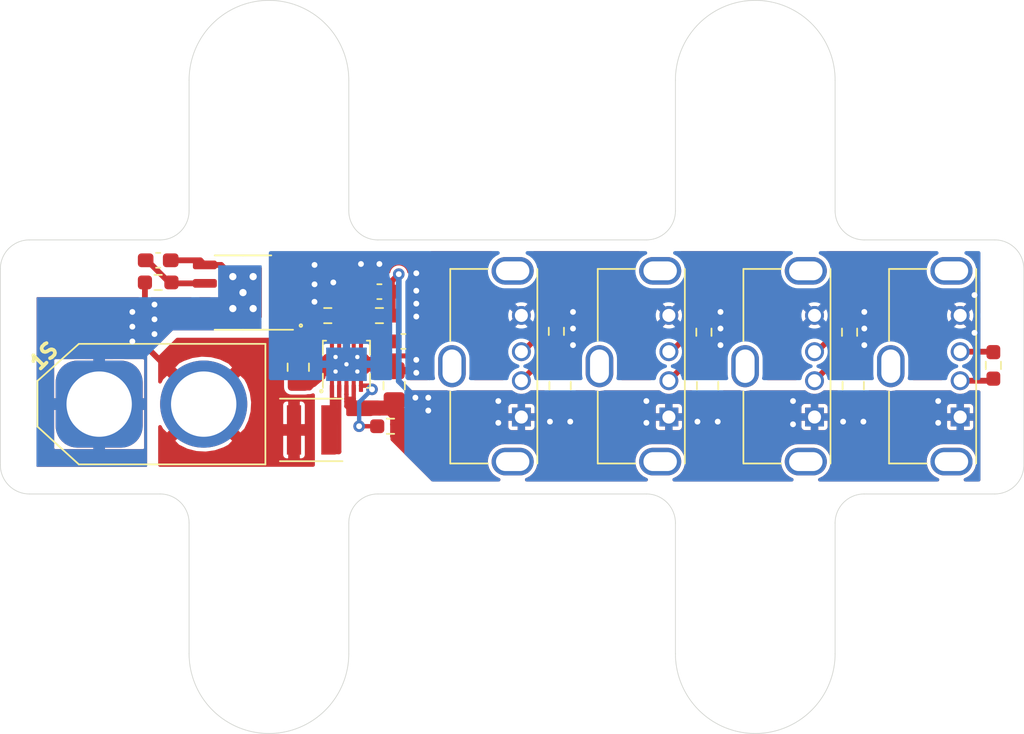
<source format=kicad_pcb>
(kicad_pcb (version 20171130) (host pcbnew "(5.1.7)-1")

  (general
    (thickness 1.6)
    (drawings 37)
    (tracks 252)
    (zones 0)
    (modules 28)
    (nets 19)
  )

  (page A4)
  (layers
    (0 F.Cu signal)
    (31 B.Cu signal)
    (32 B.Adhes user)
    (33 F.Adhes user)
    (34 B.Paste user)
    (35 F.Paste user)
    (36 B.SilkS user)
    (37 F.SilkS user)
    (38 B.Mask user)
    (39 F.Mask user)
    (40 Dwgs.User user)
    (41 Cmts.User user)
    (42 Eco1.User user)
    (43 Eco2.User user)
    (44 Edge.Cuts user)
    (45 Margin user)
    (46 B.CrtYd user)
    (47 F.CrtYd user)
    (48 B.Fab user)
    (49 F.Fab user hide)
  )

  (setup
    (last_trace_width 0.4)
    (user_trace_width 0.3)
    (user_trace_width 0.4)
    (user_trace_width 0.6)
    (user_trace_width 1)
    (user_trace_width 2)
    (user_trace_width 4)
    (trace_clearance 0.2)
    (zone_clearance 0.254)
    (zone_45_only no)
    (trace_min 0.2)
    (via_size 0.8)
    (via_drill 0.4)
    (via_min_size 0.4)
    (via_min_drill 0.3)
    (uvia_size 0.3)
    (uvia_drill 0.1)
    (uvias_allowed no)
    (uvia_min_size 0.2)
    (uvia_min_drill 0.1)
    (edge_width 0.05)
    (segment_width 0.2)
    (pcb_text_width 0.3)
    (pcb_text_size 1.5 1.5)
    (mod_edge_width 0.12)
    (mod_text_size 1 1)
    (mod_text_width 0.15)
    (pad_size 5.3 5.3)
    (pad_drill 5.3)
    (pad_to_mask_clearance 0)
    (aux_axis_origin 30 -0.5)
    (grid_origin 30 -0.5)
    (visible_elements FFFFFF7F)
    (pcbplotparams
      (layerselection 0x010fc_ffffffff)
      (usegerberextensions false)
      (usegerberattributes true)
      (usegerberadvancedattributes true)
      (creategerberjobfile true)
      (excludeedgelayer true)
      (linewidth 0.100000)
      (plotframeref false)
      (viasonmask false)
      (mode 1)
      (useauxorigin false)
      (hpglpennumber 1)
      (hpglpenspeed 20)
      (hpglpendiameter 15.000000)
      (psnegative false)
      (psa4output false)
      (plotreference true)
      (plotvalue true)
      (plotinvisibletext false)
      (padsonsilk false)
      (subtractmaskfromsilk false)
      (outputformat 1)
      (mirror false)
      (drillshape 0)
      (scaleselection 1)
      (outputdirectory "g1/"))
  )

  (net 0 "")
  (net 1 GND)
  (net 2 "Net-(C105-Pad1)")
  (net 3 "Net-(R103-Pad2)")
  (net 4 "Net-(U101-Pad8)")
  (net 5 "Net-(J102-Pad2)")
  (net 6 "Net-(J103-Pad2)")
  (net 7 "Net-(J104-Pad2)")
  (net 8 "Net-(C106-Pad2)")
  (net 9 "Net-(J102-Pad3)")
  (net 10 "Net-(J103-Pad3)")
  (net 11 "Net-(J104-Pad3)")
  (net 12 "Net-(J105-Pad3)")
  (net 13 "Net-(J105-Pad2)")
  (net 14 /Vin)
  (net 15 /Vout)
  (net 16 /SW)
  (net 17 /Bat_minus)
  (net 18 "Net-(C108-Pad1)")

  (net_class Default "This is the default net class."
    (clearance 0.2)
    (trace_width 0.25)
    (via_dia 0.8)
    (via_drill 0.4)
    (uvia_dia 0.3)
    (uvia_drill 0.1)
    (add_net /Bat_minus)
    (add_net /SW)
    (add_net /Vin)
    (add_net /Vout)
    (add_net GND)
    (add_net "Net-(C105-Pad1)")
    (add_net "Net-(C106-Pad2)")
    (add_net "Net-(C108-Pad1)")
    (add_net "Net-(J102-Pad2)")
    (add_net "Net-(J102-Pad3)")
    (add_net "Net-(J103-Pad2)")
    (add_net "Net-(J103-Pad3)")
    (add_net "Net-(J104-Pad2)")
    (add_net "Net-(J104-Pad3)")
    (add_net "Net-(J105-Pad2)")
    (add_net "Net-(J105-Pad3)")
    (add_net "Net-(R103-Pad2)")
    (add_net "Net-(U101-Pad8)")
  )

  (module Resistor_SMD:R_0603_1608Metric_Pad0.98x0.95mm_HandSolder (layer F.Cu) (tedit 5F68FEEE) (tstamp 5FD88B09)
    (at 79.901 -20.355 90)
    (descr "Resistor SMD 0603 (1608 Metric), square (rectangular) end terminal, IPC_7351 nominal with elongated pad for handsoldering. (Body size source: IPC-SM-782 page 72, https://www.pcb-3d.com/wordpress/wp-content/uploads/ipc-sm-782a_amendment_1_and_2.pdf), generated with kicad-footprint-generator")
    (tags "resistor handsolder")
    (path /5FE27534)
    (attr smd)
    (fp_text reference R108 (at 0 -1.43 90) (layer F.Fab)
      (effects (font (size 1 1) (thickness 0.15)))
    )
    (fp_text value 0R (at 0 1.43 90) (layer F.Fab)
      (effects (font (size 1 1) (thickness 0.15)))
    )
    (fp_line (start 1.65 0.73) (end -1.65 0.73) (layer F.CrtYd) (width 0.05))
    (fp_line (start 1.65 -0.73) (end 1.65 0.73) (layer F.CrtYd) (width 0.05))
    (fp_line (start -1.65 -0.73) (end 1.65 -0.73) (layer F.CrtYd) (width 0.05))
    (fp_line (start -1.65 0.73) (end -1.65 -0.73) (layer F.CrtYd) (width 0.05))
    (fp_line (start -0.254724 0.5225) (end 0.254724 0.5225) (layer F.SilkS) (width 0.12))
    (fp_line (start -0.254724 -0.5225) (end 0.254724 -0.5225) (layer F.SilkS) (width 0.12))
    (fp_line (start 0.8 0.4125) (end -0.8 0.4125) (layer F.Fab) (width 0.1))
    (fp_line (start 0.8 -0.4125) (end 0.8 0.4125) (layer F.Fab) (width 0.1))
    (fp_line (start -0.8 -0.4125) (end 0.8 -0.4125) (layer F.Fab) (width 0.1))
    (fp_line (start -0.8 0.4125) (end -0.8 -0.4125) (layer F.Fab) (width 0.1))
    (fp_text user %R (at 0 0 90) (layer F.Fab)
      (effects (font (size 0.4 0.4) (thickness 0.06)))
    )
    (pad 1 smd roundrect (at -0.9125 0 90) (size 0.975 0.95) (layers F.Cu F.Paste F.Mask) (roundrect_rratio 0.25)
      (net 13 "Net-(J105-Pad2)"))
    (pad 2 smd roundrect (at 0.9125 0 90) (size 0.975 0.95) (layers F.Cu F.Paste F.Mask) (roundrect_rratio 0.25)
      (net 12 "Net-(J105-Pad3)"))
    (model ${KISYS3DMOD}/Resistor_SMD.3dshapes/R_0603_1608Metric.wrl
      (at (xyz 0 0 0))
      (scale (xyz 1 1 1))
      (rotate (xyz 0 0 0))
    )
  )

  (module Resistor_SMD:R_0603_1608Metric_Pad0.98x0.95mm_HandSolder (layer F.Cu) (tedit 5F68FEEE) (tstamp 5FD88AF8)
    (at 69.995 -22.641 90)
    (descr "Resistor SMD 0603 (1608 Metric), square (rectangular) end terminal, IPC_7351 nominal with elongated pad for handsoldering. (Body size source: IPC-SM-782 page 72, https://www.pcb-3d.com/wordpress/wp-content/uploads/ipc-sm-782a_amendment_1_and_2.pdf), generated with kicad-footprint-generator")
    (tags "resistor handsolder")
    (path /5FE2716D)
    (attr smd)
    (fp_text reference R107 (at 0 -1.43 90) (layer F.Fab)
      (effects (font (size 1 1) (thickness 0.15)))
    )
    (fp_text value 0R (at 0 1.43 90) (layer F.Fab)
      (effects (font (size 1 1) (thickness 0.15)))
    )
    (fp_line (start 1.65 0.73) (end -1.65 0.73) (layer F.CrtYd) (width 0.05))
    (fp_line (start 1.65 -0.73) (end 1.65 0.73) (layer F.CrtYd) (width 0.05))
    (fp_line (start -1.65 -0.73) (end 1.65 -0.73) (layer F.CrtYd) (width 0.05))
    (fp_line (start -1.65 0.73) (end -1.65 -0.73) (layer F.CrtYd) (width 0.05))
    (fp_line (start -0.254724 0.5225) (end 0.254724 0.5225) (layer F.SilkS) (width 0.12))
    (fp_line (start -0.254724 -0.5225) (end 0.254724 -0.5225) (layer F.SilkS) (width 0.12))
    (fp_line (start 0.8 0.4125) (end -0.8 0.4125) (layer F.Fab) (width 0.1))
    (fp_line (start 0.8 -0.4125) (end 0.8 0.4125) (layer F.Fab) (width 0.1))
    (fp_line (start -0.8 -0.4125) (end 0.8 -0.4125) (layer F.Fab) (width 0.1))
    (fp_line (start -0.8 0.4125) (end -0.8 -0.4125) (layer F.Fab) (width 0.1))
    (fp_text user %R (at 0 0 90) (layer F.Fab)
      (effects (font (size 0.4 0.4) (thickness 0.06)))
    )
    (pad 1 smd roundrect (at -0.9125 0 90) (size 0.975 0.95) (layers F.Cu F.Paste F.Mask) (roundrect_rratio 0.25)
      (net 7 "Net-(J104-Pad2)"))
    (pad 2 smd roundrect (at 0.9125 0 90) (size 0.975 0.95) (layers F.Cu F.Paste F.Mask) (roundrect_rratio 0.25)
      (net 11 "Net-(J104-Pad3)"))
    (model ${KISYS3DMOD}/Resistor_SMD.3dshapes/R_0603_1608Metric.wrl
      (at (xyz 0 0 0))
      (scale (xyz 1 1 1))
      (rotate (xyz 0 0 0))
    )
  )

  (module Resistor_SMD:R_0603_1608Metric_Pad0.98x0.95mm_HandSolder (layer F.Cu) (tedit 5F68FEEE) (tstamp 5FD88AE7)
    (at 59.962 -22.641 90)
    (descr "Resistor SMD 0603 (1608 Metric), square (rectangular) end terminal, IPC_7351 nominal with elongated pad for handsoldering. (Body size source: IPC-SM-782 page 72, https://www.pcb-3d.com/wordpress/wp-content/uploads/ipc-sm-782a_amendment_1_and_2.pdf), generated with kicad-footprint-generator")
    (tags "resistor handsolder")
    (path /5FE26C6F)
    (attr smd)
    (fp_text reference R106 (at 0 -1.43 90) (layer F.Fab)
      (effects (font (size 1 1) (thickness 0.15)))
    )
    (fp_text value 0R (at 0 1.43 90) (layer F.Fab)
      (effects (font (size 1 1) (thickness 0.15)))
    )
    (fp_line (start 1.65 0.73) (end -1.65 0.73) (layer F.CrtYd) (width 0.05))
    (fp_line (start 1.65 -0.73) (end 1.65 0.73) (layer F.CrtYd) (width 0.05))
    (fp_line (start -1.65 -0.73) (end 1.65 -0.73) (layer F.CrtYd) (width 0.05))
    (fp_line (start -1.65 0.73) (end -1.65 -0.73) (layer F.CrtYd) (width 0.05))
    (fp_line (start -0.254724 0.5225) (end 0.254724 0.5225) (layer F.SilkS) (width 0.12))
    (fp_line (start -0.254724 -0.5225) (end 0.254724 -0.5225) (layer F.SilkS) (width 0.12))
    (fp_line (start 0.8 0.4125) (end -0.8 0.4125) (layer F.Fab) (width 0.1))
    (fp_line (start 0.8 -0.4125) (end 0.8 0.4125) (layer F.Fab) (width 0.1))
    (fp_line (start -0.8 -0.4125) (end 0.8 -0.4125) (layer F.Fab) (width 0.1))
    (fp_line (start -0.8 0.4125) (end -0.8 -0.4125) (layer F.Fab) (width 0.1))
    (fp_text user %R (at 0 0 90) (layer F.Fab)
      (effects (font (size 0.4 0.4) (thickness 0.06)))
    )
    (pad 1 smd roundrect (at -0.9125 0 90) (size 0.975 0.95) (layers F.Cu F.Paste F.Mask) (roundrect_rratio 0.25)
      (net 6 "Net-(J103-Pad2)"))
    (pad 2 smd roundrect (at 0.9125 0 90) (size 0.975 0.95) (layers F.Cu F.Paste F.Mask) (roundrect_rratio 0.25)
      (net 10 "Net-(J103-Pad3)"))
    (model ${KISYS3DMOD}/Resistor_SMD.3dshapes/R_0603_1608Metric.wrl
      (at (xyz 0 0 0))
      (scale (xyz 1 1 1))
      (rotate (xyz 0 0 0))
    )
  )

  (module Resistor_SMD:R_0603_1608Metric_Pad0.98x0.95mm_HandSolder (layer F.Cu) (tedit 5F68FEEE) (tstamp 5FD88AD6)
    (at 49.8 -22.7 90)
    (descr "Resistor SMD 0603 (1608 Metric), square (rectangular) end terminal, IPC_7351 nominal with elongated pad for handsoldering. (Body size source: IPC-SM-782 page 72, https://www.pcb-3d.com/wordpress/wp-content/uploads/ipc-sm-782a_amendment_1_and_2.pdf), generated with kicad-footprint-generator")
    (tags "resistor handsolder")
    (path /5FE2601E)
    (attr smd)
    (fp_text reference R105 (at 0 -1.43 90) (layer F.Fab)
      (effects (font (size 1 1) (thickness 0.15)))
    )
    (fp_text value 0R (at 0 1.43 90) (layer F.Fab)
      (effects (font (size 1 1) (thickness 0.15)))
    )
    (fp_line (start 1.65 0.73) (end -1.65 0.73) (layer F.CrtYd) (width 0.05))
    (fp_line (start 1.65 -0.73) (end 1.65 0.73) (layer F.CrtYd) (width 0.05))
    (fp_line (start -1.65 -0.73) (end 1.65 -0.73) (layer F.CrtYd) (width 0.05))
    (fp_line (start -1.65 0.73) (end -1.65 -0.73) (layer F.CrtYd) (width 0.05))
    (fp_line (start -0.254724 0.5225) (end 0.254724 0.5225) (layer F.SilkS) (width 0.12))
    (fp_line (start -0.254724 -0.5225) (end 0.254724 -0.5225) (layer F.SilkS) (width 0.12))
    (fp_line (start 0.8 0.4125) (end -0.8 0.4125) (layer F.Fab) (width 0.1))
    (fp_line (start 0.8 -0.4125) (end 0.8 0.4125) (layer F.Fab) (width 0.1))
    (fp_line (start -0.8 -0.4125) (end 0.8 -0.4125) (layer F.Fab) (width 0.1))
    (fp_line (start -0.8 0.4125) (end -0.8 -0.4125) (layer F.Fab) (width 0.1))
    (fp_text user %R (at 0 0 90) (layer F.Fab)
      (effects (font (size 0.4 0.4) (thickness 0.06)))
    )
    (pad 1 smd roundrect (at -0.9125 0 90) (size 0.975 0.95) (layers F.Cu F.Paste F.Mask) (roundrect_rratio 0.25)
      (net 5 "Net-(J102-Pad2)"))
    (pad 2 smd roundrect (at 0.9125 0 90) (size 0.975 0.95) (layers F.Cu F.Paste F.Mask) (roundrect_rratio 0.25)
      (net 9 "Net-(J102-Pad3)"))
    (model ${KISYS3DMOD}/Resistor_SMD.3dshapes/R_0603_1608Metric.wrl
      (at (xyz 0 0 0))
      (scale (xyz 1 1 1))
      (rotate (xyz 0 0 0))
    )
  )

  (module mazzoo:SOP-8_3.9x4.9mm_P1.27mm_EP3.5x2.6mm (layer F.Cu) (tedit 5FD866C1) (tstamp 5FD878A4)
    (at 28.212 -25.3715 180)
    (descr "SOP, 8 Pin (http://www.macronix.com/Lists/Datasheet/Attachments/7534/MX25R3235F,%20Wide%20Range,%2032Mb,%20v1.6.pdf#page=79), generated with kicad-footprint-generator ipc_gullwing_generator.py")
    (tags "SOP SO")
    (path /5FDC64B9)
    (attr smd)
    (fp_text reference U102 (at 0 -3.4) (layer F.Fab)
      (effects (font (size 1 1) (thickness 0.15)))
    )
    (fp_text value XB8089D (at 0 3.4) (layer F.Fab)
      (effects (font (size 1 1) (thickness 0.15)))
    )
    (fp_text user %R (at 0 0) (layer F.Fab)
      (effects (font (size 0.98 0.98) (thickness 0.15)))
    )
    (fp_poly (pts (xy 1 -0.35) (xy 0.25 -0.35) (xy 0.25 -1.5) (xy 1 -1.5)) (layer F.Paste) (width 0.1))
    (fp_poly (pts (xy 1 1.5) (xy 0.25 1.5) (xy 0.25 0.35) (xy 1 0.35)) (layer F.Paste) (width 0.1))
    (fp_poly (pts (xy -0.25 1.5) (xy -1 1.5) (xy -1 0.35) (xy -0.25 0.35)) (layer F.Paste) (width 0.1))
    (fp_poly (pts (xy -0.25 -0.35) (xy -1 -0.35) (xy -1 -1.5) (xy -0.25 -1.5)) (layer F.Paste) (width 0.1))
    (fp_poly (pts (xy 1.25 1.7) (xy -1.25 1.7) (xy -1.25 -1.7) (xy 1.25 -1.7)) (layer F.Mask) (width 0.1))
    (fp_poly (pts (xy 1.25 1.7) (xy -1.25 1.7) (xy -1.25 -1.7) (xy 1.25 -1.7)) (layer F.Cu) (width 0.1))
    (fp_line (start 3.7 -2.7) (end -3.7 -2.7) (layer F.CrtYd) (width 0.05))
    (fp_line (start 3.7 2.7) (end 3.7 -2.7) (layer F.CrtYd) (width 0.05))
    (fp_line (start -3.7 2.7) (end 3.7 2.7) (layer F.CrtYd) (width 0.05))
    (fp_line (start -3.7 -2.7) (end -3.7 2.7) (layer F.CrtYd) (width 0.05))
    (fp_line (start -1.95 -1.475) (end -0.975 -2.45) (layer F.Fab) (width 0.1))
    (fp_line (start -1.95 2.45) (end -1.95 -1.475) (layer F.Fab) (width 0.1))
    (fp_line (start 1.95 2.45) (end -1.95 2.45) (layer F.Fab) (width 0.1))
    (fp_line (start 1.95 -2.45) (end 1.95 2.45) (layer F.Fab) (width 0.1))
    (fp_line (start -0.975 -2.45) (end 1.95 -2.45) (layer F.Fab) (width 0.1))
    (fp_line (start 0 -2.56) (end -3.45 -2.56) (layer F.SilkS) (width 0.12))
    (fp_line (start 0 -2.56) (end 1.95 -2.56) (layer F.SilkS) (width 0.12))
    (fp_line (start 0 2.56) (end -1.95 2.56) (layer F.SilkS) (width 0.12))
    (fp_line (start 0 2.56) (end 1.95 2.56) (layer F.SilkS) (width 0.12))
    (pad 9 thru_hole circle (at -0.7 -1.1 180) (size 0.8 0.8) (drill 0.5) (layers *.Cu *.Mask)
      (net 17 /Bat_minus))
    (pad 9 thru_hole circle (at 0.7 -1.1 180) (size 0.8 0.8) (drill 0.5) (layers *.Cu *.Mask)
      (net 17 /Bat_minus))
    (pad 9 thru_hole circle (at 0.7 1.1 180) (size 0.8 0.8) (drill 0.5) (layers *.Cu *.Mask)
      (net 17 /Bat_minus))
    (pad 9 thru_hole circle (at -0.7 1.1 180) (size 0.8 0.8) (drill 0.5) (layers *.Cu *.Mask)
      (net 17 /Bat_minus))
    (pad 9 thru_hole circle (at 0 0 180) (size 0.8 0.8) (drill 0.5) (layers *.Cu *.Mask)
      (net 17 /Bat_minus))
    (pad 8 smd roundrect (at 2.625 -1.905 180) (size 1.65 0.6) (layers F.Cu F.Paste F.Mask) (roundrect_rratio 0.25)
      (net 17 /Bat_minus))
    (pad 7 smd roundrect (at 2.625 -0.635 180) (size 1.65 0.6) (layers F.Cu F.Paste F.Mask) (roundrect_rratio 0.25)
      (net 17 /Bat_minus))
    (pad 6 smd roundrect (at 2.625 0.635 180) (size 1.65 0.6) (layers F.Cu F.Paste F.Mask) (roundrect_rratio 0.25)
      (net 18 "Net-(C108-Pad1)"))
    (pad 5 smd roundrect (at 2.625 1.905 180) (size 1.65 0.6) (layers F.Cu F.Paste F.Mask) (roundrect_rratio 0.25)
      (net 17 /Bat_minus))
    (pad 4 smd roundrect (at -2.625 1.905 180) (size 1.65 0.6) (layers F.Cu F.Paste F.Mask) (roundrect_rratio 0.25)
      (net 1 GND))
    (pad 3 smd roundrect (at -2.625 0.635 180) (size 1.65 0.6) (layers F.Cu F.Paste F.Mask) (roundrect_rratio 0.25)
      (net 1 GND))
    (pad 2 smd roundrect (at -2.625 -0.635 180) (size 1.65 0.6) (layers F.Cu F.Paste F.Mask) (roundrect_rratio 0.25)
      (net 1 GND))
    (pad 1 smd roundrect (at -2.625 -1.905 180) (size 1.65 0.6) (layers F.Cu F.Paste F.Mask) (roundrect_rratio 0.25)
      (net 1 GND))
    (model ${KISYS3DMOD}/Package_SO.3dshapes/SOP-8_3.9x4.9mm_P1.27mm.wrl
      (at (xyz 0 0 0))
      (scale (xyz 1 1 1))
      (rotate (xyz 0 0 0))
    )
  )

  (module Resistor_SMD:R_0603_1608Metric_Pad0.98x0.95mm_HandSolder (layer F.Cu) (tedit 5F68FEEE) (tstamp 5FD8777B)
    (at 22.37 -26.07 180)
    (descr "Resistor SMD 0603 (1608 Metric), square (rectangular) end terminal, IPC_7351 nominal with elongated pad for handsoldering. (Body size source: IPC-SM-782 page 72, https://www.pcb-3d.com/wordpress/wp-content/uploads/ipc-sm-782a_amendment_1_and_2.pdf), generated with kicad-footprint-generator")
    (tags "resistor handsolder")
    (path /5FDCC11E)
    (attr smd)
    (fp_text reference R104 (at 0 -1.43) (layer F.Fab)
      (effects (font (size 1 1) (thickness 0.15)))
    )
    (fp_text value 1k (at 0 1.43) (layer F.Fab)
      (effects (font (size 1 1) (thickness 0.15)))
    )
    (fp_text user %R (at 0 0) (layer F.Fab)
      (effects (font (size 0.4 0.4) (thickness 0.06)))
    )
    (fp_line (start -0.8 0.4125) (end -0.8 -0.4125) (layer F.Fab) (width 0.1))
    (fp_line (start -0.8 -0.4125) (end 0.8 -0.4125) (layer F.Fab) (width 0.1))
    (fp_line (start 0.8 -0.4125) (end 0.8 0.4125) (layer F.Fab) (width 0.1))
    (fp_line (start 0.8 0.4125) (end -0.8 0.4125) (layer F.Fab) (width 0.1))
    (fp_line (start -0.254724 -0.5225) (end 0.254724 -0.5225) (layer F.SilkS) (width 0.12))
    (fp_line (start -0.254724 0.5225) (end 0.254724 0.5225) (layer F.SilkS) (width 0.12))
    (fp_line (start -1.65 0.73) (end -1.65 -0.73) (layer F.CrtYd) (width 0.05))
    (fp_line (start -1.65 -0.73) (end 1.65 -0.73) (layer F.CrtYd) (width 0.05))
    (fp_line (start 1.65 -0.73) (end 1.65 0.73) (layer F.CrtYd) (width 0.05))
    (fp_line (start 1.65 0.73) (end -1.65 0.73) (layer F.CrtYd) (width 0.05))
    (pad 2 smd roundrect (at 0.9125 0 180) (size 0.975 0.95) (layers F.Cu F.Paste F.Mask) (roundrect_rratio 0.25)
      (net 14 /Vin))
    (pad 1 smd roundrect (at -0.9125 0 180) (size 0.975 0.95) (layers F.Cu F.Paste F.Mask) (roundrect_rratio 0.25)
      (net 18 "Net-(C108-Pad1)"))
    (model ${KISYS3DMOD}/Resistor_SMD.3dshapes/R_0603_1608Metric.wrl
      (at (xyz 0 0 0))
      (scale (xyz 1 1 1))
      (rotate (xyz 0 0 0))
    )
  )

  (module Capacitor_SMD:C_0603_1608Metric_Pad1.08x0.95mm_HandSolder (layer F.Cu) (tedit 5F68FEEF) (tstamp 5FD877AB)
    (at 22.37 -27.594)
    (descr "Capacitor SMD 0603 (1608 Metric), square (rectangular) end terminal, IPC_7351 nominal with elongated pad for handsoldering. (Body size source: IPC-SM-782 page 76, https://www.pcb-3d.com/wordpress/wp-content/uploads/ipc-sm-782a_amendment_1_and_2.pdf), generated with kicad-footprint-generator")
    (tags "capacitor handsolder")
    (path /5FDCCD55)
    (attr smd)
    (fp_text reference C108 (at 0 -1.43) (layer F.Fab)
      (effects (font (size 1 1) (thickness 0.15)))
    )
    (fp_text value 100n (at 0 1.43) (layer F.Fab)
      (effects (font (size 1 1) (thickness 0.15)))
    )
    (fp_text user %R (at 0 0) (layer F.Fab)
      (effects (font (size 0.4 0.4) (thickness 0.06)))
    )
    (fp_line (start -0.8 0.4) (end -0.8 -0.4) (layer F.Fab) (width 0.1))
    (fp_line (start -0.8 -0.4) (end 0.8 -0.4) (layer F.Fab) (width 0.1))
    (fp_line (start 0.8 -0.4) (end 0.8 0.4) (layer F.Fab) (width 0.1))
    (fp_line (start 0.8 0.4) (end -0.8 0.4) (layer F.Fab) (width 0.1))
    (fp_line (start -0.146267 -0.51) (end 0.146267 -0.51) (layer F.SilkS) (width 0.12))
    (fp_line (start -0.146267 0.51) (end 0.146267 0.51) (layer F.SilkS) (width 0.12))
    (fp_line (start -1.65 0.73) (end -1.65 -0.73) (layer F.CrtYd) (width 0.05))
    (fp_line (start -1.65 -0.73) (end 1.65 -0.73) (layer F.CrtYd) (width 0.05))
    (fp_line (start 1.65 -0.73) (end 1.65 0.73) (layer F.CrtYd) (width 0.05))
    (fp_line (start 1.65 0.73) (end -1.65 0.73) (layer F.CrtYd) (width 0.05))
    (pad 2 smd roundrect (at 0.8625 0) (size 1.075 0.95) (layers F.Cu F.Paste F.Mask) (roundrect_rratio 0.25)
      (net 17 /Bat_minus))
    (pad 1 smd roundrect (at -0.8625 0) (size 1.075 0.95) (layers F.Cu F.Paste F.Mask) (roundrect_rratio 0.25)
      (net 18 "Net-(C108-Pad1)"))
    (model ${KISYS3DMOD}/Capacitor_SMD.3dshapes/C_0603_1608Metric.wrl
      (at (xyz 0 0 0))
      (scale (xyz 1 1 1))
      (rotate (xyz 0 0 0))
    )
  )

  (module MountingHole:MountingHole_5.3mm_M5_ISO14580 (layer F.Cu) (tedit 56D1B4CB) (tstamp 5FD7D7CB)
    (at 63.5 -40 90)
    (descr "Mounting Hole 5.3mm, no annular, M5, ISO14580")
    (tags "mounting hole 5.3mm no annular m5 iso14580")
    (path /5FDB56E6)
    (attr virtual)
    (fp_text reference H104 (at 0 -5.25 90) (layer F.Fab)
      (effects (font (size 1 1) (thickness 0.15)))
    )
    (fp_text value MountingHole (at 0 5.25 90) (layer F.Fab)
      (effects (font (size 1 1) (thickness 0.15)))
    )
    (fp_circle (center 0 0) (end 4.5 0) (layer F.CrtYd) (width 0.05))
    (fp_circle (center 0 0) (end 4.25 0) (layer Cmts.User) (width 0.15))
    (fp_text user %R (at 0.3 0 90) (layer F.Fab)
      (effects (font (size 1 1) (thickness 0.15)))
    )
    (pad 1 np_thru_hole circle (at 0 0 90) (size 5.3 5.3) (drill 5.3) (layers *.Cu *.Mask))
  )

  (module MountingHole:MountingHole_5.3mm_M5_ISO14580 (layer F.Cu) (tedit 56D1B4CB) (tstamp 5FD7D7C3)
    (at 30 -40 90)
    (descr "Mounting Hole 5.3mm, no annular, M5, ISO14580")
    (tags "mounting hole 5.3mm no annular m5 iso14580")
    (path /5FDB544F)
    (attr virtual)
    (fp_text reference H103 (at 0 -5.25 90) (layer F.Fab)
      (effects (font (size 1 1) (thickness 0.15)))
    )
    (fp_text value MountingHole (at 0 5.25 90) (layer F.Fab)
      (effects (font (size 1 1) (thickness 0.15)))
    )
    (fp_circle (center 0 0) (end 4.5 0) (layer F.CrtYd) (width 0.05))
    (fp_circle (center 0 0) (end 4.25 0) (layer Cmts.User) (width 0.15))
    (fp_text user %R (at 0.3 0 90) (layer F.Fab)
      (effects (font (size 1 1) (thickness 0.15)))
    )
    (pad 1 np_thru_hole circle (at 0 0 90) (size 5.3 5.3) (drill 5.3) (layers *.Cu *.Mask))
  )

  (module MountingHole:MountingHole_5.3mm_M5_ISO14580 (layer F.Cu) (tedit 56D1B4CB) (tstamp 5FD7D7BB)
    (at 63.5 -0.5 90)
    (descr "Mounting Hole 5.3mm, no annular, M5, ISO14580")
    (tags "mounting hole 5.3mm no annular m5 iso14580")
    (path /5FDB52B1)
    (attr virtual)
    (fp_text reference H102 (at 0 -5.25 90) (layer F.Fab)
      (effects (font (size 1 1) (thickness 0.15)))
    )
    (fp_text value MountingHole (at 0 5.25 90) (layer F.Fab)
      (effects (font (size 1 1) (thickness 0.15)))
    )
    (fp_circle (center 0 0) (end 4.5 0) (layer F.CrtYd) (width 0.05))
    (fp_circle (center 0 0) (end 4.25 0) (layer Cmts.User) (width 0.15))
    (fp_text user %R (at 0.3 0 90) (layer F.Fab)
      (effects (font (size 1 1) (thickness 0.15)))
    )
    (pad 1 np_thru_hole circle (at 0 0 90) (size 5.3 5.3) (drill 5.3) (layers *.Cu *.Mask))
  )

  (module MountingHole:MountingHole_5.3mm_M5_ISO14580 (layer F.Cu) (tedit 56D1B4CB) (tstamp 5FD7D7B3)
    (at 30 -0.5 90)
    (descr "Mounting Hole 5.3mm, no annular, M5, ISO14580")
    (tags "mounting hole 5.3mm no annular m5 iso14580")
    (path /5FDB4C46)
    (attr virtual)
    (fp_text reference H101 (at 0 -5.25 90) (layer F.Fab)
      (effects (font (size 1 1) (thickness 0.15)))
    )
    (fp_text value MountingHole (at 0 5.25 90) (layer F.Fab)
      (effects (font (size 1 1) (thickness 0.15)))
    )
    (fp_circle (center 0 0) (end 4.5 0) (layer F.CrtYd) (width 0.05))
    (fp_circle (center 0 0) (end 4.25 0) (layer Cmts.User) (width 0.15))
    (fp_text user %R (at 0.3 0 90) (layer F.Fab)
      (effects (font (size 1 1) (thickness 0.15)))
    )
    (pad 1 np_thru_hole circle (at 0 0 90) (size 5.3 5.3) (drill 5.3) (layers *.Cu *.Mask))
  )

  (module Capacitor_SMD:C_0805_2012Metric_Pad1.18x1.45mm_HandSolder (layer F.Cu) (tedit 5F68FEEF) (tstamp 5FD7C839)
    (at 70.249 -18.958 90)
    (descr "Capacitor SMD 0805 (2012 Metric), square (rectangular) end terminal, IPC_7351 nominal with elongated pad for handsoldering. (Body size source: IPC-SM-782 page 76, https://www.pcb-3d.com/wordpress/wp-content/uploads/ipc-sm-782a_amendment_1_and_2.pdf, https://docs.google.com/spreadsheets/d/1BsfQQcO9C6DZCsRaXUlFlo91Tg2WpOkGARC1WS5S8t0/edit?usp=sharing), generated with kicad-footprint-generator")
    (tags "capacitor handsolder")
    (path /5FDAFF11)
    (attr smd)
    (fp_text reference C107 (at 0 -1.68 90) (layer F.Fab)
      (effects (font (size 1 1) (thickness 0.15)))
    )
    (fp_text value 22uF (at 0 1.68 90) (layer F.Fab)
      (effects (font (size 1 1) (thickness 0.15)))
    )
    (fp_line (start 1.88 0.98) (end -1.88 0.98) (layer F.CrtYd) (width 0.05))
    (fp_line (start 1.88 -0.98) (end 1.88 0.98) (layer F.CrtYd) (width 0.05))
    (fp_line (start -1.88 -0.98) (end 1.88 -0.98) (layer F.CrtYd) (width 0.05))
    (fp_line (start -1.88 0.98) (end -1.88 -0.98) (layer F.CrtYd) (width 0.05))
    (fp_line (start -0.261252 0.735) (end 0.261252 0.735) (layer F.SilkS) (width 0.12))
    (fp_line (start -0.261252 -0.735) (end 0.261252 -0.735) (layer F.SilkS) (width 0.12))
    (fp_line (start 1 0.625) (end -1 0.625) (layer F.Fab) (width 0.1))
    (fp_line (start 1 -0.625) (end 1 0.625) (layer F.Fab) (width 0.1))
    (fp_line (start -1 -0.625) (end 1 -0.625) (layer F.Fab) (width 0.1))
    (fp_line (start -1 0.625) (end -1 -0.625) (layer F.Fab) (width 0.1))
    (fp_text user %R (at 0 0 90) (layer F.Fab)
      (effects (font (size 0.5 0.5) (thickness 0.08)))
    )
    (pad 1 smd roundrect (at -1.0375 0 90) (size 1.175 1.45) (layers F.Cu F.Paste F.Mask) (roundrect_rratio 0.2127659574468085)
      (net 15 /Vout))
    (pad 2 smd roundrect (at 1.0375 0 90) (size 1.175 1.45) (layers F.Cu F.Paste F.Mask) (roundrect_rratio 0.2127659574468085)
      (net 1 GND))
    (model ${KISYS3DMOD}/Capacitor_SMD.3dshapes/C_0805_2012Metric.wrl
      (at (xyz 0 0 0))
      (scale (xyz 1 1 1))
      (rotate (xyz 0 0 0))
    )
  )

  (module Connector_USB:USB_A_Molex_105057_Vertical (layer F.Cu) (tedit 5C671087) (tstamp 5FD7C081)
    (at 77.615 -16.799 90)
    (descr https://www.molex.com/pdm_docs/sd/1050570001_sd.pdf)
    (tags "USB A Vertical")
    (path /5FDA8A3F)
    (fp_text reference J105 (at 4.4 -7.05 90) (layer F.Fab)
      (effects (font (size 1 1) (thickness 0.15)))
    )
    (fp_text value Conn_01x04 (at 3.5 2.4 90) (layer F.Fab)
      (effects (font (size 1 1) (thickness 0.15)))
    )
    (fp_line (start 10.2 1.1) (end -3.2 1.1) (layer F.SilkS) (width 0.12))
    (fp_line (start 10.2 -4.9) (end 5.25 -4.9) (layer F.SilkS) (width 0.12))
    (fp_line (start 10.2 -4.9) (end 10.2 -2.3) (layer F.SilkS) (width 0.12))
    (fp_line (start -3.2 -4.9) (end -3.2 -2.3) (layer F.SilkS) (width 0.12))
    (fp_line (start -3.2 -4.9) (end 1.75 -4.9) (layer F.SilkS) (width 0.12))
    (fp_line (start 10.05 0.96) (end 0.65 0.96) (layer F.Fab) (width 0.1))
    (fp_line (start -0.65 0.96) (end -3.05 0.96) (layer F.Fab) (width 0.1))
    (fp_line (start 0 0.2) (end 0.65 0.96) (layer F.Fab) (width 0.1))
    (fp_line (start -0.65 0.96) (end 0 0.2) (layer F.Fab) (width 0.1))
    (fp_line (start -4.52 -6.23) (end 11.52 -6.23) (layer F.CrtYd) (width 0.05))
    (fp_line (start -4.52 1.46) (end -4.52 -6.23) (layer F.CrtYd) (width 0.05))
    (fp_line (start 11.52 1.46) (end -4.52 1.46) (layer F.CrtYd) (width 0.05))
    (fp_line (start 11.52 -6.23) (end 11.52 1.46) (layer F.CrtYd) (width 0.05))
    (fp_line (start -3.05 0.96) (end -3.05 -4.76) (layer F.Fab) (width 0.1))
    (fp_line (start 10.05 -4.76) (end 10.05 0.96) (layer F.Fab) (width 0.1))
    (fp_line (start -3.05 -4.76) (end 10.05 -4.76) (layer F.Fab) (width 0.1))
    (fp_text user %R (at 3.45 -2.15 90) (layer F.Fab)
      (effects (font (size 1 1) (thickness 0.15)))
    )
    (pad 1 thru_hole rect (at 0 0 90) (size 1.3 1.3) (drill 0.9) (layers *.Cu *.Mask)
      (net 15 /Vout))
    (pad 2 thru_hole circle (at 2.5 0 90) (size 1.3 1.3) (drill 0.9) (layers *.Cu *.Mask)
      (net 13 "Net-(J105-Pad2)"))
    (pad 3 thru_hole circle (at 4.5 0 90) (size 1.3 1.3) (drill 0.9) (layers *.Cu *.Mask)
      (net 12 "Net-(J105-Pad3)"))
    (pad 4 thru_hole circle (at 7 0 90) (size 1.3 1.3) (drill 0.9) (layers *.Cu *.Mask)
      (net 1 GND))
    (pad 5 thru_hole oval (at -3.07 -0.6 270) (size 1.9 2.9) (drill oval 1.3 2.3) (layers *.Cu *.Mask))
    (pad 5 thru_hole oval (at 10.07 -0.6 90) (size 1.9 2.9) (drill oval 1.3 2.3) (layers *.Cu *.Mask))
    (pad 5 thru_hole oval (at 3.5 -4.78 180) (size 1.9 2.9) (drill oval 1.3 2.3) (layers *.Cu *.Mask))
    (model ${KISYS3DMOD}/Connector_USB.3dshapes/USB_A_Molex_105057_Vertical.wrl
      (at (xyz 0 0 0))
      (scale (xyz 1 1 1))
      (rotate (xyz 0 0 0))
    )
  )

  (module Connector_USB:USB_A_Molex_105057_Vertical (layer F.Cu) (tedit 5C671087) (tstamp 5FD7C065)
    (at 67.582 -16.799 90)
    (descr https://www.molex.com/pdm_docs/sd/1050570001_sd.pdf)
    (tags "USB A Vertical")
    (path /5FDA8584)
    (fp_text reference J104 (at 4.4 -7.05 90) (layer F.Fab)
      (effects (font (size 1 1) (thickness 0.15)))
    )
    (fp_text value Conn_01x04 (at 3.5 2.4 90) (layer F.Fab)
      (effects (font (size 1 1) (thickness 0.15)))
    )
    (fp_line (start 10.2 1.1) (end -3.2 1.1) (layer F.SilkS) (width 0.12))
    (fp_line (start 10.2 -4.9) (end 5.25 -4.9) (layer F.SilkS) (width 0.12))
    (fp_line (start 10.2 -4.9) (end 10.2 -2.3) (layer F.SilkS) (width 0.12))
    (fp_line (start -3.2 -4.9) (end -3.2 -2.3) (layer F.SilkS) (width 0.12))
    (fp_line (start -3.2 -4.9) (end 1.75 -4.9) (layer F.SilkS) (width 0.12))
    (fp_line (start 10.05 0.96) (end 0.65 0.96) (layer F.Fab) (width 0.1))
    (fp_line (start -0.65 0.96) (end -3.05 0.96) (layer F.Fab) (width 0.1))
    (fp_line (start 0 0.2) (end 0.65 0.96) (layer F.Fab) (width 0.1))
    (fp_line (start -0.65 0.96) (end 0 0.2) (layer F.Fab) (width 0.1))
    (fp_line (start -4.52 -6.23) (end 11.52 -6.23) (layer F.CrtYd) (width 0.05))
    (fp_line (start -4.52 1.46) (end -4.52 -6.23) (layer F.CrtYd) (width 0.05))
    (fp_line (start 11.52 1.46) (end -4.52 1.46) (layer F.CrtYd) (width 0.05))
    (fp_line (start 11.52 -6.23) (end 11.52 1.46) (layer F.CrtYd) (width 0.05))
    (fp_line (start -3.05 0.96) (end -3.05 -4.76) (layer F.Fab) (width 0.1))
    (fp_line (start 10.05 -4.76) (end 10.05 0.96) (layer F.Fab) (width 0.1))
    (fp_line (start -3.05 -4.76) (end 10.05 -4.76) (layer F.Fab) (width 0.1))
    (fp_text user %R (at 3.45 -2.15 90) (layer F.Fab)
      (effects (font (size 1 1) (thickness 0.15)))
    )
    (pad 1 thru_hole rect (at 0 0 90) (size 1.3 1.3) (drill 0.9) (layers *.Cu *.Mask)
      (net 15 /Vout))
    (pad 2 thru_hole circle (at 2.5 0 90) (size 1.3 1.3) (drill 0.9) (layers *.Cu *.Mask)
      (net 7 "Net-(J104-Pad2)"))
    (pad 3 thru_hole circle (at 4.5 0 90) (size 1.3 1.3) (drill 0.9) (layers *.Cu *.Mask)
      (net 11 "Net-(J104-Pad3)"))
    (pad 4 thru_hole circle (at 7 0 90) (size 1.3 1.3) (drill 0.9) (layers *.Cu *.Mask)
      (net 1 GND))
    (pad 5 thru_hole oval (at -3.07 -0.6 270) (size 1.9 2.9) (drill oval 1.3 2.3) (layers *.Cu *.Mask))
    (pad 5 thru_hole oval (at 10.07 -0.6 90) (size 1.9 2.9) (drill oval 1.3 2.3) (layers *.Cu *.Mask))
    (pad 5 thru_hole oval (at 3.5 -4.78 180) (size 1.9 2.9) (drill oval 1.3 2.3) (layers *.Cu *.Mask))
    (model ${KISYS3DMOD}/Connector_USB.3dshapes/USB_A_Molex_105057_Vertical.wrl
      (at (xyz 0 0 0))
      (scale (xyz 1 1 1))
      (rotate (xyz 0 0 0))
    )
  )

  (module Connector_USB:USB_A_Molex_105057_Vertical (layer F.Cu) (tedit 5C671087) (tstamp 5FD7C049)
    (at 57.549 -16.799 90)
    (descr https://www.molex.com/pdm_docs/sd/1050570001_sd.pdf)
    (tags "USB A Vertical")
    (path /5FDA7F66)
    (fp_text reference J103 (at 4.4 -7.05 90) (layer F.Fab)
      (effects (font (size 1 1) (thickness 0.15)))
    )
    (fp_text value Conn_01x04 (at 3.5 2.4 90) (layer F.Fab)
      (effects (font (size 1 1) (thickness 0.15)))
    )
    (fp_line (start 10.2 1.1) (end -3.2 1.1) (layer F.SilkS) (width 0.12))
    (fp_line (start 10.2 -4.9) (end 5.25 -4.9) (layer F.SilkS) (width 0.12))
    (fp_line (start 10.2 -4.9) (end 10.2 -2.3) (layer F.SilkS) (width 0.12))
    (fp_line (start -3.2 -4.9) (end -3.2 -2.3) (layer F.SilkS) (width 0.12))
    (fp_line (start -3.2 -4.9) (end 1.75 -4.9) (layer F.SilkS) (width 0.12))
    (fp_line (start 10.05 0.96) (end 0.65 0.96) (layer F.Fab) (width 0.1))
    (fp_line (start -0.65 0.96) (end -3.05 0.96) (layer F.Fab) (width 0.1))
    (fp_line (start 0 0.2) (end 0.65 0.96) (layer F.Fab) (width 0.1))
    (fp_line (start -0.65 0.96) (end 0 0.2) (layer F.Fab) (width 0.1))
    (fp_line (start -4.52 -6.23) (end 11.52 -6.23) (layer F.CrtYd) (width 0.05))
    (fp_line (start -4.52 1.46) (end -4.52 -6.23) (layer F.CrtYd) (width 0.05))
    (fp_line (start 11.52 1.46) (end -4.52 1.46) (layer F.CrtYd) (width 0.05))
    (fp_line (start 11.52 -6.23) (end 11.52 1.46) (layer F.CrtYd) (width 0.05))
    (fp_line (start -3.05 0.96) (end -3.05 -4.76) (layer F.Fab) (width 0.1))
    (fp_line (start 10.05 -4.76) (end 10.05 0.96) (layer F.Fab) (width 0.1))
    (fp_line (start -3.05 -4.76) (end 10.05 -4.76) (layer F.Fab) (width 0.1))
    (fp_text user %R (at 3.45 -2.15 90) (layer F.Fab)
      (effects (font (size 1 1) (thickness 0.15)))
    )
    (pad 1 thru_hole rect (at 0 0 90) (size 1.3 1.3) (drill 0.9) (layers *.Cu *.Mask)
      (net 15 /Vout))
    (pad 2 thru_hole circle (at 2.5 0 90) (size 1.3 1.3) (drill 0.9) (layers *.Cu *.Mask)
      (net 6 "Net-(J103-Pad2)"))
    (pad 3 thru_hole circle (at 4.5 0 90) (size 1.3 1.3) (drill 0.9) (layers *.Cu *.Mask)
      (net 10 "Net-(J103-Pad3)"))
    (pad 4 thru_hole circle (at 7 0 90) (size 1.3 1.3) (drill 0.9) (layers *.Cu *.Mask)
      (net 1 GND))
    (pad 5 thru_hole oval (at -3.07 -0.6 270) (size 1.9 2.9) (drill oval 1.3 2.3) (layers *.Cu *.Mask))
    (pad 5 thru_hole oval (at 10.07 -0.6 90) (size 1.9 2.9) (drill oval 1.3 2.3) (layers *.Cu *.Mask))
    (pad 5 thru_hole oval (at 3.5 -4.78 180) (size 1.9 2.9) (drill oval 1.3 2.3) (layers *.Cu *.Mask))
    (model ${KISYS3DMOD}/Connector_USB.3dshapes/USB_A_Molex_105057_Vertical.wrl
      (at (xyz 0 0 0))
      (scale (xyz 1 1 1))
      (rotate (xyz 0 0 0))
    )
  )

  (module Connector_USB:USB_A_Molex_105057_Vertical (layer F.Cu) (tedit 5C671087) (tstamp 5FD7C3D1)
    (at 47.389 -16.799 90)
    (descr https://www.molex.com/pdm_docs/sd/1050570001_sd.pdf)
    (tags "USB A Vertical")
    (path /5FDA6EE5)
    (fp_text reference J102 (at 4.4 -7.05 90) (layer F.Fab)
      (effects (font (size 1 1) (thickness 0.15)))
    )
    (fp_text value Conn_01x04 (at 3.5 2.4 90) (layer F.Fab)
      (effects (font (size 1 1) (thickness 0.15)))
    )
    (fp_line (start 10.2 1.1) (end -3.2 1.1) (layer F.SilkS) (width 0.12))
    (fp_line (start 10.2 -4.9) (end 5.25 -4.9) (layer F.SilkS) (width 0.12))
    (fp_line (start 10.2 -4.9) (end 10.2 -2.3) (layer F.SilkS) (width 0.12))
    (fp_line (start -3.2 -4.9) (end -3.2 -2.3) (layer F.SilkS) (width 0.12))
    (fp_line (start -3.2 -4.9) (end 1.75 -4.9) (layer F.SilkS) (width 0.12))
    (fp_line (start 10.05 0.96) (end 0.65 0.96) (layer F.Fab) (width 0.1))
    (fp_line (start -0.65 0.96) (end -3.05 0.96) (layer F.Fab) (width 0.1))
    (fp_line (start 0 0.2) (end 0.65 0.96) (layer F.Fab) (width 0.1))
    (fp_line (start -0.65 0.96) (end 0 0.2) (layer F.Fab) (width 0.1))
    (fp_line (start -4.52 -6.23) (end 11.52 -6.23) (layer F.CrtYd) (width 0.05))
    (fp_line (start -4.52 1.46) (end -4.52 -6.23) (layer F.CrtYd) (width 0.05))
    (fp_line (start 11.52 1.46) (end -4.52 1.46) (layer F.CrtYd) (width 0.05))
    (fp_line (start 11.52 -6.23) (end 11.52 1.46) (layer F.CrtYd) (width 0.05))
    (fp_line (start -3.05 0.96) (end -3.05 -4.76) (layer F.Fab) (width 0.1))
    (fp_line (start 10.05 -4.76) (end 10.05 0.96) (layer F.Fab) (width 0.1))
    (fp_line (start -3.05 -4.76) (end 10.05 -4.76) (layer F.Fab) (width 0.1))
    (fp_text user %R (at 3.45 -2.15 90) (layer F.Fab)
      (effects (font (size 1 1) (thickness 0.15)))
    )
    (pad 1 thru_hole rect (at 0 0 90) (size 1.3 1.3) (drill 0.9) (layers *.Cu *.Mask)
      (net 15 /Vout))
    (pad 2 thru_hole circle (at 2.5 0 90) (size 1.3 1.3) (drill 0.9) (layers *.Cu *.Mask)
      (net 5 "Net-(J102-Pad2)"))
    (pad 3 thru_hole circle (at 4.5 0 90) (size 1.3 1.3) (drill 0.9) (layers *.Cu *.Mask)
      (net 9 "Net-(J102-Pad3)"))
    (pad 4 thru_hole circle (at 7 0 90) (size 1.3 1.3) (drill 0.9) (layers *.Cu *.Mask)
      (net 1 GND))
    (pad 5 thru_hole oval (at -3.07 -0.6 270) (size 1.9 2.9) (drill oval 1.3 2.3) (layers *.Cu *.Mask))
    (pad 5 thru_hole oval (at 10.07 -0.6 90) (size 1.9 2.9) (drill oval 1.3 2.3) (layers *.Cu *.Mask))
    (pad 5 thru_hole oval (at 3.5 -4.78 180) (size 1.9 2.9) (drill oval 1.3 2.3) (layers *.Cu *.Mask))
    (model ${KISYS3DMOD}/Connector_USB.3dshapes/USB_A_Molex_105057_Vertical.wrl
      (at (xyz 0 0 0))
      (scale (xyz 1 1 1))
      (rotate (xyz 0 0 0))
    )
  )

  (module Capacitor_SMD:C_0603_1608Metric_Pad1.08x0.95mm_HandSolder (layer F.Cu) (tedit 5F68FEEF) (tstamp 5FD7AA30)
    (at 37.61 -25.435 180)
    (descr "Capacitor SMD 0603 (1608 Metric), square (rectangular) end terminal, IPC_7351 nominal with elongated pad for handsoldering. (Body size source: IPC-SM-782 page 76, https://www.pcb-3d.com/wordpress/wp-content/uploads/ipc-sm-782a_amendment_1_and_2.pdf), generated with kicad-footprint-generator")
    (tags "capacitor handsolder")
    (path /5FD9563D)
    (attr smd)
    (fp_text reference C106 (at 0 -1.43) (layer F.Fab)
      (effects (font (size 1 1) (thickness 0.15)))
    )
    (fp_text value 18pF (at 0 1.43) (layer F.Fab)
      (effects (font (size 1 1) (thickness 0.15)))
    )
    (fp_line (start 1.65 0.73) (end -1.65 0.73) (layer F.CrtYd) (width 0.05))
    (fp_line (start 1.65 -0.73) (end 1.65 0.73) (layer F.CrtYd) (width 0.05))
    (fp_line (start -1.65 -0.73) (end 1.65 -0.73) (layer F.CrtYd) (width 0.05))
    (fp_line (start -1.65 0.73) (end -1.65 -0.73) (layer F.CrtYd) (width 0.05))
    (fp_line (start -0.146267 0.51) (end 0.146267 0.51) (layer F.SilkS) (width 0.12))
    (fp_line (start -0.146267 -0.51) (end 0.146267 -0.51) (layer F.SilkS) (width 0.12))
    (fp_line (start 0.8 0.4) (end -0.8 0.4) (layer F.Fab) (width 0.1))
    (fp_line (start 0.8 -0.4) (end 0.8 0.4) (layer F.Fab) (width 0.1))
    (fp_line (start -0.8 -0.4) (end 0.8 -0.4) (layer F.Fab) (width 0.1))
    (fp_line (start -0.8 0.4) (end -0.8 -0.4) (layer F.Fab) (width 0.1))
    (fp_text user %R (at 0 0) (layer F.Fab)
      (effects (font (size 0.4 0.4) (thickness 0.06)))
    )
    (pad 1 smd roundrect (at -0.8625 0 180) (size 1.075 0.95) (layers F.Cu F.Paste F.Mask) (roundrect_rratio 0.25)
      (net 15 /Vout))
    (pad 2 smd roundrect (at 0.8625 0 180) (size 1.075 0.95) (layers F.Cu F.Paste F.Mask) (roundrect_rratio 0.25)
      (net 8 "Net-(C106-Pad2)"))
    (model ${KISYS3DMOD}/Capacitor_SMD.3dshapes/C_0603_1608Metric.wrl
      (at (xyz 0 0 0))
      (scale (xyz 1 1 1))
      (rotate (xyz 0 0 0))
    )
  )

  (module Inductor_SMD:L_Coilcraft_XxL4020 (layer F.Cu) (tedit 5A44C862) (tstamp 5FD7B0AA)
    (at 32.911 -15.91)
    (descr "L_Coilcraft_XxL4020 https://www.coilcraft.com/pdfs/xfl4020.pdf")
    (tags "L Coilcraft XxL4020")
    (path /5FD7279D)
    (attr smd)
    (fp_text reference L101 (at 0 -3) (layer F.Fab)
      (effects (font (size 1 1) (thickness 0.15)))
    )
    (fp_text value 1uH (at 0 3) (layer F.Fab)
      (effects (font (size 1 1) (thickness 0.15)))
    )
    (fp_line (start -2 -2) (end 2 -2) (layer F.Fab) (width 0.1))
    (fp_line (start 2 -2) (end 2 2) (layer F.Fab) (width 0.1))
    (fp_line (start 2 2) (end -2 2) (layer F.Fab) (width 0.1))
    (fp_line (start -2 2) (end -2 -2) (layer F.Fab) (width 0.1))
    (fp_line (start -2.26 -2.26) (end 2.26 -2.26) (layer F.CrtYd) (width 0.05))
    (fp_line (start 2.26 -2.26) (end 2.26 2.26) (layer F.CrtYd) (width 0.05))
    (fp_line (start 2.26 2.26) (end -2.26 2.26) (layer F.CrtYd) (width 0.05))
    (fp_line (start -2.26 2.26) (end -2.26 -2.26) (layer F.CrtYd) (width 0.05))
    (fp_line (start -2.154 -2.154) (end 2.154 -2.154) (layer F.SilkS) (width 0.12))
    (fp_line (start 2.154 2.154) (end -2.154 2.154) (layer F.SilkS) (width 0.12))
    (fp_text user %R (at 0 0) (layer F.Fab)
      (effects (font (size 1 1) (thickness 0.15)))
    )
    (pad 1 smd rect (at -1.185 0) (size 0.98 3.4) (layers F.Cu F.Paste F.Mask)
      (net 14 /Vin))
    (pad 2 smd rect (at 1.185 0) (size 0.98 3.4) (layers F.Cu F.Paste F.Mask)
      (net 16 /SW))
    (model ${KISYS3DMOD}/Inductor_SMD.3dshapes/L_Coilcraft_XxL4020.wrl
      (at (xyz 0 0 0))
      (scale (xyz 1 1 1))
      (rotate (xyz 0 0 0))
    )
  )

  (module Package_SON:Texas_S-PVSON-N10_ThermalVias (layer F.Cu) (tedit 5A8E06E8) (tstamp 5FD7ECFD)
    (at 35.34 -20.433 90)
    (descr "3x3mm Body, 0.5mm Pitch, S-PVSON-N10, DRC, http://www.ti.com/lit/ds/symlink/tps61201.pdf")
    (tags "0.5 S-PVSON-N10 DRC")
    (path /5FD538F3)
    (attr smd)
    (fp_text reference U101 (at 0 -2.8 90) (layer F.Fab)
      (effects (font (size 1 1) (thickness 0.15)))
    )
    (fp_text value TPS61230DRC (at 0 2.9 90) (layer F.Fab)
      (effects (font (size 1 1) (thickness 0.15)))
    )
    (fp_line (start -1.625 1.625) (end -1.625 1.4) (layer F.SilkS) (width 0.12))
    (fp_line (start 1.625 1.4) (end 1.625 1.625) (layer F.SilkS) (width 0.12))
    (fp_line (start 1.625 -1.4) (end 1.625 -1.625) (layer F.SilkS) (width 0.12))
    (fp_line (start -1.625 1.625) (end -0.65 1.625) (layer F.SilkS) (width 0.12))
    (fp_line (start 0.65 -1.625) (end 1.625 -1.625) (layer F.SilkS) (width 0.12))
    (fp_line (start -1.625 -1.625) (end -0.65 -1.625) (layer F.SilkS) (width 0.12))
    (fp_line (start 0.65 1.625) (end 1.625 1.625) (layer F.SilkS) (width 0.12))
    (fp_line (start -2.15 2.15) (end 2.15 2.15) (layer F.CrtYd) (width 0.05))
    (fp_line (start -2.15 -2.15) (end 2.15 -2.15) (layer F.CrtYd) (width 0.05))
    (fp_line (start 2.15 -2.15) (end 2.15 2.15) (layer F.CrtYd) (width 0.05))
    (fp_line (start -2.15 -2.15) (end -2.15 2.15) (layer F.CrtYd) (width 0.05))
    (fp_line (start -0.775 -1.55) (end 1.55 -1.55) (layer F.Fab) (width 0.1))
    (fp_line (start 1.55 -1.55) (end 1.55 1.55) (layer F.Fab) (width 0.1))
    (fp_line (start 1.55 1.55) (end -1.55 1.55) (layer F.Fab) (width 0.1))
    (fp_line (start -1.55 1.55) (end -1.55 -0.775) (layer F.Fab) (width 0.1))
    (fp_line (start -0.775 -1.55) (end -1.55 -0.775) (layer F.Fab) (width 0.1))
    (fp_text user %R (at 0 0 90) (layer F.Fab)
      (effects (font (size 0.7 0.7) (thickness 0.1)))
    )
    (pad 1 smd oval (at -1.475 -1 90) (size 0.85 0.28) (layers F.Cu F.Paste F.Mask)
      (net 16 /SW) (solder_mask_margin 0.07) (solder_paste_margin -0.025))
    (pad 2 smd oval (at -1.475 -0.5 90) (size 0.85 0.28) (layers F.Cu F.Paste F.Mask)
      (net 16 /SW) (solder_mask_margin 0.07) (solder_paste_margin -0.025))
    (pad 3 smd rect (at -1.76 0 90) (size 0.28 0.28) (layers F.Cu F.Paste F.Mask)
      (net 15 /Vout) (solder_mask_margin 0.07) (solder_paste_margin -0.025))
    (pad 4 smd oval (at -1.475 0.5 90) (size 0.85 0.28) (layers F.Cu F.Paste F.Mask)
      (net 15 /Vout) (solder_mask_margin 0.07) (solder_paste_margin -0.025))
    (pad 5 smd rect (at -1.76 1 90) (size 0.28 0.28) (layers F.Cu F.Paste F.Mask)
      (net 3 "Net-(R103-Pad2)") (solder_mask_margin 0.07) (solder_paste_margin -0.025))
    (pad 6 smd oval (at 1.475 1 90) (size 0.85 0.28) (layers F.Cu F.Paste F.Mask)
      (net 2 "Net-(C105-Pad1)") (solder_mask_margin 0.07) (solder_paste_margin -0.025))
    (pad 7 smd oval (at 1.475 0.5 90) (size 0.85 0.28) (layers F.Cu F.Paste F.Mask)
      (net 8 "Net-(C106-Pad2)") (solder_mask_margin 0.07) (solder_paste_margin -0.025))
    (pad 8 smd rect (at 1.76 0 90) (size 0.28 0.28) (layers F.Cu F.Paste F.Mask)
      (net 4 "Net-(U101-Pad8)") (solder_mask_margin 0.07) (solder_paste_margin -0.025))
    (pad 9 smd rect (at 1.76 -0.5 90) (size 0.28 0.28) (layers F.Cu F.Paste F.Mask)
      (net 14 /Vin) (solder_mask_margin 0.07) (solder_paste_margin -0.025))
    (pad 10 smd rect (at 1.76 -1 90) (size 0.28 0.28) (layers F.Cu F.Paste F.Mask)
      (net 14 /Vin) (solder_mask_margin 0.07) (solder_paste_margin -0.025))
    (pad 11 smd rect (at -0.45 -0.635 90) (size 0.68 1.05) (layers F.Cu F.Paste F.Mask)
      (net 1 GND))
    (pad 11 smd rect (at -0.25 -1.55 90) (size 0.28 0.7) (layers F.Cu F.Mask)
      (net 1 GND))
    (pad 11 smd rect (at -0.25 -1.63 90) (size 0.26 0.5) (layers F.Cu F.Paste F.Mask)
      (net 1 GND))
    (pad 11 smd rect (at 0.25 -1.55 90) (size 0.28 0.7) (layers F.Cu F.Mask)
      (net 1 GND))
    (pad 11 smd rect (at -0.25 1.55 90) (size 0.28 0.7) (layers F.Cu F.Mask)
      (net 1 GND))
    (pad 11 smd rect (at 0.25 1.55 90) (size 0.28 0.7) (layers F.Cu F.Mask)
      (net 1 GND))
    (pad 11 smd rect (at 0.25 -1.63 90) (size 0.26 0.5) (layers F.Cu F.Paste F.Mask)
      (net 1 GND))
    (pad 11 smd rect (at -0.25 1.63 90) (size 0.26 0.5) (layers F.Cu F.Paste F.Mask)
      (net 1 GND))
    (pad 11 smd rect (at 0.25 1.63 90) (size 0.26 0.5) (layers F.Cu F.Paste F.Mask)
      (net 1 GND))
    (pad 11 smd rect (at 0.45 -0.635 90) (size 0.68 1.05) (layers F.Cu F.Paste F.Mask)
      (net 1 GND))
    (pad 11 smd rect (at -0.45 0.635 90) (size 0.68 1.05) (layers F.Cu F.Paste F.Mask)
      (net 1 GND))
    (pad 11 smd rect (at 0.45 0.635 90) (size 0.68 1.05) (layers F.Cu F.Paste F.Mask)
      (net 1 GND))
    (pad 11 smd rect (at 0 0 90) (size 1.65 2.4) (layers F.Cu F.Mask)
      (net 1 GND))
    (pad 1 smd rect (at -1.76 -1 90) (size 0.28 0.28) (layers F.Cu F.Paste F.Mask)
      (net 16 /SW) (solder_mask_margin 0.07) (solder_paste_margin -0.025))
    (pad 2 smd rect (at -1.76 -0.5 90) (size 0.28 0.28) (layers F.Cu F.Paste F.Mask)
      (net 16 /SW) (solder_mask_margin 0.07) (solder_paste_margin -0.025))
    (pad 3 smd oval (at -1.475 0 90) (size 0.85 0.28) (layers F.Cu F.Paste F.Mask)
      (net 15 /Vout) (solder_mask_margin 0.07) (solder_paste_margin -0.025))
    (pad 4 smd rect (at -1.76 0.5 90) (size 0.28 0.28) (layers F.Cu F.Paste F.Mask)
      (net 15 /Vout) (solder_mask_margin 0.07) (solder_paste_margin -0.025))
    (pad 5 smd oval (at -1.475 1 90) (size 0.85 0.28) (layers F.Cu F.Paste F.Mask)
      (net 3 "Net-(R103-Pad2)") (solder_mask_margin 0.07) (solder_paste_margin -0.025))
    (pad 6 smd rect (at 1.76 1 90) (size 0.28 0.28) (layers F.Cu F.Paste F.Mask)
      (net 2 "Net-(C105-Pad1)") (solder_mask_margin 0.07) (solder_paste_margin -0.025))
    (pad 7 smd rect (at 1.76 0.5 90) (size 0.28 0.28) (layers F.Cu F.Paste F.Mask)
      (net 8 "Net-(C106-Pad2)") (solder_mask_margin 0.07) (solder_paste_margin -0.025))
    (pad 8 smd oval (at 1.475 0 90) (size 0.85 0.28) (layers F.Cu F.Paste F.Mask)
      (net 4 "Net-(U101-Pad8)") (solder_mask_margin 0.07) (solder_paste_margin -0.025))
    (pad 9 smd oval (at 1.475 -0.5 90) (size 0.85 0.28) (layers F.Cu F.Paste F.Mask)
      (net 14 /Vin) (solder_mask_margin 0.07) (solder_paste_margin -0.025))
    (pad 10 smd oval (at 1.475 -1 90) (size 0.85 0.28) (layers F.Cu F.Paste F.Mask)
      (net 14 /Vin) (solder_mask_margin 0.07) (solder_paste_margin -0.025))
    (pad 11 thru_hole circle (at 0.5 0.75 90) (size 0.6 0.6) (drill 0.3) (layers *.Cu *.Mask)
      (net 1 GND))
    (pad 11 thru_hole circle (at 0 0 90) (size 0.6 0.6) (drill 0.3) (layers *.Cu *.Mask)
      (net 1 GND))
    (pad 11 thru_hole circle (at 0.5 -0.75 90) (size 0.6 0.6) (drill 0.3) (layers *.Cu *.Mask)
      (net 1 GND))
    (pad 11 thru_hole circle (at -0.5 -0.75 90) (size 0.6 0.6) (drill 0.3) (layers *.Cu *.Mask)
      (net 1 GND))
    (pad 11 thru_hole circle (at -0.5 0.75 90) (size 0.6 0.6) (drill 0.3) (layers *.Cu *.Mask)
      (net 1 GND))
    (pad 11 smd rect (at 0 0 90) (size 2.3 2.8) (layers B.Cu)
      (net 1 GND))
    (model ${KISYS3DMOD}/Package_SON.3dshapes/Texas_S-PVSON-N10.wrl
      (at (xyz 0 0 0))
      (scale (xyz 1 1 1))
      (rotate (xyz 0 0 0))
    )
  )

  (module Resistor_SMD:R_0603_1608Metric_Pad0.98x0.95mm_HandSolder (layer F.Cu) (tedit 5F68FEEE) (tstamp 5FD7B261)
    (at 38.372 -16.164 180)
    (descr "Resistor SMD 0603 (1608 Metric), square (rectangular) end terminal, IPC_7351 nominal with elongated pad for handsoldering. (Body size source: IPC-SM-782 page 72, https://www.pcb-3d.com/wordpress/wp-content/uploads/ipc-sm-782a_amendment_1_and_2.pdf), generated with kicad-footprint-generator")
    (tags "resistor handsolder")
    (path /5FD76A5D)
    (attr smd)
    (fp_text reference R103 (at 0 -1.43) (layer F.Fab)
      (effects (font (size 1 1) (thickness 0.15)))
    )
    (fp_text value 1M (at 0 1.43) (layer F.Fab)
      (effects (font (size 1 1) (thickness 0.15)))
    )
    (fp_line (start 1.65 0.73) (end -1.65 0.73) (layer F.CrtYd) (width 0.05))
    (fp_line (start 1.65 -0.73) (end 1.65 0.73) (layer F.CrtYd) (width 0.05))
    (fp_line (start -1.65 -0.73) (end 1.65 -0.73) (layer F.CrtYd) (width 0.05))
    (fp_line (start -1.65 0.73) (end -1.65 -0.73) (layer F.CrtYd) (width 0.05))
    (fp_line (start -0.254724 0.5225) (end 0.254724 0.5225) (layer F.SilkS) (width 0.12))
    (fp_line (start -0.254724 -0.5225) (end 0.254724 -0.5225) (layer F.SilkS) (width 0.12))
    (fp_line (start 0.8 0.4125) (end -0.8 0.4125) (layer F.Fab) (width 0.1))
    (fp_line (start 0.8 -0.4125) (end 0.8 0.4125) (layer F.Fab) (width 0.1))
    (fp_line (start -0.8 -0.4125) (end 0.8 -0.4125) (layer F.Fab) (width 0.1))
    (fp_line (start -0.8 0.4125) (end -0.8 -0.4125) (layer F.Fab) (width 0.1))
    (fp_text user %R (at 0 0) (layer F.Fab)
      (effects (font (size 0.4 0.4) (thickness 0.06)))
    )
    (pad 1 smd roundrect (at -0.9125 0 180) (size 0.975 0.95) (layers F.Cu F.Paste F.Mask) (roundrect_rratio 0.25)
      (net 15 /Vout))
    (pad 2 smd roundrect (at 0.9125 0 180) (size 0.975 0.95) (layers F.Cu F.Paste F.Mask) (roundrect_rratio 0.25)
      (net 3 "Net-(R103-Pad2)"))
    (model ${KISYS3DMOD}/Resistor_SMD.3dshapes/R_0603_1608Metric.wrl
      (at (xyz 0 0 0))
      (scale (xyz 1 1 1))
      (rotate (xyz 0 0 0))
    )
  )

  (module Resistor_SMD:R_0603_1608Metric_Pad0.98x0.95mm_HandSolder (layer F.Cu) (tedit 5F68FEEE) (tstamp 5FD78FB3)
    (at 34.054 -23.784 180)
    (descr "Resistor SMD 0603 (1608 Metric), square (rectangular) end terminal, IPC_7351 nominal with elongated pad for handsoldering. (Body size source: IPC-SM-782 page 72, https://www.pcb-3d.com/wordpress/wp-content/uploads/ipc-sm-782a_amendment_1_and_2.pdf), generated with kicad-footprint-generator")
    (tags "resistor handsolder")
    (path /5FD7676D)
    (attr smd)
    (fp_text reference R102 (at 0 -1.43) (layer F.Fab)
      (effects (font (size 1 1) (thickness 0.15)))
    )
    (fp_text value 100k (at 0 1.43) (layer F.Fab)
      (effects (font (size 1 1) (thickness 0.15)))
    )
    (fp_line (start 1.65 0.73) (end -1.65 0.73) (layer F.CrtYd) (width 0.05))
    (fp_line (start 1.65 -0.73) (end 1.65 0.73) (layer F.CrtYd) (width 0.05))
    (fp_line (start -1.65 -0.73) (end 1.65 -0.73) (layer F.CrtYd) (width 0.05))
    (fp_line (start -1.65 0.73) (end -1.65 -0.73) (layer F.CrtYd) (width 0.05))
    (fp_line (start -0.254724 0.5225) (end 0.254724 0.5225) (layer F.SilkS) (width 0.12))
    (fp_line (start -0.254724 -0.5225) (end 0.254724 -0.5225) (layer F.SilkS) (width 0.12))
    (fp_line (start 0.8 0.4125) (end -0.8 0.4125) (layer F.Fab) (width 0.1))
    (fp_line (start 0.8 -0.4125) (end 0.8 0.4125) (layer F.Fab) (width 0.1))
    (fp_line (start -0.8 -0.4125) (end 0.8 -0.4125) (layer F.Fab) (width 0.1))
    (fp_line (start -0.8 0.4125) (end -0.8 -0.4125) (layer F.Fab) (width 0.1))
    (fp_text user %R (at 0 0) (layer F.Fab)
      (effects (font (size 0.4 0.4) (thickness 0.06)))
    )
    (pad 1 smd roundrect (at -0.9125 0 180) (size 0.975 0.95) (layers F.Cu F.Paste F.Mask) (roundrect_rratio 0.25)
      (net 8 "Net-(C106-Pad2)"))
    (pad 2 smd roundrect (at 0.9125 0 180) (size 0.975 0.95) (layers F.Cu F.Paste F.Mask) (roundrect_rratio 0.25)
      (net 1 GND))
    (model ${KISYS3DMOD}/Resistor_SMD.3dshapes/R_0603_1608Metric.wrl
      (at (xyz 0 0 0))
      (scale (xyz 1 1 1))
      (rotate (xyz 0 0 0))
    )
  )

  (module Resistor_SMD:R_0603_1608Metric_Pad0.98x0.95mm_HandSolder (layer F.Cu) (tedit 5F68FEEE) (tstamp 5FD78FA2)
    (at 37.61 -23.784 180)
    (descr "Resistor SMD 0603 (1608 Metric), square (rectangular) end terminal, IPC_7351 nominal with elongated pad for handsoldering. (Body size source: IPC-SM-782 page 72, https://www.pcb-3d.com/wordpress/wp-content/uploads/ipc-sm-782a_amendment_1_and_2.pdf), generated with kicad-footprint-generator")
    (tags "resistor handsolder")
    (path /5FD75CDE)
    (attr smd)
    (fp_text reference R101 (at 0 -1.43) (layer F.Fab)
      (effects (font (size 1 1) (thickness 0.15)))
    )
    (fp_text value 402k (at 0 1.43) (layer F.Fab)
      (effects (font (size 1 1) (thickness 0.15)))
    )
    (fp_line (start 1.65 0.73) (end -1.65 0.73) (layer F.CrtYd) (width 0.05))
    (fp_line (start 1.65 -0.73) (end 1.65 0.73) (layer F.CrtYd) (width 0.05))
    (fp_line (start -1.65 -0.73) (end 1.65 -0.73) (layer F.CrtYd) (width 0.05))
    (fp_line (start -1.65 0.73) (end -1.65 -0.73) (layer F.CrtYd) (width 0.05))
    (fp_line (start -0.254724 0.5225) (end 0.254724 0.5225) (layer F.SilkS) (width 0.12))
    (fp_line (start -0.254724 -0.5225) (end 0.254724 -0.5225) (layer F.SilkS) (width 0.12))
    (fp_line (start 0.8 0.4125) (end -0.8 0.4125) (layer F.Fab) (width 0.1))
    (fp_line (start 0.8 -0.4125) (end 0.8 0.4125) (layer F.Fab) (width 0.1))
    (fp_line (start -0.8 -0.4125) (end 0.8 -0.4125) (layer F.Fab) (width 0.1))
    (fp_line (start -0.8 0.4125) (end -0.8 -0.4125) (layer F.Fab) (width 0.1))
    (fp_text user %R (at 0 0) (layer F.Fab)
      (effects (font (size 0.4 0.4) (thickness 0.06)))
    )
    (pad 1 smd roundrect (at -0.9125 0 180) (size 0.975 0.95) (layers F.Cu F.Paste F.Mask) (roundrect_rratio 0.25)
      (net 15 /Vout))
    (pad 2 smd roundrect (at 0.9125 0 180) (size 0.975 0.95) (layers F.Cu F.Paste F.Mask) (roundrect_rratio 0.25)
      (net 8 "Net-(C106-Pad2)"))
    (model ${KISYS3DMOD}/Resistor_SMD.3dshapes/R_0603_1608Metric.wrl
      (at (xyz 0 0 0))
      (scale (xyz 1 1 1))
      (rotate (xyz 0 0 0))
    )
  )

  (module Connector_AMASS:AMASS_XT60-M_1x02_P7.20mm_Vertical (layer F.Cu) (tedit 5D6C1D36) (tstamp 5FD7ACD0)
    (at 18.306 -17.688)
    (descr "AMASS female XT60, through hole, vertical, https://www.tme.eu/Document/2d152ced3b7a446066e6c419d84bb460/XT60%20SPEC.pdf")
    (tags "XT60 female vertical")
    (path /5FD7EE9F)
    (fp_text reference J101 (at 3.6 -5.3 180) (layer F.Fab)
      (effects (font (size 1 1) (thickness 0.15)))
    )
    (fp_text value Conn_01x02_Male (at 3.6 5.4) (layer F.Fab)
      (effects (font (size 1 1) (thickness 0.15)))
    )
    (fp_line (start 11.45 -4.15) (end -1.4 -4.15) (layer F.SilkS) (width 0.12))
    (fp_line (start -4.25 -1.6) (end -4.25 1.55) (layer F.SilkS) (width 0.12))
    (fp_line (start -1.4 4.15) (end 11.45 4.15) (layer F.SilkS) (width 0.12))
    (fp_line (start 11.45 4.15) (end 11.45 -4.15) (layer F.SilkS) (width 0.12))
    (fp_line (start -1.4 -4.15) (end -4.25 -1.6) (layer F.SilkS) (width 0.12))
    (fp_line (start -4.25 1.55) (end -1.4 4.15) (layer F.SilkS) (width 0.12))
    (fp_line (start 11.35 -4.05) (end -1.4 -4.05) (layer F.Fab) (width 0.12))
    (fp_line (start -1.4 -4.05) (end -4.15 -1.55) (layer F.Fab) (width 0.12))
    (fp_line (start -4.15 -1.55) (end -4.15 1.55) (layer F.Fab) (width 0.12))
    (fp_line (start -4.15 1.55) (end -1.4 4.05) (layer F.Fab) (width 0.12))
    (fp_line (start -1.4 4.05) (end 11.35 4.05) (layer F.Fab) (width 0.12))
    (fp_line (start 11.35 4.05) (end 11.35 -4.05) (layer F.Fab) (width 0.12))
    (fp_line (start 11.85 -4.6) (end 11.85 4.6) (layer F.CrtYd) (width 0.05))
    (fp_line (start 11.85 4.6) (end -1.6 4.6) (layer F.CrtYd) (width 0.05))
    (fp_line (start -1.6 4.6) (end -4.65 1.85) (layer F.CrtYd) (width 0.05))
    (fp_line (start -4.65 1.85) (end -4.65 -1.85) (layer F.CrtYd) (width 0.05))
    (fp_line (start -4.65 -1.85) (end -1.6 -4.6) (layer F.CrtYd) (width 0.05))
    (fp_line (start -1.6 -4.6) (end 11.85 -4.6) (layer F.CrtYd) (width 0.05))
    (fp_text user %R (at 3.6 0.05) (layer F.Fab)
      (effects (font (size 1 1) (thickness 0.15)))
    )
    (pad 2 thru_hole circle (at 7.2 0) (size 6 6) (drill 4.5) (layers *.Cu *.Mask)
      (net 14 /Vin))
    (pad 1 thru_hole roundrect (at 0 0) (size 6 6) (drill 4.5) (layers *.Cu *.Mask) (roundrect_rratio 0.25)
      (net 17 /Bat_minus))
    (model ${KISYS3DMOD}/Connector_AMASS.3dshapes/AMASS_XT60-M_1x02_P7.2mm_Vertical.wrl
      (at (xyz 0 0 0))
      (scale (xyz 1 1 1))
      (rotate (xyz 0 0 0))
    )
  )

  (module Capacitor_SMD:C_0603_1608Metric_Pad1.08x0.95mm_HandSolder (layer F.Cu) (tedit 5F68FEEF) (tstamp 5FD78F78)
    (at 39.261 -22.006)
    (descr "Capacitor SMD 0603 (1608 Metric), square (rectangular) end terminal, IPC_7351 nominal with elongated pad for handsoldering. (Body size source: IPC-SM-782 page 76, https://www.pcb-3d.com/wordpress/wp-content/uploads/ipc-sm-782a_amendment_1_and_2.pdf), generated with kicad-footprint-generator")
    (tags "capacitor handsolder")
    (path /5FD747DD)
    (attr smd)
    (fp_text reference C105 (at 0 -1.43) (layer F.Fab)
      (effects (font (size 1 1) (thickness 0.15)))
    )
    (fp_text value 10nF (at 0 1.43) (layer F.Fab)
      (effects (font (size 1 1) (thickness 0.15)))
    )
    (fp_line (start 1.65 0.73) (end -1.65 0.73) (layer F.CrtYd) (width 0.05))
    (fp_line (start 1.65 -0.73) (end 1.65 0.73) (layer F.CrtYd) (width 0.05))
    (fp_line (start -1.65 -0.73) (end 1.65 -0.73) (layer F.CrtYd) (width 0.05))
    (fp_line (start -1.65 0.73) (end -1.65 -0.73) (layer F.CrtYd) (width 0.05))
    (fp_line (start -0.146267 0.51) (end 0.146267 0.51) (layer F.SilkS) (width 0.12))
    (fp_line (start -0.146267 -0.51) (end 0.146267 -0.51) (layer F.SilkS) (width 0.12))
    (fp_line (start 0.8 0.4) (end -0.8 0.4) (layer F.Fab) (width 0.1))
    (fp_line (start 0.8 -0.4) (end 0.8 0.4) (layer F.Fab) (width 0.1))
    (fp_line (start -0.8 -0.4) (end 0.8 -0.4) (layer F.Fab) (width 0.1))
    (fp_line (start -0.8 0.4) (end -0.8 -0.4) (layer F.Fab) (width 0.1))
    (fp_text user %R (at 0 0) (layer F.Fab)
      (effects (font (size 0.4 0.4) (thickness 0.06)))
    )
    (pad 1 smd roundrect (at -0.8625 0) (size 1.075 0.95) (layers F.Cu F.Paste F.Mask) (roundrect_rratio 0.25)
      (net 2 "Net-(C105-Pad1)"))
    (pad 2 smd roundrect (at 0.8625 0) (size 1.075 0.95) (layers F.Cu F.Paste F.Mask) (roundrect_rratio 0.25)
      (net 1 GND))
    (model ${KISYS3DMOD}/Capacitor_SMD.3dshapes/C_0603_1608Metric.wrl
      (at (xyz 0 0 0))
      (scale (xyz 1 1 1))
      (rotate (xyz 0 0 0))
    )
  )

  (module Capacitor_SMD:C_0805_2012Metric_Pad1.18x1.45mm_HandSolder (layer F.Cu) (tedit 5F68FEEF) (tstamp 5FD7C2E3)
    (at 60.216 -18.958 90)
    (descr "Capacitor SMD 0805 (2012 Metric), square (rectangular) end terminal, IPC_7351 nominal with elongated pad for handsoldering. (Body size source: IPC-SM-782 page 76, https://www.pcb-3d.com/wordpress/wp-content/uploads/ipc-sm-782a_amendment_1_and_2.pdf, https://docs.google.com/spreadsheets/d/1BsfQQcO9C6DZCsRaXUlFlo91Tg2WpOkGARC1WS5S8t0/edit?usp=sharing), generated with kicad-footprint-generator")
    (tags "capacitor handsolder")
    (path /5FD7D27D)
    (attr smd)
    (fp_text reference C104 (at 0 -1.68 90) (layer F.Fab)
      (effects (font (size 1 1) (thickness 0.15)))
    )
    (fp_text value 22uF (at 0 1.68 90) (layer F.Fab)
      (effects (font (size 1 1) (thickness 0.15)))
    )
    (fp_line (start 1.88 0.98) (end -1.88 0.98) (layer F.CrtYd) (width 0.05))
    (fp_line (start 1.88 -0.98) (end 1.88 0.98) (layer F.CrtYd) (width 0.05))
    (fp_line (start -1.88 -0.98) (end 1.88 -0.98) (layer F.CrtYd) (width 0.05))
    (fp_line (start -1.88 0.98) (end -1.88 -0.98) (layer F.CrtYd) (width 0.05))
    (fp_line (start -0.261252 0.735) (end 0.261252 0.735) (layer F.SilkS) (width 0.12))
    (fp_line (start -0.261252 -0.735) (end 0.261252 -0.735) (layer F.SilkS) (width 0.12))
    (fp_line (start 1 0.625) (end -1 0.625) (layer F.Fab) (width 0.1))
    (fp_line (start 1 -0.625) (end 1 0.625) (layer F.Fab) (width 0.1))
    (fp_line (start -1 -0.625) (end 1 -0.625) (layer F.Fab) (width 0.1))
    (fp_line (start -1 0.625) (end -1 -0.625) (layer F.Fab) (width 0.1))
    (fp_text user %R (at 0 0 90) (layer F.Fab)
      (effects (font (size 0.5 0.5) (thickness 0.08)))
    )
    (pad 1 smd roundrect (at -1.0375 0 90) (size 1.175 1.45) (layers F.Cu F.Paste F.Mask) (roundrect_rratio 0.2127659574468085)
      (net 15 /Vout))
    (pad 2 smd roundrect (at 1.0375 0 90) (size 1.175 1.45) (layers F.Cu F.Paste F.Mask) (roundrect_rratio 0.2127659574468085)
      (net 1 GND))
    (model ${KISYS3DMOD}/Capacitor_SMD.3dshapes/C_0805_2012Metric.wrl
      (at (xyz 0 0 0))
      (scale (xyz 1 1 1))
      (rotate (xyz 0 0 0))
    )
  )

  (module Capacitor_SMD:C_0805_2012Metric_Pad1.18x1.45mm_HandSolder (layer F.Cu) (tedit 5F68FEEF) (tstamp 5FD7C344)
    (at 50.056 -18.958 90)
    (descr "Capacitor SMD 0805 (2012 Metric), square (rectangular) end terminal, IPC_7351 nominal with elongated pad for handsoldering. (Body size source: IPC-SM-782 page 76, https://www.pcb-3d.com/wordpress/wp-content/uploads/ipc-sm-782a_amendment_1_and_2.pdf, https://docs.google.com/spreadsheets/d/1BsfQQcO9C6DZCsRaXUlFlo91Tg2WpOkGARC1WS5S8t0/edit?usp=sharing), generated with kicad-footprint-generator")
    (tags "capacitor handsolder")
    (path /5FD7C73E)
    (attr smd)
    (fp_text reference C103 (at 0 -1.68 90) (layer F.Fab)
      (effects (font (size 1 1) (thickness 0.15)))
    )
    (fp_text value 22uF (at 0 1.68 90) (layer F.Fab)
      (effects (font (size 1 1) (thickness 0.15)))
    )
    (fp_line (start 1.88 0.98) (end -1.88 0.98) (layer F.CrtYd) (width 0.05))
    (fp_line (start 1.88 -0.98) (end 1.88 0.98) (layer F.CrtYd) (width 0.05))
    (fp_line (start -1.88 -0.98) (end 1.88 -0.98) (layer F.CrtYd) (width 0.05))
    (fp_line (start -1.88 0.98) (end -1.88 -0.98) (layer F.CrtYd) (width 0.05))
    (fp_line (start -0.261252 0.735) (end 0.261252 0.735) (layer F.SilkS) (width 0.12))
    (fp_line (start -0.261252 -0.735) (end 0.261252 -0.735) (layer F.SilkS) (width 0.12))
    (fp_line (start 1 0.625) (end -1 0.625) (layer F.Fab) (width 0.1))
    (fp_line (start 1 -0.625) (end 1 0.625) (layer F.Fab) (width 0.1))
    (fp_line (start -1 -0.625) (end 1 -0.625) (layer F.Fab) (width 0.1))
    (fp_line (start -1 0.625) (end -1 -0.625) (layer F.Fab) (width 0.1))
    (fp_text user %R (at 0 0 90) (layer F.Fab)
      (effects (font (size 0.5 0.5) (thickness 0.08)))
    )
    (pad 1 smd roundrect (at -1.0375 0 90) (size 1.175 1.45) (layers F.Cu F.Paste F.Mask) (roundrect_rratio 0.2127659574468085)
      (net 15 /Vout))
    (pad 2 smd roundrect (at 1.0375 0 90) (size 1.175 1.45) (layers F.Cu F.Paste F.Mask) (roundrect_rratio 0.2127659574468085)
      (net 1 GND))
    (model ${KISYS3DMOD}/Capacitor_SMD.3dshapes/C_0805_2012Metric.wrl
      (at (xyz 0 0 0))
      (scale (xyz 1 1 1))
      (rotate (xyz 0 0 0))
    )
  )

  (module Capacitor_SMD:C_0805_2012Metric_Pad1.18x1.45mm_HandSolder (layer F.Cu) (tedit 5F68FEEF) (tstamp 5FD78F45)
    (at 38.626 -18.958 90)
    (descr "Capacitor SMD 0805 (2012 Metric), square (rectangular) end terminal, IPC_7351 nominal with elongated pad for handsoldering. (Body size source: IPC-SM-782 page 76, https://www.pcb-3d.com/wordpress/wp-content/uploads/ipc-sm-782a_amendment_1_and_2.pdf, https://docs.google.com/spreadsheets/d/1BsfQQcO9C6DZCsRaXUlFlo91Tg2WpOkGARC1WS5S8t0/edit?usp=sharing), generated with kicad-footprint-generator")
    (tags "capacitor handsolder")
    (path /5FD76D37)
    (attr smd)
    (fp_text reference C102 (at 0 -1.68 90) (layer F.Fab)
      (effects (font (size 1 1) (thickness 0.15)))
    )
    (fp_text value 22uF (at 0 1.68 90) (layer F.Fab)
      (effects (font (size 1 1) (thickness 0.15)))
    )
    (fp_line (start 1.88 0.98) (end -1.88 0.98) (layer F.CrtYd) (width 0.05))
    (fp_line (start 1.88 -0.98) (end 1.88 0.98) (layer F.CrtYd) (width 0.05))
    (fp_line (start -1.88 -0.98) (end 1.88 -0.98) (layer F.CrtYd) (width 0.05))
    (fp_line (start -1.88 0.98) (end -1.88 -0.98) (layer F.CrtYd) (width 0.05))
    (fp_line (start -0.261252 0.735) (end 0.261252 0.735) (layer F.SilkS) (width 0.12))
    (fp_line (start -0.261252 -0.735) (end 0.261252 -0.735) (layer F.SilkS) (width 0.12))
    (fp_line (start 1 0.625) (end -1 0.625) (layer F.Fab) (width 0.1))
    (fp_line (start 1 -0.625) (end 1 0.625) (layer F.Fab) (width 0.1))
    (fp_line (start -1 -0.625) (end 1 -0.625) (layer F.Fab) (width 0.1))
    (fp_line (start -1 0.625) (end -1 -0.625) (layer F.Fab) (width 0.1))
    (fp_text user %R (at 0 0 90) (layer F.Fab)
      (effects (font (size 0.5 0.5) (thickness 0.08)))
    )
    (pad 1 smd roundrect (at -1.0375 0 90) (size 1.175 1.45) (layers F.Cu F.Paste F.Mask) (roundrect_rratio 0.2127659574468085)
      (net 15 /Vout))
    (pad 2 smd roundrect (at 1.0375 0 90) (size 1.175 1.45) (layers F.Cu F.Paste F.Mask) (roundrect_rratio 0.2127659574468085)
      (net 1 GND))
    (model ${KISYS3DMOD}/Capacitor_SMD.3dshapes/C_0805_2012Metric.wrl
      (at (xyz 0 0 0))
      (scale (xyz 1 1 1))
      (rotate (xyz 0 0 0))
    )
  )

  (module Capacitor_SMD:C_0805_2012Metric_Pad1.18x1.45mm_HandSolder (layer F.Cu) (tedit 5F68FEEF) (tstamp 5FD7B8EF)
    (at 32.022 -20.228 270)
    (descr "Capacitor SMD 0805 (2012 Metric), square (rectangular) end terminal, IPC_7351 nominal with elongated pad for handsoldering. (Body size source: IPC-SM-782 page 76, https://www.pcb-3d.com/wordpress/wp-content/uploads/ipc-sm-782a_amendment_1_and_2.pdf, https://docs.google.com/spreadsheets/d/1BsfQQcO9C6DZCsRaXUlFlo91Tg2WpOkGARC1WS5S8t0/edit?usp=sharing), generated with kicad-footprint-generator")
    (tags "capacitor handsolder")
    (path /5FD75598)
    (attr smd)
    (fp_text reference C101 (at 0 -1.68 90) (layer F.Fab)
      (effects (font (size 1 1) (thickness 0.15)))
    )
    (fp_text value 22uF (at 0 1.68 90) (layer F.Fab)
      (effects (font (size 1 1) (thickness 0.15)))
    )
    (fp_line (start 1.88 0.98) (end -1.88 0.98) (layer F.CrtYd) (width 0.05))
    (fp_line (start 1.88 -0.98) (end 1.88 0.98) (layer F.CrtYd) (width 0.05))
    (fp_line (start -1.88 -0.98) (end 1.88 -0.98) (layer F.CrtYd) (width 0.05))
    (fp_line (start -1.88 0.98) (end -1.88 -0.98) (layer F.CrtYd) (width 0.05))
    (fp_line (start -0.261252 0.735) (end 0.261252 0.735) (layer F.SilkS) (width 0.12))
    (fp_line (start -0.261252 -0.735) (end 0.261252 -0.735) (layer F.SilkS) (width 0.12))
    (fp_line (start 1 0.625) (end -1 0.625) (layer F.Fab) (width 0.1))
    (fp_line (start 1 -0.625) (end 1 0.625) (layer F.Fab) (width 0.1))
    (fp_line (start -1 -0.625) (end 1 -0.625) (layer F.Fab) (width 0.1))
    (fp_line (start -1 0.625) (end -1 -0.625) (layer F.Fab) (width 0.1))
    (fp_text user %R (at 0 0 90) (layer F.Fab)
      (effects (font (size 0.5 0.5) (thickness 0.08)))
    )
    (pad 1 smd roundrect (at -1.0375 0 270) (size 1.175 1.45) (layers F.Cu F.Paste F.Mask) (roundrect_rratio 0.2127659574468085)
      (net 14 /Vin))
    (pad 2 smd roundrect (at 1.0375 0 270) (size 1.175 1.45) (layers F.Cu F.Paste F.Mask) (roundrect_rratio 0.2127659574468085)
      (net 1 GND))
    (model ${KISYS3DMOD}/Capacitor_SMD.3dshapes/C_0805_2012Metric.wrl
      (at (xyz 0 0 0))
      (scale (xyz 1 1 1))
      (rotate (xyz 0 0 0))
    )
  )

  (target plus (at 30 -0.5) (size 5) (width 0.05) (layer Edge.Cuts))
  (target plus (at 30 -0.5) (size 5) (width 0.05) (layer Edge.Cuts))
  (gr_line (start 82 -27) (end 82 -13.5) (layer Edge.Cuts) (width 0.05) (tstamp 5FD89FF9))
  (gr_line (start 11.5 -27) (end 11.5 -13.5) (layer Edge.Cuts) (width 0.05) (tstamp 5FD89FF8))
  (gr_arc (start 13.5 -13.5) (end 11.5 -13.5) (angle -90) (layer Edge.Cuts) (width 0.05))
  (gr_arc (start 13.5 -27) (end 13.5 -29) (angle -90) (layer Edge.Cuts) (width 0.05))
  (gr_arc (start 80 -13.5) (end 80 -11.5) (angle -90) (layer Edge.Cuts) (width 0.05))
  (gr_arc (start 80 -27) (end 82 -27) (angle -90) (layer Edge.Cuts) (width 0.05))
  (gr_line (start 22.5 -29) (end 13.5 -29) (layer Edge.Cuts) (width 0.05))
  (gr_line (start 22.5 -11.5) (end 13.5 -11.5) (layer Edge.Cuts) (width 0.05))
  (gr_line (start 71 -11.5) (end 80 -11.5) (layer Edge.Cuts) (width 0.05))
  (gr_line (start 71 -29) (end 80 -29) (layer Edge.Cuts) (width 0.05))
  (gr_line (start 37.5 -29) (end 56 -29) (layer Edge.Cuts) (width 0.05) (tstamp 5FD89FF1))
  (gr_line (start 37.5 -11.5) (end 56 -11.5) (layer Edge.Cuts) (width 0.05) (tstamp 5FD89FF0))
  (gr_arc (start 71 -31) (end 69 -31) (angle -90) (layer Edge.Cuts) (width 0.05))
  (gr_arc (start 56 -31) (end 56 -29) (angle -90) (layer Edge.Cuts) (width 0.05))
  (gr_arc (start 37.5 -31) (end 35.5 -31) (angle -90) (layer Edge.Cuts) (width 0.05))
  (gr_arc (start 22.5 -31) (end 22.5 -29) (angle -90) (layer Edge.Cuts) (width 0.05))
  (gr_arc (start 22.5 -9.5) (end 24.5 -9.5) (angle -90) (layer Edge.Cuts) (width 0.05))
  (gr_arc (start 37.5 -9.5) (end 37.5 -11.5) (angle -90) (layer Edge.Cuts) (width 0.05))
  (gr_arc (start 71 -9.5) (end 71 -11.5) (angle -90) (layer Edge.Cuts) (width 0.05))
  (gr_arc (start 56 -9.5) (end 58 -9.5) (angle -90) (layer Edge.Cuts) (width 0.05))
  (gr_line (start 69 -0.5) (end 69 -9.5) (layer Edge.Cuts) (width 0.05))
  (gr_line (start 58 -0.5) (end 58 -9.5) (layer Edge.Cuts) (width 0.05))
  (gr_line (start 35.5 -0.5) (end 35.5 -9.5) (layer Edge.Cuts) (width 0.05))
  (gr_line (start 24.5 -0.5) (end 24.5 -9.5) (layer Edge.Cuts) (width 0.05))
  (gr_line (start 24.5 -31) (end 24.5 -40) (layer Edge.Cuts) (width 0.05) (tstamp 5FD89FEC))
  (gr_line (start 35.5 -31) (end 35.5 -40) (layer Edge.Cuts) (width 0.05) (tstamp 5FD89FEB))
  (gr_line (start 58 -31) (end 58 -40) (layer Edge.Cuts) (width 0.05) (tstamp 5FD89FEA))
  (gr_line (start 69 -40) (end 69 -31) (layer Edge.Cuts) (width 0.05))
  (gr_arc (start 63.5 -40) (end 69 -40) (angle -180) (layer Edge.Cuts) (width 0.05))
  (gr_arc (start 30 -40) (end 35.5 -40) (angle -180) (layer Edge.Cuts) (width 0.05))
  (gr_arc (start 63.5 -0.5) (end 58 -0.5) (angle -180) (layer Edge.Cuts) (width 0.05))
  (gr_arc (start 30 -0.5) (end 24.5 -0.5) (angle -180) (layer Edge.Cuts) (width 0.05))
  (gr_circle (center 32.2 -23.1) (end 32.2635 -23.1635) (layer F.SilkS) (width 0.12) (tstamp 5FD88267))
  (gr_text 1S (at 14.5 -21 45) (layer F.SilkS)
    (effects (font (size 1 1) (thickness 0.25)))
  )
  (gr_circle (center 33.6095 -18.577) (end 33.673 -18.6405) (layer F.SilkS) (width 0.12))

  (via (at 40.15 -23.7205) (size 0.8) (drill 0.4) (layers F.Cu B.Cu) (net 1))
  (via (at 40.15 -24.6095) (size 0.8) (drill 0.4) (layers F.Cu B.Cu) (net 1))
  (via (at 40.15 -25.4985) (size 0.8) (drill 0.4) (layers F.Cu B.Cu) (net 1))
  (via (at 50.945 -21.752) (size 0.8) (drill 0.4) (layers F.Cu B.Cu) (net 1))
  (via (at 50.945 -24.038) (size 0.8) (drill 0.4) (layers F.Cu B.Cu) (net 1))
  (via (at 50.945 -22.895) (size 0.8) (drill 0.4) (layers F.Cu B.Cu) (net 1))
  (via (at 61.105 -21.752) (size 0.8) (drill 0.4) (layers F.Cu B.Cu) (net 1))
  (via (at 61.105 -22.895) (size 0.8) (drill 0.4) (layers F.Cu B.Cu) (net 1))
  (via (at 61.105 -24.038) (size 0.8) (drill 0.4) (layers F.Cu B.Cu) (net 1))
  (via (at 71.011 -21.752) (size 0.8) (drill 0.4) (layers F.Cu B.Cu) (net 1))
  (via (at 71.011 -22.895) (size 0.8) (drill 0.4) (layers F.Cu B.Cu) (net 1))
  (via (at 71.011 -24.038) (size 0.8) (drill 0.4) (layers F.Cu B.Cu) (net 1))
  (segment (start 36.64 -20.933) (end 36.89 -20.683) (width 0.4) (layer F.Cu) (net 1))
  (segment (start 36.09 -20.933) (end 36.64 -20.933) (width 0.4) (layer F.Cu) (net 1))
  (segment (start 36.89 -20.683) (end 37.2395 -20.683) (width 0.4) (layer F.Cu) (net 1))
  (segment (start 36.69 -19.983) (end 36.89 -20.183) (width 0.4) (layer F.Cu) (net 1))
  (segment (start 35.975 -19.983) (end 36.69 -19.983) (width 0.4) (layer F.Cu) (net 1))
  (segment (start 38.4385 -20.183) (end 38.626 -19.9955) (width 0.4) (layer F.Cu) (net 1))
  (segment (start 37.2475 -20.675) (end 37.2395 -20.683) (width 0.4) (layer F.Cu) (net 1))
  (segment (start 37.2475 -20.183) (end 37.2475 -20.675) (width 0.4) (layer F.Cu) (net 1))
  (segment (start 36.97 -20.183) (end 37.2475 -20.183) (width 0.4) (layer F.Cu) (net 1))
  (segment (start 37.4645 -20.183) (end 37.4645 -20.691) (width 0.4) (layer F.Cu) (net 1))
  (segment (start 37.4645 -20.691) (end 37.356 -20.7995) (width 0.4) (layer F.Cu) (net 1))
  (segment (start 37.356 -20.7995) (end 37.5465 -20.99) (width 0.4) (layer F.Cu) (net 1))
  (segment (start 37.2395 -20.683) (end 37.356 -20.7995) (width 0.4) (layer F.Cu) (net 1))
  (segment (start 37.2475 -20.183) (end 37.4645 -20.183) (width 0.4) (layer F.Cu) (net 1))
  (segment (start 37.4645 -20.183) (end 38.4385 -20.183) (width 0.4) (layer F.Cu) (net 1))
  (segment (start 33.96 -20.933) (end 33.71 -20.683) (width 0.4) (layer F.Cu) (net 1))
  (segment (start 34.59 -20.933) (end 33.96 -20.933) (width 0.4) (layer F.Cu) (net 1))
  (segment (start 34.04 -19.933) (end 33.79 -20.183) (width 0.4) (layer F.Cu) (net 1))
  (segment (start 34.59 -19.933) (end 34.04 -19.933) (width 0.4) (layer F.Cu) (net 1))
  (segment (start 34.4495 -20.433) (end 35.34 -20.433) (width 0.4) (layer F.Cu) (net 1))
  (segment (start 33.8 -19.7835) (end 33.6095 -19.7835) (width 0.4) (layer F.Cu) (net 1))
  (segment (start 33.8 -19.7835) (end 34.4495 -20.433) (width 0.4) (layer F.Cu) (net 1))
  (segment (start 33.1015 -19.72) (end 33.1015 -19.085) (width 0.4) (layer F.Cu) (net 1))
  (segment (start 33.71 -20.183) (end 33.5645 -20.183) (width 0.4) (layer F.Cu) (net 1))
  (segment (start 33.1015 -19.085) (end 33.8 -19.7835) (width 0.4) (layer F.Cu) (net 1))
  (segment (start 33.8145 -20.433) (end 33.71 -20.3285) (width 0.4) (layer F.Cu) (net 1))
  (segment (start 35.34 -20.433) (end 33.8145 -20.433) (width 0.4) (layer F.Cu) (net 1))
  (segment (start 33.71 -20.3285) (end 33.71 -20.683) (width 0.4) (layer F.Cu) (net 1))
  (segment (start 33.71 -20.183) (end 33.71 -20.3285) (width 0.4) (layer F.Cu) (net 1))
  (segment (start 34.705 -19.983) (end 33.936 -19.983) (width 0.4) (layer F.Cu) (net 1))
  (segment (start 33.936 -19.983) (end 32.784 -18.831) (width 0.4) (layer F.Cu) (net 1))
  (segment (start 32.3815 -18.831) (end 32.022 -19.1905) (width 0.4) (layer F.Cu) (net 1))
  (segment (start 32.784 -18.831) (end 32.3815 -18.831) (width 0.4) (layer F.Cu) (net 1))
  (segment (start 32.022 -19.1905) (end 32.361 -19.5295) (width 0.4) (layer F.Cu) (net 1))
  (segment (start 32.361 -19.5295) (end 32.911 -19.5295) (width 0.4) (layer F.Cu) (net 1))
  (segment (start 35.34 -20.433) (end 36.9605 -20.433) (width 0.4) (layer F.Cu) (net 1))
  (segment (start 33.79 -20.683) (end 33.4295 -20.683) (width 0.4) (layer F.Cu) (net 1))
  (segment (start 33.32375 -20.57725) (end 33.32375 -19.94225) (width 0.4) (layer F.Cu) (net 1))
  (segment (start 33.4295 -20.683) (end 33.32375 -20.57725) (width 0.4) (layer F.Cu) (net 1))
  (segment (start 33.32375 -19.94225) (end 33.1015 -19.72) (width 0.4) (layer F.Cu) (net 1))
  (segment (start 33.5645 -20.183) (end 33.32375 -19.94225) (width 0.4) (layer F.Cu) (net 1))
  (via (at 40.15 -20.736) (size 0.8) (drill 0.4) (layers F.Cu B.Cu) (net 1))
  (via (at 40.15 -19.847) (size 0.8) (drill 0.4) (layers F.Cu B.Cu) (net 1))
  (segment (start 32.824 -23.4665) (end 33.1415 -23.784) (width 0.6) (layer F.Cu) (net 1))
  (segment (start 30.837 -23.4665) (end 32.824 -23.4665) (width 0.6) (layer F.Cu) (net 1))
  (segment (start 30.837 -26.0065) (end 33.0065 -26.0065) (width 0.6) (layer F.Cu) (net 1))
  (segment (start 33.1365 -24.7365) (end 33.1365 -24.7365) (width 0.6) (layer F.Cu) (net 1))
  (segment (start 30.837 -24.7365) (end 33.1365 -24.7365) (width 0.6) (layer F.Cu) (net 1))
  (segment (start 33.1415 -24.7415) (end 33.1415 -23.784) (width 0.6) (layer F.Cu) (net 1))
  (segment (start 33.1365 -24.7365) (end 33.1415 -24.7415) (width 0.6) (layer F.Cu) (net 1) (tstamp 5FD87FFE))
  (via (at 33.1365 -24.7365) (size 0.8) (drill 0.4) (layers F.Cu B.Cu) (net 1))
  (via (at 33.1415 -25.9415) (size 0.8) (drill 0.4) (layers F.Cu B.Cu) (net 1))
  (segment (start 30.837 -27.2765) (end 32.9235 -27.2765) (width 0.6) (layer F.Cu) (net 1))
  (segment (start 32.9235 -27.2765) (end 32.9235 -27.2765) (width 0.6) (layer F.Cu) (net 1) (tstamp 5FD8804D))
  (via (at 33.1415 -27.2765) (size 0.8) (drill 0.4) (layers F.Cu B.Cu) (net 1))
  (via (at 40.15 -26.705) (size 0.8) (drill 0.4) (layers F.Cu B.Cu) (net 1))
  (via (at 37.61 -27.34) (size 0.8) (drill 0.4) (layers F.Cu B.Cu) (net 1))
  (via (at 36.34 -27.34) (size 0.8) (drill 0.4) (layers F.Cu B.Cu) (net 1))
  (via (at 34.435 -26.07) (size 0.8) (drill 0.4) (layers F.Cu B.Cu) (net 1))
  (via (at 78.6 -22.6) (size 0.8) (drill 0.4) (layers F.Cu B.Cu) (net 1))
  (via (at 78.6 -25.2) (size 0.8) (drill 0.4) (layers F.Cu B.Cu) (net 1))
  (segment (start 61.105 -20.8845) (end 60.216 -19.9955) (width 0.4) (layer F.Cu) (net 1))
  (segment (start 61.105 -21.752) (end 61.105 -20.8845) (width 0.4) (layer F.Cu) (net 1))
  (segment (start 71.011 -20.7575) (end 70.249 -19.9955) (width 0.4) (layer F.Cu) (net 1))
  (segment (start 71.011 -21.752) (end 71.011 -20.7575) (width 0.4) (layer F.Cu) (net 1))
  (segment (start 50.945 -20.8845) (end 50.056 -19.9955) (width 0.4) (layer F.Cu) (net 1))
  (segment (start 50.945 -21.752) (end 50.945 -20.8845) (width 0.4) (layer F.Cu) (net 1))
  (segment (start 34.84 -22.798) (end 34.84 -21.908) (width 0.25) (layer F.Cu) (net 14))
  (segment (start 34.84 -22.828) (end 34.84 -22.798) (width 0.25) (layer F.Cu) (net 14))
  (segment (start 34.77 -22.898) (end 34.84 -22.828) (width 0.25) (layer F.Cu) (net 14))
  (segment (start 34.41 -22.898) (end 34.77 -22.898) (width 0.25) (layer F.Cu) (net 14))
  (segment (start 34.34 -22.828) (end 34.41 -22.898) (width 0.25) (layer F.Cu) (net 14))
  (segment (start 34.34 -21.908) (end 34.34 -22.828) (width 0.25) (layer F.Cu) (net 14))
  (segment (start 36.438 -22.006) (end 36.34 -21.908) (width 0.3) (layer F.Cu) (net 2))
  (segment (start 38.3985 -22.006) (end 36.438 -22.006) (width 0.3) (layer F.Cu) (net 2))
  (via (at 37.102 -18.704) (size 0.8) (drill 0.4) (layers F.Cu B.Cu) (net 3))
  (segment (start 36.848 -18.958) (end 37.102 -18.704) (width 0.3) (layer F.Cu) (net 3))
  (segment (start 36.34 -18.958) (end 36.848 -18.958) (width 0.3) (layer F.Cu) (net 3))
  (segment (start 37.102 -18.704) (end 36.213 -17.815) (width 0.3) (layer B.Cu) (net 3))
  (segment (start 36.213 -17.815) (end 36.213 -16.164) (width 0.3) (layer B.Cu) (net 3))
  (via (at 36.213 -16.164) (size 0.8) (drill 0.4) (layers F.Cu B.Cu) (net 3))
  (segment (start 36.213 -16.164) (end 37.4595 -16.164) (width 0.3) (layer F.Cu) (net 3))
  (segment (start 35.34 -21.908) (end 35.34 -22.858) (width 0.25) (layer F.Cu) (net 4))
  (segment (start 47.389 -19.299) (end 48.786 -20.696) (width 0.4) (layer F.Cu) (net 5))
  (segment (start 48.786 -20.696) (end 48.786 -21.117) (width 0.4) (layer F.Cu) (net 5))
  (segment (start 49.4565 -21.7875) (end 49.8 -21.7875) (width 0.4) (layer F.Cu) (net 5))
  (segment (start 48.786 -21.117) (end 49.4565 -21.7875) (width 0.4) (layer F.Cu) (net 5))
  (segment (start 57.549 -19.299) (end 58.946 -20.696) (width 0.4) (layer F.Cu) (net 6))
  (segment (start 58.946 -20.696) (end 58.946 -21.244) (width 0.4) (layer F.Cu) (net 6))
  (segment (start 59.4305 -21.7285) (end 59.962 -21.7285) (width 0.4) (layer F.Cu) (net 6))
  (segment (start 58.946 -21.244) (end 59.4305 -21.7285) (width 0.4) (layer F.Cu) (net 6))
  (segment (start 67.582 -19.299) (end 68.852 -20.569) (width 0.4) (layer F.Cu) (net 7))
  (segment (start 68.852 -20.569) (end 68.852 -21.117) (width 0.4) (layer F.Cu) (net 7))
  (segment (start 69.4635 -21.7285) (end 69.995 -21.7285) (width 0.4) (layer F.Cu) (net 7))
  (segment (start 68.852 -21.117) (end 69.4635 -21.7285) (width 0.4) (layer F.Cu) (net 7))
  (segment (start 35.84 -23.776) (end 35.832 -23.784) (width 0.3) (layer F.Cu) (net 8))
  (segment (start 35.84 -21.908) (end 35.84 -23.776) (width 0.3) (layer F.Cu) (net 8))
  (segment (start 35.832 -23.784) (end 36.6975 -23.784) (width 0.3) (layer F.Cu) (net 8))
  (segment (start 34.9665 -23.784) (end 35.832 -23.784) (width 0.3) (layer F.Cu) (net 8))
  (segment (start 36.7475 -23.834) (end 36.6975 -23.784) (width 0.4) (layer F.Cu) (net 8))
  (segment (start 36.7475 -25.435) (end 36.7475 -23.834) (width 0.4) (layer F.Cu) (net 8))
  (segment (start 47.4865 -21.299) (end 49.8 -23.6125) (width 0.4) (layer F.Cu) (net 9))
  (segment (start 47.389 -21.299) (end 47.4865 -21.299) (width 0.4) (layer F.Cu) (net 9))
  (segment (start 57.7075 -21.299) (end 59.962 -23.5535) (width 0.4) (layer F.Cu) (net 10))
  (segment (start 57.549 -21.299) (end 57.7075 -21.299) (width 0.4) (layer F.Cu) (net 10))
  (segment (start 67.7405 -21.299) (end 69.995 -23.5535) (width 0.4) (layer F.Cu) (net 11))
  (segment (start 67.582 -21.299) (end 67.7405 -21.299) (width 0.4) (layer F.Cu) (net 11))
  (segment (start 79.8695 -21.299) (end 79.901 -21.2675) (width 0.4) (layer F.Cu) (net 12))
  (segment (start 77.615 -21.299) (end 79.8695 -21.299) (width 0.4) (layer F.Cu) (net 12))
  (segment (start 79.7575 -19.299) (end 79.901 -19.4425) (width 0.4) (layer F.Cu) (net 13))
  (segment (start 77.615 -19.299) (end 79.7575 -19.299) (width 0.4) (layer F.Cu) (net 13))
  (segment (start 21.4575 -21.7365) (end 25.506 -17.688) (width 0.4) (layer F.Cu) (net 14))
  (segment (start 21.4575 -26.07) (end 21.4575 -21.7365) (width 0.4) (layer F.Cu) (net 14))
  (segment (start 33.228 -22.828) (end 34.34 -22.828) (width 0.4) (layer F.Cu) (net 14))
  (segment (start 32.022 -21.622) (end 33.228 -22.828) (width 0.4) (layer F.Cu) (net 14))
  (segment (start 32.022 -21.2655) (end 32.022 -21.622) (width 0.4) (layer F.Cu) (net 14))
  (segment (start 35.34 -18.36362) (end 35.34001 -18.36361) (width 0.3) (layer F.Cu) (net 15))
  (segment (start 35.34 -18.958) (end 35.34 -18.36362) (width 0.3) (layer F.Cu) (net 15))
  (segment (start 35.34001 -17.54499) (end 35.451 -17.434) (width 0.3) (layer F.Cu) (net 15))
  (segment (start 37.9275 -17.434) (end 37.9275 -17.3705) (width 0.3) (layer F.Cu) (net 15))
  (segment (start 37.9275 -17.3705) (end 38.499 -16.799) (width 0.3) (layer F.Cu) (net 15))
  (segment (start 35.84 -17.5055) (end 35.7685 -17.434) (width 0.3) (layer F.Cu) (net 15))
  (segment (start 35.451 -17.434) (end 35.7685 -17.434) (width 0.3) (layer F.Cu) (net 15))
  (segment (start 35.83199 -18.05299) (end 35.84 -18.061) (width 0.3) (layer F.Cu) (net 15))
  (segment (start 35.34001 -18.05299) (end 35.83199 -18.05299) (width 0.3) (layer F.Cu) (net 15))
  (segment (start 35.84 -18.958) (end 35.84 -18.061) (width 0.3) (layer F.Cu) (net 15))
  (segment (start 35.34001 -18.36361) (end 35.34001 -18.05299) (width 0.3) (layer F.Cu) (net 15))
  (segment (start 35.75249 -17.86249) (end 35.84 -17.95) (width 0.3) (layer F.Cu) (net 15))
  (segment (start 35.34001 -17.86249) (end 35.75249 -17.86249) (width 0.3) (layer F.Cu) (net 15))
  (segment (start 35.84 -17.95) (end 35.84 -17.5055) (width 0.3) (layer F.Cu) (net 15))
  (segment (start 35.34001 -18.05299) (end 35.34001 -17.86249) (width 0.3) (layer F.Cu) (net 15))
  (segment (start 35.84 -18.061) (end 35.84 -17.95) (width 0.3) (layer F.Cu) (net 15))
  (segment (start 35.34001 -17.86249) (end 35.34001 -17.54499) (width 0.3) (layer F.Cu) (net 15))
  (segment (start 35.49849 -17.54499) (end 35.34001 -17.54499) (width 0.3) (layer F.Cu) (net 15))
  (segment (start 38.48875 -17.78325) (end 38.626 -17.9205) (width 0.3) (layer F.Cu) (net 15))
  (segment (start 35.73675 -17.78325) (end 38.48875 -17.78325) (width 0.3) (layer F.Cu) (net 15))
  (segment (start 35.73675 -17.78325) (end 35.49849 -17.54499) (width 0.3) (layer F.Cu) (net 15))
  (segment (start 38.33 -17.6245) (end 38.626 -17.9205) (width 0.3) (layer F.Cu) (net 15))
  (segment (start 35.832 -17.434) (end 36.0225 -17.6245) (width 0.3) (layer F.Cu) (net 15))
  (segment (start 36.0225 -17.6245) (end 38.33 -17.6245) (width 0.3) (layer F.Cu) (net 15))
  (segment (start 35.7685 -17.434) (end 35.832 -17.434) (width 0.3) (layer F.Cu) (net 15))
  (segment (start 39.2845 -17.262) (end 38.626 -17.9205) (width 0.3) (layer F.Cu) (net 15))
  (segment (start 38.626 -16.164) (end 38.499 -16.291) (width 0.3) (layer F.Cu) (net 15))
  (segment (start 39.2845 -16.164) (end 38.626 -16.164) (width 0.3) (layer F.Cu) (net 15))
  (segment (start 38.499 -16.291) (end 38.499 -15.4655) (width 0.3) (layer F.Cu) (net 15))
  (segment (start 38.499 -16.799) (end 38.499 -16.291) (width 0.3) (layer F.Cu) (net 15))
  (segment (start 39.2845 -15.6325) (end 39.4515 -15.4655) (width 0.3) (layer F.Cu) (net 15))
  (segment (start 39.2845 -16.164) (end 39.2845 -15.6325) (width 0.3) (layer F.Cu) (net 15))
  (segment (start 39.4515 -15.4655) (end 40.2135 -15.4655) (width 0.3) (layer F.Cu) (net 15))
  (segment (start 38.499 -15.4655) (end 39.4515 -15.4655) (width 0.3) (layer F.Cu) (net 15))
  (segment (start 39.261 -16.799) (end 39.2845 -16.8225) (width 0.3) (layer F.Cu) (net 15))
  (segment (start 38.499 -16.799) (end 39.261 -16.799) (width 0.3) (layer F.Cu) (net 15))
  (segment (start 39.2845 -16.8225) (end 39.2845 -17.262) (width 0.3) (layer F.Cu) (net 15))
  (segment (start 39.2845 -16.164) (end 39.134 -16.164) (width 0.3) (layer F.Cu) (net 15))
  (segment (start 38.626 -16.4815) (end 38.72125 -16.57675) (width 0.3) (layer F.Cu) (net 15))
  (segment (start 38.626 -16.164) (end 38.626 -16.4815) (width 0.3) (layer F.Cu) (net 15))
  (segment (start 38.72125 -16.57675) (end 38.499 -16.799) (width 0.3) (layer F.Cu) (net 15))
  (segment (start 39.134 -16.164) (end 38.72125 -16.57675) (width 0.3) (layer F.Cu) (net 15))
  (segment (start 39.2845 -16.6485) (end 38.9835 -16.6485) (width 0.3) (layer F.Cu) (net 15))
  (segment (start 39.2845 -16.164) (end 39.2845 -16.6485) (width 0.3) (layer F.Cu) (net 15))
  (segment (start 39.2845 -16.6485) (end 39.2845 -16.8225) (width 0.3) (layer F.Cu) (net 15))
  (segment (start 38.9835 -16.6485) (end 38.753 -16.418) (width 0.3) (layer F.Cu) (net 15))
  (segment (start 38.753 -16.418) (end 38.753 -15.656) (width 0.3) (layer F.Cu) (net 15))
  (segment (start 39.261 -15.656) (end 39.2845 -15.6325) (width 0.3) (layer F.Cu) (net 15))
  (segment (start 38.753 -15.656) (end 39.261 -15.656) (width 0.3) (layer F.Cu) (net 15))
  (segment (start 37.2925 -17.434) (end 37.5465 -17.434) (width 0.3) (layer F.Cu) (net 15))
  (segment (start 35.7685 -17.434) (end 37.2925 -17.434) (width 0.3) (layer F.Cu) (net 15))
  (segment (start 37.2925 -17.434) (end 37.9275 -17.434) (width 0.3) (layer F.Cu) (net 15))
  (segment (start 37.5465 -17.434) (end 37.9275 -17.053) (width 0.3) (layer F.Cu) (net 15))
  (segment (start 37.9275 -17.053) (end 37.5465 -17.053) (width 0.3) (layer F.Cu) (net 15))
  (segment (start 37.5465 -17.053) (end 40.0865 -17.053) (width 0.3) (layer F.Cu) (net 15))
  (segment (start 40.0865 -17.053) (end 40.0865 -17.1165) (width 0.3) (layer F.Cu) (net 15))
  (segment (start 40.0865 -17.1165) (end 39.9595 -17.2435) (width 0.3) (layer F.Cu) (net 15))
  (segment (start 39.9595 -17.2435) (end 38.245 -17.2435) (width 0.3) (layer F.Cu) (net 15))
  (via (at 40.0865 -18.1325) (size 0.8) (drill 0.4) (layers F.Cu B.Cu) (net 15))
  (via (at 40.9755 -18.1325) (size 0.8) (drill 0.4) (layers F.Cu B.Cu) (net 15))
  (via (at 40.9755 -17.2435) (size 0.8) (drill 0.4) (layers F.Cu B.Cu) (net 15))
  (via (at 38.9435 -26.6415) (size 0.8) (drill 0.4) (layers F.Cu B.Cu) (net 15))
  (segment (start 38.4725 -26.1705) (end 38.9435 -26.6415) (width 0.4) (layer F.Cu) (net 15))
  (segment (start 38.4725 -25.435) (end 38.4725 -26.1705) (width 0.4) (layer F.Cu) (net 15))
  (segment (start 38.9435 -19.2755) (end 40.0865 -18.1325) (width 0.4) (layer B.Cu) (net 15))
  (segment (start 38.9435 -26.6415) (end 38.9435 -19.2755) (width 0.4) (layer B.Cu) (net 15))
  (segment (start 38.5225 -25.385) (end 38.4725 -25.435) (width 0.4) (layer F.Cu) (net 15))
  (segment (start 38.5225 -23.784) (end 38.5225 -25.385) (width 0.4) (layer F.Cu) (net 15))
  (via (at 49.3575 -16.4815) (size 0.8) (drill 0.4) (layers F.Cu B.Cu) (net 15))
  (via (at 50.7545 -16.4815) (size 0.8) (drill 0.4) (layers F.Cu B.Cu) (net 15))
  (via (at 59.5175 -16.4815) (size 0.8) (drill 0.4) (layers F.Cu B.Cu) (net 15))
  (via (at 60.9145 -16.4815) (size 0.8) (drill 0.4) (layers F.Cu B.Cu) (net 15))
  (via (at 69.5505 -16.4815) (size 0.8) (drill 0.4) (layers F.Cu B.Cu) (net 15))
  (via (at 70.9475 -16.4815) (size 0.8) (drill 0.4) (layers F.Cu B.Cu) (net 15))
  (via (at 76.1 -17.9) (size 0.8) (drill 0.4) (layers F.Cu B.Cu) (net 15))
  (via (at 76.1 -16.4) (size 0.8) (drill 0.4) (layers F.Cu B.Cu) (net 15))
  (via (at 66.1 -16.3) (size 0.8) (drill 0.4) (layers F.Cu B.Cu) (net 15))
  (via (at 66.1 -17.9) (size 0.8) (drill 0.4) (layers F.Cu B.Cu) (net 15))
  (via (at 56 -16.4) (size 0.8) (drill 0.4) (layers F.Cu B.Cu) (net 15))
  (via (at 56 -17.9) (size 0.8) (drill 0.4) (layers F.Cu B.Cu) (net 15))
  (via (at 45.8 -17.9) (size 0.8) (drill 0.4) (layers F.Cu B.Cu) (net 15))
  (via (at 45.8 -16.4) (size 0.8) (drill 0.4) (layers F.Cu B.Cu) (net 15))
  (segment (start 34.84 -14.41) (end 34.816 -14.386) (width 0.3) (layer F.Cu) (net 16))
  (segment (start 34.816 -14.386) (end 34.562 -14.386) (width 0.3) (layer F.Cu) (net 16))
  (segment (start 34.562 -14.386) (end 34.562 -17.3705) (width 0.3) (layer F.Cu) (net 16))
  (segment (start 34.34 -16.154) (end 34.096 -15.91) (width 0.3) (layer F.Cu) (net 16))
  (segment (start 34.096 -15.91) (end 34.562 -16.376) (width 0.3) (layer F.Cu) (net 16))
  (segment (start 34.562 -16.376) (end 34.562 -18.0055) (width 0.3) (layer F.Cu) (net 16))
  (segment (start 34.562 -18.0055) (end 34.689 -18.0055) (width 0.3) (layer F.Cu) (net 16))
  (segment (start 34.84 -18.1565) (end 34.84 -14.41) (width 0.3) (layer F.Cu) (net 16))
  (segment (start 34.84 -18.958) (end 34.84 -18.1565) (width 0.3) (layer F.Cu) (net 16))
  (segment (start 34.3715 -18.0055) (end 34.34 -18.037) (width 0.3) (layer F.Cu) (net 16))
  (segment (start 34.562 -18.0055) (end 34.3715 -18.0055) (width 0.3) (layer F.Cu) (net 16))
  (segment (start 34.34 -18.037) (end 34.34 -16.154) (width 0.3) (layer F.Cu) (net 16))
  (segment (start 34.34 -18.958) (end 34.34 -18.037) (width 0.3) (layer F.Cu) (net 16))
  (segment (start 25.2695 -27.594) (end 25.587 -27.2765) (width 0.4) (layer F.Cu) (net 17))
  (segment (start 23.2325 -27.594) (end 25.2695 -27.594) (width 0.4) (layer F.Cu) (net 17))
  (segment (start 27.047 -24.7365) (end 27.512 -24.2715) (width 0.4) (layer F.Cu) (net 17))
  (segment (start 25.587 -24.7365) (end 27.047 -24.7365) (width 0.4) (layer F.Cu) (net 17))
  (segment (start 26.707 -23.4665) (end 27.512 -24.2715) (width 0.4) (layer F.Cu) (net 17))
  (segment (start 25.587 -23.4665) (end 26.707 -23.4665) (width 0.4) (layer F.Cu) (net 17))
  (segment (start 27.512 -24.6715) (end 28.212 -25.3715) (width 0.4) (layer F.Cu) (net 17))
  (segment (start 27.512 -24.2715) (end 27.512 -24.6715) (width 0.4) (layer F.Cu) (net 17))
  (segment (start 28.212 -25.7715) (end 27.512 -26.4715) (width 0.4) (layer F.Cu) (net 17))
  (segment (start 28.212 -25.7715) (end 28.912 -26.4715) (width 0.4) (layer F.Cu) (net 17))
  (segment (start 28.212 -25.3715) (end 28.212 -25.7715) (width 0.4) (layer F.Cu) (net 17))
  (segment (start 28.212 -24.9715) (end 28.912 -24.2715) (width 0.4) (layer F.Cu) (net 17))
  (segment (start 28.212 -25.3715) (end 28.212 -24.9715) (width 0.4) (layer F.Cu) (net 17))
  (segment (start 26.707 -27.2765) (end 27.512 -26.4715) (width 0.4) (layer F.Cu) (net 17))
  (segment (start 25.587 -27.2765) (end 26.707 -27.2765) (width 0.4) (layer F.Cu) (net 17))
  (via (at 22.116 -24.546) (size 0.8) (drill 0.4) (layers F.Cu B.Cu) (net 17))
  (via (at 22.116 -23.53) (size 0.8) (drill 0.4) (layers F.Cu B.Cu) (net 17))
  (via (at 22.116 -22.514) (size 0.8) (drill 0.4) (layers F.Cu B.Cu) (net 17))
  (via (at 20.592 -23.022) (size 0.8) (drill 0.4) (layers F.Cu B.Cu) (net 17))
  (via (at 20.592 -24.038) (size 0.8) (drill 0.4) (layers F.Cu B.Cu) (net 17))
  (via (at 20.592 -22.006) (size 0.8) (drill 0.4) (layers F.Cu B.Cu) (net 17))
  (segment (start 28.912 -24.2715) (end 28.912 -23.212) (width 0.4) (layer F.Cu) (net 17))
  (segment (start 28.9 -23.2) (end 28.7 -23.2) (width 0.4) (layer F.Cu) (net 17))
  (segment (start 28.912 -23.212) (end 28.9 -23.2) (width 0.4) (layer F.Cu) (net 17))
  (segment (start 21.5075 -27.594) (end 21.608 -27.594) (width 0.4) (layer F.Cu) (net 18))
  (segment (start 23.132 -26.07) (end 23.2825 -26.07) (width 0.4) (layer F.Cu) (net 18))
  (segment (start 21.608 -27.594) (end 23.132 -26.07) (width 0.4) (layer F.Cu) (net 18))
  (segment (start 23.346 -26.0065) (end 23.2825 -26.07) (width 0.4) (layer F.Cu) (net 18))
  (segment (start 25.587 -26.0065) (end 23.346 -26.0065) (width 0.4) (layer F.Cu) (net 18))

  (zone (net 1) (net_name GND) (layer F.Cu) (tstamp 5FD8A8D2) (hatch edge 0.508)
    (connect_pads (clearance 0.508))
    (min_thickness 0.254)
    (fill yes (arc_segments 32) (thermal_gap 0.508) (thermal_bridge_width 0.508))
    (polygon
      (pts
        (xy 79.012 -19.339) (xy 40.9755 -19.339) (xy 39.5785 -21.117) (xy 39.5785 -26.6415) (xy 41.166 -28.229)
        (xy 79.012 -28.229)
      )
    )
    (filled_polygon
      (pts
        (xy 45.162813 -27.995187) (xy 44.964744 -27.753839) (xy 44.817566 -27.478488) (xy 44.726934 -27.179714) (xy 44.696331 -26.869)
        (xy 44.726934 -26.558286) (xy 44.817566 -26.259512) (xy 44.964744 -25.984161) (xy 45.162813 -25.742813) (xy 45.404161 -25.544744)
        (xy 45.679512 -25.397566) (xy 45.978286 -25.306934) (xy 46.211136 -25.284) (xy 47.366864 -25.284) (xy 47.599714 -25.306934)
        (xy 47.898488 -25.397566) (xy 48.173839 -25.544744) (xy 48.415187 -25.742813) (xy 48.613256 -25.984161) (xy 48.760434 -26.259512)
        (xy 48.851066 -26.558286) (xy 48.881669 -26.869) (xy 48.851066 -27.179714) (xy 48.760434 -27.478488) (xy 48.613256 -27.753839)
        (xy 48.415187 -27.995187) (xy 48.285035 -28.102) (xy 55.452965 -28.102) (xy 55.322813 -27.995187) (xy 55.124744 -27.753839)
        (xy 54.977566 -27.478488) (xy 54.886934 -27.179714) (xy 54.856331 -26.869) (xy 54.886934 -26.558286) (xy 54.977566 -26.259512)
        (xy 55.124744 -25.984161) (xy 55.322813 -25.742813) (xy 55.564161 -25.544744) (xy 55.839512 -25.397566) (xy 56.138286 -25.306934)
        (xy 56.371136 -25.284) (xy 57.526864 -25.284) (xy 57.759714 -25.306934) (xy 58.058488 -25.397566) (xy 58.333839 -25.544744)
        (xy 58.575187 -25.742813) (xy 58.773256 -25.984161) (xy 58.920434 -26.259512) (xy 59.011066 -26.558286) (xy 59.041669 -26.869)
        (xy 59.011066 -27.179714) (xy 58.920434 -27.478488) (xy 58.773256 -27.753839) (xy 58.575187 -27.995187) (xy 58.445035 -28.102)
        (xy 65.485965 -28.102) (xy 65.355813 -27.995187) (xy 65.157744 -27.753839) (xy 65.010566 -27.478488) (xy 64.919934 -27.179714)
        (xy 64.889331 -26.869) (xy 64.919934 -26.558286) (xy 65.010566 -26.259512) (xy 65.157744 -25.984161) (xy 65.355813 -25.742813)
        (xy 65.597161 -25.544744) (xy 65.872512 -25.397566) (xy 66.171286 -25.306934) (xy 66.404136 -25.284) (xy 67.559864 -25.284)
        (xy 67.792714 -25.306934) (xy 68.091488 -25.397566) (xy 68.366839 -25.544744) (xy 68.608187 -25.742813) (xy 68.806256 -25.984161)
        (xy 68.953434 -26.259512) (xy 69.044066 -26.558286) (xy 69.074669 -26.869) (xy 69.044066 -27.179714) (xy 68.953434 -27.478488)
        (xy 68.806256 -27.753839) (xy 68.608187 -27.995187) (xy 68.478035 -28.102) (xy 75.518965 -28.102) (xy 75.388813 -27.995187)
        (xy 75.190744 -27.753839) (xy 75.043566 -27.478488) (xy 74.952934 -27.179714) (xy 74.922331 -26.869) (xy 74.952934 -26.558286)
        (xy 75.043566 -26.259512) (xy 75.190744 -25.984161) (xy 75.388813 -25.742813) (xy 75.630161 -25.544744) (xy 75.905512 -25.397566)
        (xy 76.204286 -25.306934) (xy 76.437136 -25.284) (xy 77.592864 -25.284) (xy 77.825714 -25.306934) (xy 78.124488 -25.397566)
        (xy 78.399839 -25.544744) (xy 78.641187 -25.742813) (xy 78.839256 -25.984161) (xy 78.885 -26.069742) (xy 78.885 -23.994851)
        (xy 78.86427 -24.125449) (xy 78.776578 -24.362896) (xy 78.729201 -24.451534) (xy 78.500527 -24.504922) (xy 77.794605 -23.799)
        (xy 78.500527 -23.093078) (xy 78.729201 -23.146466) (xy 78.835095 -23.376374) (xy 78.885 -23.584555) (xy 78.885 -22.134)
        (xy 78.597265 -22.134) (xy 78.43414 -22.297125) (xy 78.223676 -22.437753) (xy 77.989821 -22.534619) (xy 77.9261 -22.547294)
        (xy 77.941449 -22.54973) (xy 78.178896 -22.637422) (xy 78.267534 -22.684799) (xy 78.320922 -22.913473) (xy 77.615 -23.619395)
        (xy 76.909078 -22.913473) (xy 76.962466 -22.684799) (xy 77.192374 -22.578905) (xy 77.315017 -22.549505) (xy 77.240179 -22.534619)
        (xy 77.006324 -22.437753) (xy 76.79586 -22.297125) (xy 76.616875 -22.11814) (xy 76.476247 -21.907676) (xy 76.379381 -21.673821)
        (xy 76.33 -21.425561) (xy 76.33 -21.172439) (xy 76.379381 -20.924179) (xy 76.476247 -20.690324) (xy 76.616875 -20.47986)
        (xy 76.79586 -20.300875) (xy 76.798666 -20.299) (xy 76.79586 -20.297125) (xy 76.616875 -20.11814) (xy 76.476247 -19.907676)
        (xy 76.379381 -19.673821) (xy 76.338044 -19.466) (xy 74.390306 -19.466) (xy 74.397066 -19.488286) (xy 74.42 -19.721136)
        (xy 74.42 -20.876864) (xy 74.397066 -21.109714) (xy 74.306434 -21.408488) (xy 74.159256 -21.683839) (xy 73.961187 -21.925187)
        (xy 73.719839 -22.123256) (xy 73.444488 -22.270434) (xy 73.145714 -22.361066) (xy 72.835 -22.391669) (xy 72.524287 -22.361066)
        (xy 72.225513 -22.270434) (xy 71.950162 -22.123256) (xy 71.708814 -21.925187) (xy 71.510744 -21.683839) (xy 71.363566 -21.408488)
        (xy 71.281684 -21.138558) (xy 71.21818 -21.172502) (xy 71.098482 -21.208812) (xy 71.062335 -21.212372) (xy 71.091248 -21.307684)
        (xy 71.108072 -21.4785) (xy 71.108072 -21.9785) (xy 71.091248 -22.149316) (xy 71.041423 -22.313567) (xy 70.960512 -22.464942)
        (xy 70.851623 -22.597623) (xy 70.798768 -22.641) (xy 70.851623 -22.684377) (xy 70.960512 -22.817058) (xy 71.041423 -22.968433)
        (xy 71.091248 -23.132684) (xy 71.108072 -23.3035) (xy 71.108072 -23.722545) (xy 76.326048 -23.722545) (xy 76.36573 -23.472551)
        (xy 76.453422 -23.235104) (xy 76.500799 -23.146466) (xy 76.729473 -23.093078) (xy 77.435395 -23.799) (xy 76.729473 -24.504922)
        (xy 76.500799 -24.451534) (xy 76.394905 -24.221626) (xy 76.335898 -23.975476) (xy 76.326048 -23.722545) (xy 71.108072 -23.722545)
        (xy 71.108072 -23.8035) (xy 71.091248 -23.974316) (xy 71.041423 -24.138567) (xy 70.960512 -24.289942) (xy 70.851623 -24.422623)
        (xy 70.718942 -24.531512) (xy 70.567567 -24.612423) (xy 70.403316 -24.662248) (xy 70.2325 -24.679072) (xy 69.7575 -24.679072)
        (xy 69.586684 -24.662248) (xy 69.422433 -24.612423) (xy 69.271058 -24.531512) (xy 69.138377 -24.422623) (xy 69.029488 -24.289942)
        (xy 68.948577 -24.138567) (xy 68.898752 -23.974316) (xy 68.881928 -23.8035) (xy 68.881928 -23.621296) (xy 68.854148 -23.593516)
        (xy 68.861102 -23.622524) (xy 68.870952 -23.875455) (xy 68.83127 -24.125449) (xy 68.743578 -24.362896) (xy 68.696201 -24.451534)
        (xy 68.467527 -24.504922) (xy 67.761605 -23.799) (xy 67.775748 -23.784857) (xy 67.596143 -23.605252) (xy 67.582 -23.619395)
        (xy 66.876078 -22.913473) (xy 66.929466 -22.684799) (xy 67.159374 -22.578905) (xy 67.282017 -22.549505) (xy 67.207179 -22.534619)
        (xy 66.973324 -22.437753) (xy 66.76286 -22.297125) (xy 66.583875 -22.11814) (xy 66.443247 -21.907676) (xy 66.346381 -21.673821)
        (xy 66.297 -21.425561) (xy 66.297 -21.172439) (xy 66.346381 -20.924179) (xy 66.443247 -20.690324) (xy 66.583875 -20.47986)
        (xy 66.76286 -20.300875) (xy 66.765666 -20.299) (xy 66.76286 -20.297125) (xy 66.583875 -20.11814) (xy 66.443247 -19.907676)
        (xy 66.346381 -19.673821) (xy 66.305044 -19.466) (xy 64.357306 -19.466) (xy 64.364066 -19.488286) (xy 64.387 -19.721136)
        (xy 64.387 -20.876864) (xy 64.364066 -21.109714) (xy 64.273434 -21.408488) (xy 64.126256 -21.683839) (xy 63.928187 -21.925187)
        (xy 63.686839 -22.123256) (xy 63.411488 -22.270434) (xy 63.112714 -22.361066) (xy 62.802 -22.391669) (xy 62.491287 -22.361066)
        (xy 62.192513 -22.270434) (xy 61.917162 -22.123256) (xy 61.675814 -21.925187) (xy 61.477744 -21.683839) (xy 61.330566 -21.408488)
        (xy 61.248684 -21.138558) (xy 61.18518 -21.172502) (xy 61.065482 -21.208812) (xy 61.029335 -21.212372) (xy 61.058248 -21.307684)
        (xy 61.075072 -21.4785) (xy 61.075072 -21.9785) (xy 61.058248 -22.149316) (xy 61.008423 -22.313567) (xy 60.927512 -22.464942)
        (xy 60.818623 -22.597623) (xy 60.765768 -22.641) (xy 60.818623 -22.684377) (xy 60.927512 -22.817058) (xy 61.008423 -22.968433)
        (xy 61.058248 -23.132684) (xy 61.075072 -23.3035) (xy 61.075072 -23.722545) (xy 66.293048 -23.722545) (xy 66.33273 -23.472551)
        (xy 66.420422 -23.235104) (xy 66.467799 -23.146466) (xy 66.696473 -23.093078) (xy 67.402395 -23.799) (xy 66.696473 -24.504922)
        (xy 66.467799 -24.451534) (xy 66.361905 -24.221626) (xy 66.302898 -23.975476) (xy 66.293048 -23.722545) (xy 61.075072 -23.722545)
        (xy 61.075072 -23.8035) (xy 61.058248 -23.974316) (xy 61.008423 -24.138567) (xy 60.927512 -24.289942) (xy 60.818623 -24.422623)
        (xy 60.685942 -24.531512) (xy 60.534567 -24.612423) (xy 60.370316 -24.662248) (xy 60.1995 -24.679072) (xy 59.7245 -24.679072)
        (xy 59.553684 -24.662248) (xy 59.389433 -24.612423) (xy 59.238058 -24.531512) (xy 59.105377 -24.422623) (xy 58.996488 -24.289942)
        (xy 58.915577 -24.138567) (xy 58.865752 -23.974316) (xy 58.848928 -23.8035) (xy 58.848928 -23.621296) (xy 58.821148 -23.593516)
        (xy 58.828102 -23.622524) (xy 58.837952 -23.875455) (xy 58.79827 -24.125449) (xy 58.710578 -24.362896) (xy 58.663201 -24.451534)
        (xy 58.434527 -24.504922) (xy 57.728605 -23.799) (xy 57.742748 -23.784857) (xy 57.563143 -23.605252) (xy 57.549 -23.619395)
        (xy 56.843078 -22.913473) (xy 56.896466 -22.684799) (xy 57.126374 -22.578905) (xy 57.249017 -22.549505) (xy 57.174179 -22.534619)
        (xy 56.940324 -22.437753) (xy 56.72986 -22.297125) (xy 56.550875 -22.11814) (xy 56.410247 -21.907676) (xy 56.313381 -21.673821)
        (xy 56.264 -21.425561) (xy 56.264 -21.172439) (xy 56.313381 -20.924179) (xy 56.410247 -20.690324) (xy 56.550875 -20.47986)
        (xy 56.72986 -20.300875) (xy 56.732666 -20.299) (xy 56.72986 -20.297125) (xy 56.550875 -20.11814) (xy 56.410247 -19.907676)
        (xy 56.313381 -19.673821) (xy 56.272044 -19.466) (xy 54.324306 -19.466) (xy 54.331066 -19.488286) (xy 54.354 -19.721136)
        (xy 54.354 -20.876864) (xy 54.331066 -21.109714) (xy 54.240434 -21.408488) (xy 54.093256 -21.683839) (xy 53.895187 -21.925187)
        (xy 53.653839 -22.123256) (xy 53.378488 -22.270434) (xy 53.079714 -22.361066) (xy 52.769 -22.391669) (xy 52.458287 -22.361066)
        (xy 52.159513 -22.270434) (xy 51.884162 -22.123256) (xy 51.642814 -21.925187) (xy 51.444744 -21.683839) (xy 51.297566 -21.408488)
        (xy 51.206934 -21.109714) (xy 51.20194 -21.059007) (xy 51.135494 -21.113537) (xy 51.02518 -21.172502) (xy 50.905482 -21.208812)
        (xy 50.850015 -21.214275) (xy 50.896248 -21.366684) (xy 50.913072 -21.5375) (xy 50.913072 -22.0375) (xy 50.896248 -22.208316)
        (xy 50.846423 -22.372567) (xy 50.765512 -22.523942) (xy 50.656623 -22.656623) (xy 50.603768 -22.7) (xy 50.656623 -22.743377)
        (xy 50.765512 -22.876058) (xy 50.846423 -23.027433) (xy 50.896248 -23.191684) (xy 50.913072 -23.3625) (xy 50.913072 -23.722545)
        (xy 56.260048 -23.722545) (xy 56.29973 -23.472551) (xy 56.387422 -23.235104) (xy 56.434799 -23.146466) (xy 56.663473 -23.093078)
        (xy 57.369395 -23.799) (xy 56.663473 -24.504922) (xy 56.434799 -24.451534) (xy 56.328905 -24.221626) (xy 56.269898 -23.975476)
        (xy 56.260048 -23.722545) (xy 50.913072 -23.722545) (xy 50.913072 -23.8625) (xy 50.896248 -24.033316) (xy 50.846423 -24.197567)
        (xy 50.765512 -24.348942) (xy 50.656623 -24.481623) (xy 50.523942 -24.590512) (xy 50.372567 -24.671423) (xy 50.329369 -24.684527)
        (xy 56.843078 -24.684527) (xy 57.549 -23.978605) (xy 58.254922 -24.684527) (xy 66.876078 -24.684527) (xy 67.582 -23.978605)
        (xy 68.287922 -24.684527) (xy 76.909078 -24.684527) (xy 77.615 -23.978605) (xy 78.320922 -24.684527) (xy 78.267534 -24.913201)
        (xy 78.037626 -25.019095) (xy 77.791476 -25.078102) (xy 77.538545 -25.087952) (xy 77.288551 -25.04827) (xy 77.051104 -24.960578)
        (xy 76.962466 -24.913201) (xy 76.909078 -24.684527) (xy 68.287922 -24.684527) (xy 68.234534 -24.913201) (xy 68.004626 -25.019095)
        (xy 67.758476 -25.078102) (xy 67.505545 -25.087952) (xy 67.255551 -25.04827) (xy 67.018104 -24.960578) (xy 66.929466 -24.913201)
        (xy 66.876078 -24.684527) (xy 58.254922 -24.684527) (xy 58.201534 -24.913201) (xy 57.971626 -25.019095) (xy 57.725476 -25.078102)
        (xy 57.472545 -25.087952) (xy 57.222551 -25.04827) (xy 56.985104 -24.960578) (xy 56.896466 -24.913201) (xy 56.843078 -24.684527)
        (xy 50.329369 -24.684527) (xy 50.208316 -24.721248) (xy 50.0375 -24.738072) (xy 49.5625 -24.738072) (xy 49.391684 -24.721248)
        (xy 49.227433 -24.671423) (xy 49.076058 -24.590512) (xy 48.943377 -24.481623) (xy 48.834488 -24.348942) (xy 48.753577 -24.197567)
        (xy 48.703752 -24.033316) (xy 48.686928 -23.8625) (xy 48.686928 -23.680296) (xy 48.66968 -23.663048) (xy 48.677952 -23.875455)
        (xy 48.63827 -24.125449) (xy 48.550578 -24.362896) (xy 48.503201 -24.451534) (xy 48.274527 -24.504922) (xy 47.568605 -23.799)
        (xy 47.582748 -23.784857) (xy 47.403143 -23.605252) (xy 47.389 -23.619395) (xy 46.683078 -22.913473) (xy 46.736466 -22.684799)
        (xy 46.966374 -22.578905) (xy 47.089017 -22.549505) (xy 47.014179 -22.534619) (xy 46.780324 -22.437753) (xy 46.56986 -22.297125)
        (xy 46.390875 -22.11814) (xy 46.250247 -21.907676) (xy 46.153381 -21.673821) (xy 46.104 -21.425561) (xy 46.104 -21.172439)
        (xy 46.153381 -20.924179) (xy 46.250247 -20.690324) (xy 46.390875 -20.47986) (xy 46.56986 -20.300875) (xy 46.572666 -20.299)
        (xy 46.56986 -20.297125) (xy 46.390875 -20.11814) (xy 46.250247 -19.907676) (xy 46.153381 -19.673821) (xy 46.112044 -19.466)
        (xy 44.164306 -19.466) (xy 44.171066 -19.488286) (xy 44.194 -19.721136) (xy 44.194 -20.876864) (xy 44.171066 -21.109714)
        (xy 44.080434 -21.408488) (xy 43.933256 -21.683839) (xy 43.735187 -21.925187) (xy 43.493839 -22.123256) (xy 43.218488 -22.270434)
        (xy 42.919714 -22.361066) (xy 42.609 -22.391669) (xy 42.298287 -22.361066) (xy 41.999513 -22.270434) (xy 41.724162 -22.123256)
        (xy 41.482814 -21.925187) (xy 41.296361 -21.697995) (xy 41.296 -21.72025) (xy 41.13725 -21.879) (xy 40.2505 -21.879)
        (xy 40.2505 -21.05475) (xy 40.40925 -20.896) (xy 40.661 -20.892928) (xy 40.785482 -20.905188) (xy 40.90518 -20.941498)
        (xy 41.015494 -21.000463) (xy 41.037992 -21.018927) (xy 41.024 -20.876864) (xy 41.024 -19.721137) (xy 41.046934 -19.488287)
        (xy 41.053695 -19.466) (xy 41.037226 -19.466) (xy 39.882569 -20.935564) (xy 39.881537 -20.937494) (xy 39.880503 -20.938753)
        (xy 39.9965 -21.05475) (xy 39.9965 -21.879) (xy 39.9765 -21.879) (xy 39.9765 -22.133) (xy 39.9965 -22.133)
        (xy 39.9965 -22.95725) (xy 40.2505 -22.95725) (xy 40.2505 -22.133) (xy 41.13725 -22.133) (xy 41.296 -22.29175)
        (xy 41.299072 -22.481) (xy 41.286812 -22.605482) (xy 41.250502 -22.72518) (xy 41.191537 -22.835494) (xy 41.112185 -22.932185)
        (xy 41.015494 -23.011537) (xy 40.90518 -23.070502) (xy 40.785482 -23.106812) (xy 40.661 -23.119072) (xy 40.40925 -23.116)
        (xy 40.2505 -22.95725) (xy 39.9965 -22.95725) (xy 39.83775 -23.116) (xy 39.7055 -23.117614) (xy 39.7055 -23.722545)
        (xy 46.100048 -23.722545) (xy 46.13973 -23.472551) (xy 46.227422 -23.235104) (xy 46.274799 -23.146466) (xy 46.503473 -23.093078)
        (xy 47.209395 -23.799) (xy 46.503473 -24.504922) (xy 46.274799 -24.451534) (xy 46.168905 -24.221626) (xy 46.109898 -23.975476)
        (xy 46.100048 -23.722545) (xy 39.7055 -23.722545) (xy 39.7055 -24.684527) (xy 46.683078 -24.684527) (xy 47.389 -23.978605)
        (xy 48.094922 -24.684527) (xy 48.041534 -24.913201) (xy 47.811626 -25.019095) (xy 47.565476 -25.078102) (xy 47.312545 -25.087952)
        (xy 47.062551 -25.04827) (xy 46.825104 -24.960578) (xy 46.736466 -24.913201) (xy 46.683078 -24.684527) (xy 39.7055 -24.684527)
        (xy 39.7055 -25.939789) (xy 39.747437 -25.981726) (xy 39.860705 -26.151244) (xy 39.938726 -26.339602) (xy 39.9785 -26.539561)
        (xy 39.9785 -26.743439) (xy 39.958847 -26.842241) (xy 41.218606 -28.102) (xy 45.292965 -28.102)
      )
    )
    (filled_polygon
      (pts
        (xy 70.376 -20.1225) (xy 70.396 -20.1225) (xy 70.396 -19.8685) (xy 70.376 -19.8685) (xy 70.376 -19.8485)
        (xy 70.122 -19.8485) (xy 70.122 -19.8685) (xy 70.102 -19.8685) (xy 70.102 -20.1225) (xy 70.122 -20.1225)
        (xy 70.122 -20.1425) (xy 70.376 -20.1425)
      )
    )
    (filled_polygon
      (pts
        (xy 50.183 -20.1225) (xy 50.203 -20.1225) (xy 50.203 -19.8685) (xy 50.183 -19.8685) (xy 50.183 -19.8485)
        (xy 49.929 -19.8485) (xy 49.929 -19.8685) (xy 49.909 -19.8685) (xy 49.909 -20.1225) (xy 49.929 -20.1225)
        (xy 49.929 -20.1425) (xy 50.183 -20.1425)
      )
    )
    (filled_polygon
      (pts
        (xy 60.343 -20.1225) (xy 60.363 -20.1225) (xy 60.363 -19.8685) (xy 60.343 -19.8685) (xy 60.343 -19.8485)
        (xy 60.089 -19.8485) (xy 60.089 -19.8685) (xy 60.069 -19.8685) (xy 60.069 -20.1225) (xy 60.089 -20.1225)
        (xy 60.089 -20.1425) (xy 60.343 -20.1425)
      )
    )
  )
  (zone (net 1) (net_name GND) (layer F.Cu) (tstamp 5FD8A8CF) (hatch edge 0.508)
    (connect_pads (clearance 0.254))
    (min_thickness 0.254)
    (fill yes (arc_segments 32) (thermal_gap 0.254) (thermal_bridge_width 0.508))
    (polygon
      (pts
        (xy 37.5465 -21.1805) (xy 41.039 -21.1805) (xy 41.039 -19.339) (xy 37.864 -19.339) (xy 37.5465 -19.6565)
        (xy 34.1175 -19.6565) (xy 32.784 -18.577) (xy 31.26 -18.577) (xy 31.26 -19.9105) (xy 32.657 -19.9105)
        (xy 33.165 -20.4185) (xy 33.165 -21.244) (xy 37.483 -21.244)
      )
    )
    (filled_polygon
      (pts
        (xy 33.169289 -19.772289) (xy 33.227304 -19.724678) (xy 33.293492 -19.689299) (xy 33.365311 -19.667513) (xy 33.44 -19.660157)
        (xy 33.56775 -19.662) (xy 33.662998 -19.757248) (xy 33.662998 -19.662) (xy 33.757322 -19.662) (xy 33.757157 -19.608)
        (xy 33.764437 -19.534084) (xy 33.100024 -18.996226) (xy 33.03275 -19.0635) (xy 32.149 -19.0635) (xy 32.149 -19.0435)
        (xy 31.895 -19.0435) (xy 31.895 -19.0635) (xy 31.875 -19.0635) (xy 31.875 -19.3175) (xy 31.895 -19.3175)
        (xy 31.895 -19.3375) (xy 32.149 -19.3375) (xy 32.149 -19.3175) (xy 33.03275 -19.3175) (xy 33.128 -19.41275)
        (xy 33.129843 -19.778) (xy 33.125103 -19.826131)
      )
    )
    (filled_polygon
      (pts
        (xy 37.5465 -21.0535) (xy 40.912 -21.0535) (xy 40.912 -19.466) (xy 39.73355 -19.466) (xy 39.732 -19.77325)
        (xy 39.63675 -19.8685) (xy 38.753 -19.8685) (xy 38.753 -19.8485) (xy 38.499 -19.8485) (xy 38.499 -19.8685)
        (xy 38.479 -19.8685) (xy 38.479 -20.1225) (xy 38.499 -20.1225) (xy 38.499 -20.86875) (xy 38.753 -20.86875)
        (xy 38.753 -20.1225) (xy 39.63675 -20.1225) (xy 39.732 -20.21775) (xy 39.733843 -20.583) (xy 39.726487 -20.657689)
        (xy 39.704701 -20.729508) (xy 39.669322 -20.795696) (xy 39.621711 -20.853711) (xy 39.563696 -20.901322) (xy 39.497508 -20.936701)
        (xy 39.425689 -20.958487) (xy 39.351 -20.965843) (xy 38.84825 -20.964) (xy 38.753 -20.86875) (xy 38.499 -20.86875)
        (xy 38.40375 -20.964) (xy 37.901 -20.965843) (xy 37.826311 -20.958487) (xy 37.754492 -20.936701) (xy 37.688304 -20.901322)
        (xy 37.630289 -20.853711) (xy 37.62094 -20.842319) (xy 37.615487 -20.897689) (xy 37.593701 -20.969508) (xy 37.558322 -21.035696)
        (xy 37.543466 -21.053799)
      )
    )
    (filled_polygon
      (pts
        (xy 33.758487 -20.043) (xy 33.663 -20.043) (xy 33.663 -20.162) (xy 33.758851 -20.162)
      )
    )
    (filled_polygon
      (pts
        (xy 37.017 -20.053) (xy 36.921482 -20.053) (xy 36.921149 -20.162) (xy 37.017 -20.162)
      )
    )
    (filled_polygon
      (pts
        (xy 37.037 -20.17) (xy 37.017002 -20.17) (xy 37.017002 -20.196) (xy 37.037 -20.196)
      )
    )
    (filled_polygon
      (pts
        (xy 33.662998 -20.17) (xy 33.643 -20.17) (xy 33.643 -20.196) (xy 33.662998 -20.196)
      )
    )
    (filled_polygon
      (pts
        (xy 37.037 -20.67) (xy 37.017002 -20.67) (xy 37.017002 -20.696) (xy 37.037 -20.696)
      )
    )
    (filled_polygon
      (pts
        (xy 33.662998 -20.67) (xy 33.643 -20.67) (xy 33.643 -20.696) (xy 33.662998 -20.696)
      )
    )
    (filled_polygon
      (pts
        (xy 37.017 -20.704) (xy 36.921149 -20.704) (xy 36.921482 -20.813) (xy 37.017 -20.813)
      )
    )
    (filled_polygon
      (pts
        (xy 33.758851 -20.704) (xy 33.663 -20.704) (xy 33.663 -20.813) (xy 33.758518 -20.813)
      )
    )
  )
  (zone (net 15) (net_name /Vout) (layer F.Cu) (tstamp 5FD8A8CC) (hatch edge 0.508)
    (connect_pads (clearance 0.254))
    (min_thickness 0.254)
    (fill yes (arc_segments 32) (thermal_gap 0.254) (thermal_bridge_width 0.508))
    (polygon
      (pts
        (xy 79.012 -12.354) (xy 41.2295 -12.354) (xy 38.372 -15.2115) (xy 38.372 -16.8625) (xy 35.324 -16.8625)
        (xy 35.324 -17.942) (xy 38.626 -17.942) (xy 39.3245 -18.6405) (xy 79.012 -18.6405)
      )
    )
    (filled_polygon
      (pts
        (xy 42.348078 -18.487259) (xy 42.609 -18.46156) (xy 42.869921 -18.487259) (xy 42.956426 -18.5135) (xy 46.716446 -18.5135)
        (xy 46.731776 -18.49817) (xy 46.900638 -18.385339) (xy 47.088268 -18.30762) (xy 47.287455 -18.268) (xy 47.490545 -18.268)
        (xy 47.689732 -18.30762) (xy 47.877362 -18.385339) (xy 48.046224 -18.49817) (xy 48.061554 -18.5135) (xy 48.948699 -18.5135)
        (xy 48.948157 -18.508) (xy 48.95 -18.14275) (xy 49.04525 -18.0475) (xy 49.929 -18.0475) (xy 49.929 -18.0675)
        (xy 50.183 -18.0675) (xy 50.183 -18.0475) (xy 51.06675 -18.0475) (xy 51.162 -18.14275) (xy 51.163843 -18.508)
        (xy 51.163301 -18.5135) (xy 52.421573 -18.5135) (xy 52.508078 -18.487259) (xy 52.769 -18.46156) (xy 53.029921 -18.487259)
        (xy 53.116426 -18.5135) (xy 56.876446 -18.5135) (xy 56.891776 -18.49817) (xy 57.060638 -18.385339) (xy 57.248268 -18.30762)
        (xy 57.447455 -18.268) (xy 57.650545 -18.268) (xy 57.849732 -18.30762) (xy 58.037362 -18.385339) (xy 58.206224 -18.49817)
        (xy 58.221554 -18.5135) (xy 59.108699 -18.5135) (xy 59.108157 -18.508) (xy 59.11 -18.14275) (xy 59.20525 -18.0475)
        (xy 60.089 -18.0475) (xy 60.089 -18.0675) (xy 60.343 -18.0675) (xy 60.343 -18.0475) (xy 61.22675 -18.0475)
        (xy 61.322 -18.14275) (xy 61.323843 -18.508) (xy 61.323301 -18.5135) (xy 62.454573 -18.5135) (xy 62.541078 -18.487259)
        (xy 62.802 -18.46156) (xy 63.062921 -18.487259) (xy 63.149426 -18.5135) (xy 66.909446 -18.5135) (xy 66.924776 -18.49817)
        (xy 67.093638 -18.385339) (xy 67.281268 -18.30762) (xy 67.480455 -18.268) (xy 67.683545 -18.268) (xy 67.882732 -18.30762)
        (xy 68.070362 -18.385339) (xy 68.239224 -18.49817) (xy 68.254554 -18.5135) (xy 69.141699 -18.5135) (xy 69.141157 -18.508)
        (xy 69.143 -18.14275) (xy 69.23825 -18.0475) (xy 70.122 -18.0475) (xy 70.122 -18.0675) (xy 70.376 -18.0675)
        (xy 70.376 -18.0475) (xy 71.25975 -18.0475) (xy 71.355 -18.14275) (xy 71.356843 -18.508) (xy 71.356301 -18.5135)
        (xy 72.487573 -18.5135) (xy 72.574078 -18.487259) (xy 72.835 -18.46156) (xy 73.095921 -18.487259) (xy 73.182426 -18.5135)
        (xy 76.942446 -18.5135) (xy 76.957776 -18.49817) (xy 77.126638 -18.385339) (xy 77.314268 -18.30762) (xy 77.513455 -18.268)
        (xy 77.716545 -18.268) (xy 77.915732 -18.30762) (xy 78.103362 -18.385339) (xy 78.272224 -18.49817) (xy 78.287554 -18.5135)
        (xy 78.885 -18.5135) (xy 78.885 -12.481) (xy 77.986048 -12.481) (xy 78.026816 -12.493367) (xy 78.258042 -12.616959)
        (xy 78.460713 -12.783287) (xy 78.627041 -12.985958) (xy 78.750633 -13.217184) (xy 78.826741 -13.468078) (xy 78.85244 -13.729)
        (xy 78.826741 -13.989922) (xy 78.750633 -14.240816) (xy 78.627041 -14.472042) (xy 78.460713 -14.674713) (xy 78.258042 -14.841041)
        (xy 78.026816 -14.964633) (xy 77.775922 -15.040741) (xy 77.580385 -15.06) (xy 76.449615 -15.06) (xy 76.254078 -15.040741)
        (xy 76.003184 -14.964633) (xy 75.771958 -14.841041) (xy 75.569287 -14.674713) (xy 75.402959 -14.472042) (xy 75.279367 -14.240816)
        (xy 75.203259 -13.989922) (xy 75.17756 -13.729) (xy 75.203259 -13.468078) (xy 75.279367 -13.217184) (xy 75.402959 -12.985958)
        (xy 75.569287 -12.783287) (xy 75.771958 -12.616959) (xy 76.003184 -12.493367) (xy 76.043952 -12.481) (xy 67.953048 -12.481)
        (xy 67.993816 -12.493367) (xy 68.225042 -12.616959) (xy 68.427713 -12.783287) (xy 68.594041 -12.985958) (xy 68.717633 -13.217184)
        (xy 68.793741 -13.468078) (xy 68.81944 -13.729) (xy 68.793741 -13.989922) (xy 68.717633 -14.240816) (xy 68.594041 -14.472042)
        (xy 68.427713 -14.674713) (xy 68.225042 -14.841041) (xy 67.993816 -14.964633) (xy 67.742922 -15.040741) (xy 67.547385 -15.06)
        (xy 66.416615 -15.06) (xy 66.221078 -15.040741) (xy 65.970184 -14.964633) (xy 65.738958 -14.841041) (xy 65.536287 -14.674713)
        (xy 65.369959 -14.472042) (xy 65.246367 -14.240816) (xy 65.170259 -13.989922) (xy 65.14456 -13.729) (xy 65.170259 -13.468078)
        (xy 65.246367 -13.217184) (xy 65.369959 -12.985958) (xy 65.536287 -12.783287) (xy 65.738958 -12.616959) (xy 65.970184 -12.493367)
        (xy 66.010952 -12.481) (xy 57.920048 -12.481) (xy 57.960816 -12.493367) (xy 58.192042 -12.616959) (xy 58.394713 -12.783287)
        (xy 58.561041 -12.985958) (xy 58.684633 -13.217184) (xy 58.760741 -13.468078) (xy 58.78644 -13.729) (xy 58.760741 -13.989922)
        (xy 58.684633 -14.240816) (xy 58.561041 -14.472042) (xy 58.394713 -14.674713) (xy 58.192042 -14.841041) (xy 57.960816 -14.964633)
        (xy 57.709922 -15.040741) (xy 57.514385 -15.06) (xy 56.383615 -15.06) (xy 56.188078 -15.040741) (xy 55.937184 -14.964633)
        (xy 55.705958 -14.841041) (xy 55.503287 -14.674713) (xy 55.336959 -14.472042) (xy 55.213367 -14.240816) (xy 55.137259 -13.989922)
        (xy 55.11156 -13.729) (xy 55.137259 -13.468078) (xy 55.213367 -13.217184) (xy 55.336959 -12.985958) (xy 55.503287 -12.783287)
        (xy 55.705958 -12.616959) (xy 55.937184 -12.493367) (xy 55.977952 -12.481) (xy 47.760048 -12.481) (xy 47.800816 -12.493367)
        (xy 48.032042 -12.616959) (xy 48.234713 -12.783287) (xy 48.401041 -12.985958) (xy 48.524633 -13.217184) (xy 48.600741 -13.468078)
        (xy 48.62644 -13.729) (xy 48.600741 -13.989922) (xy 48.524633 -14.240816) (xy 48.401041 -14.472042) (xy 48.234713 -14.674713)
        (xy 48.032042 -14.841041) (xy 47.800816 -14.964633) (xy 47.549922 -15.040741) (xy 47.354385 -15.06) (xy 46.223615 -15.06)
        (xy 46.028078 -15.040741) (xy 45.777184 -14.964633) (xy 45.545958 -14.841041) (xy 45.343287 -14.674713) (xy 45.176959 -14.472042)
        (xy 45.053367 -14.240816) (xy 44.977259 -13.989922) (xy 44.95156 -13.729) (xy 44.977259 -13.468078) (xy 45.053367 -13.217184)
        (xy 45.176959 -12.985958) (xy 45.343287 -12.783287) (xy 45.545958 -12.616959) (xy 45.777184 -12.493367) (xy 45.817952 -12.481)
        (xy 41.282106 -12.481) (xy 38.499 -15.264106) (xy 38.499 -15.451541) (xy 38.526289 -15.418289) (xy 38.584304 -15.370678)
        (xy 38.650492 -15.335299) (xy 38.722311 -15.313513) (xy 38.797 -15.306157) (xy 39.06225 -15.308) (xy 39.1575 -15.40325)
        (xy 39.1575 -16.037) (xy 39.4115 -16.037) (xy 39.4115 -15.40325) (xy 39.50675 -15.308) (xy 39.772 -15.306157)
        (xy 39.846689 -15.313513) (xy 39.918508 -15.335299) (xy 39.984696 -15.370678) (xy 40.042711 -15.418289) (xy 40.090322 -15.476304)
        (xy 40.125701 -15.542492) (xy 40.147487 -15.614311) (xy 40.154843 -15.689) (xy 40.153 -15.94175) (xy 40.05775 -16.037)
        (xy 39.4115 -16.037) (xy 39.1575 -16.037) (xy 39.1375 -16.037) (xy 39.1375 -16.149) (xy 46.356157 -16.149)
        (xy 46.363513 -16.074311) (xy 46.385299 -16.002492) (xy 46.420678 -15.936304) (xy 46.468289 -15.878289) (xy 46.526304 -15.830678)
        (xy 46.592492 -15.795299) (xy 46.664311 -15.773513) (xy 46.739 -15.766157) (xy 47.16675 -15.768) (xy 47.262 -15.86325)
        (xy 47.262 -16.672) (xy 47.516 -16.672) (xy 47.516 -15.86325) (xy 47.61125 -15.768) (xy 48.039 -15.766157)
        (xy 48.113689 -15.773513) (xy 48.185508 -15.795299) (xy 48.251696 -15.830678) (xy 48.309711 -15.878289) (xy 48.357322 -15.936304)
        (xy 48.392701 -16.002492) (xy 48.414487 -16.074311) (xy 48.421843 -16.149) (xy 56.516157 -16.149) (xy 56.523513 -16.074311)
        (xy 56.545299 -16.002492) (xy 56.580678 -15.936304) (xy 56.628289 -15.878289) (xy 56.686304 -15.830678) (xy 56.752492 -15.795299)
        (xy 56.824311 -15.773513) (xy 56.899 -15.766157) (xy 57.32675 -15.768) (xy 57.422 -15.86325) (xy 57.422 -16.672)
        (xy 57.676 -16.672) (xy 57.676 -15.86325) (xy 57.77125 -15.768) (xy 58.199 -15.766157) (xy 58.273689 -15.773513)
        (xy 58.345508 -15.795299) (xy 58.411696 -15.830678) (xy 58.469711 -15.878289) (xy 58.517322 -15.936304) (xy 58.552701 -16.002492)
        (xy 58.574487 -16.074311) (xy 58.581843 -16.149) (xy 66.549157 -16.149) (xy 66.556513 -16.074311) (xy 66.578299 -16.002492)
        (xy 66.613678 -15.936304) (xy 66.661289 -15.878289) (xy 66.719304 -15.830678) (xy 66.785492 -15.795299) (xy 66.857311 -15.773513)
        (xy 66.932 -15.766157) (xy 67.35975 -15.768) (xy 67.455 -15.86325) (xy 67.455 -16.672) (xy 67.709 -16.672)
        (xy 67.709 -15.86325) (xy 67.80425 -15.768) (xy 68.232 -15.766157) (xy 68.306689 -15.773513) (xy 68.378508 -15.795299)
        (xy 68.444696 -15.830678) (xy 68.502711 -15.878289) (xy 68.550322 -15.936304) (xy 68.585701 -16.002492) (xy 68.607487 -16.074311)
        (xy 68.614843 -16.149) (xy 76.582157 -16.149) (xy 76.589513 -16.074311) (xy 76.611299 -16.002492) (xy 76.646678 -15.936304)
        (xy 76.694289 -15.878289) (xy 76.752304 -15.830678) (xy 76.818492 -15.795299) (xy 76.890311 -15.773513) (xy 76.965 -15.766157)
        (xy 77.39275 -15.768) (xy 77.488 -15.86325) (xy 77.488 -16.672) (xy 77.742 -16.672) (xy 77.742 -15.86325)
        (xy 77.83725 -15.768) (xy 78.265 -15.766157) (xy 78.339689 -15.773513) (xy 78.411508 -15.795299) (xy 78.477696 -15.830678)
        (xy 78.535711 -15.878289) (xy 78.583322 -15.936304) (xy 78.618701 -16.002492) (xy 78.640487 -16.074311) (xy 78.647843 -16.149)
        (xy 78.646 -16.57675) (xy 78.55075 -16.672) (xy 77.742 -16.672) (xy 77.488 -16.672) (xy 76.67925 -16.672)
        (xy 76.584 -16.57675) (xy 76.582157 -16.149) (xy 68.614843 -16.149) (xy 68.613 -16.57675) (xy 68.51775 -16.672)
        (xy 67.709 -16.672) (xy 67.455 -16.672) (xy 66.64625 -16.672) (xy 66.551 -16.57675) (xy 66.549157 -16.149)
        (xy 58.581843 -16.149) (xy 58.58 -16.57675) (xy 58.48475 -16.672) (xy 57.676 -16.672) (xy 57.422 -16.672)
        (xy 56.61325 -16.672) (xy 56.518 -16.57675) (xy 56.516157 -16.149) (xy 48.421843 -16.149) (xy 48.42 -16.57675)
        (xy 48.32475 -16.672) (xy 47.516 -16.672) (xy 47.262 -16.672) (xy 46.45325 -16.672) (xy 46.358 -16.57675)
        (xy 46.356157 -16.149) (xy 39.1375 -16.149) (xy 39.1375 -16.291) (xy 39.1575 -16.291) (xy 39.1575 -16.311)
        (xy 39.4115 -16.311) (xy 39.4115 -16.291) (xy 40.05775 -16.291) (xy 40.153 -16.38625) (xy 40.154843 -16.639)
        (xy 40.147487 -16.713689) (xy 40.125701 -16.785508) (xy 40.090322 -16.851696) (xy 40.042711 -16.909711) (xy 39.984696 -16.957322)
        (xy 39.918508 -16.992701) (xy 39.846689 -17.014487) (xy 39.772 -17.021843) (xy 39.570723 -17.020444) (xy 39.621711 -17.062289)
        (xy 39.669322 -17.120304) (xy 39.704701 -17.186492) (xy 39.726487 -17.258311) (xy 39.733843 -17.333) (xy 39.733258 -17.449)
        (xy 46.356157 -17.449) (xy 46.358 -17.02125) (xy 46.45325 -16.926) (xy 47.262 -16.926) (xy 47.262 -17.73475)
        (xy 47.516 -17.73475) (xy 47.516 -16.926) (xy 48.32475 -16.926) (xy 48.42 -17.02125) (xy 48.421343 -17.333)
        (xy 48.948157 -17.333) (xy 48.955513 -17.258311) (xy 48.977299 -17.186492) (xy 49.012678 -17.120304) (xy 49.060289 -17.062289)
        (xy 49.118304 -17.014678) (xy 49.184492 -16.979299) (xy 49.256311 -16.957513) (xy 49.331 -16.950157) (xy 49.83375 -16.952)
        (xy 49.929 -17.04725) (xy 49.929 -17.7935) (xy 50.183 -17.7935) (xy 50.183 -17.04725) (xy 50.27825 -16.952)
        (xy 50.781 -16.950157) (xy 50.855689 -16.957513) (xy 50.927508 -16.979299) (xy 50.993696 -17.014678) (xy 51.051711 -17.062289)
        (xy 51.099322 -17.120304) (xy 51.134701 -17.186492) (xy 51.156487 -17.258311) (xy 51.163843 -17.333) (xy 51.163258 -17.449)
        (xy 56.516157 -17.449) (xy 56.518 -17.02125) (xy 56.61325 -16.926) (xy 57.422 -16.926) (xy 57.422 -17.73475)
        (xy 57.676 -17.73475) (xy 57.676 -16.926) (xy 58.48475 -16.926) (xy 58.58 -17.02125) (xy 58.581343 -17.333)
        (xy 59.108157 -17.333) (xy 59.115513 -17.258311) (xy 59.137299 -17.186492) (xy 59.172678 -17.120304) (xy 59.220289 -17.062289)
        (xy 59.278304 -17.014678) (xy 59.344492 -16.979299) (xy 59.416311 -16.957513) (xy 59.491 -16.950157) (xy 59.99375 -16.952)
        (xy 60.089 -17.04725) (xy 60.089 -17.7935) (xy 60.343 -17.7935) (xy 60.343 -17.04725) (xy 60.43825 -16.952)
        (xy 60.941 -16.950157) (xy 61.015689 -16.957513) (xy 61.087508 -16.979299) (xy 61.153696 -17.014678) (xy 61.211711 -17.062289)
        (xy 61.259322 -17.120304) (xy 61.294701 -17.186492) (xy 61.316487 -17.258311) (xy 61.323843 -17.333) (xy 61.323258 -17.449)
        (xy 66.549157 -17.449) (xy 66.551 -17.02125) (xy 66.64625 -16.926) (xy 67.455 -16.926) (xy 67.455 -17.73475)
        (xy 67.709 -17.73475) (xy 67.709 -16.926) (xy 68.51775 -16.926) (xy 68.613 -17.02125) (xy 68.614343 -17.333)
        (xy 69.141157 -17.333) (xy 69.148513 -17.258311) (xy 69.170299 -17.186492) (xy 69.205678 -17.120304) (xy 69.253289 -17.062289)
        (xy 69.311304 -17.014678) (xy 69.377492 -16.979299) (xy 69.449311 -16.957513) (xy 69.524 -16.950157) (xy 70.02675 -16.952)
        (xy 70.122 -17.04725) (xy 70.122 -17.7935) (xy 70.376 -17.7935) (xy 70.376 -17.04725) (xy 70.47125 -16.952)
        (xy 70.974 -16.950157) (xy 71.048689 -16.957513) (xy 71.120508 -16.979299) (xy 71.186696 -17.014678) (xy 71.244711 -17.062289)
        (xy 71.292322 -17.120304) (xy 71.327701 -17.186492) (xy 71.349487 -17.258311) (xy 71.356843 -17.333) (xy 71.356258 -17.449)
        (xy 76.582157 -17.449) (xy 76.584 -17.02125) (xy 76.67925 -16.926) (xy 77.488 -16.926) (xy 77.488 -17.73475)
        (xy 77.742 -17.73475) (xy 77.742 -16.926) (xy 78.55075 -16.926) (xy 78.646 -17.02125) (xy 78.647843 -17.449)
        (xy 78.640487 -17.523689) (xy 78.618701 -17.595508) (xy 78.583322 -17.661696) (xy 78.535711 -17.719711) (xy 78.477696 -17.767322)
        (xy 78.411508 -17.802701) (xy 78.339689 -17.824487) (xy 78.265 -17.831843) (xy 77.83725 -17.83) (xy 77.742 -17.73475)
        (xy 77.488 -17.73475) (xy 77.39275 -17.83) (xy 76.965 -17.831843) (xy 76.890311 -17.824487) (xy 76.818492 -17.802701)
        (xy 76.752304 -17.767322) (xy 76.694289 -17.719711) (xy 76.646678 -17.661696) (xy 76.611299 -17.595508) (xy 76.589513 -17.523689)
        (xy 76.582157 -17.449) (xy 71.356258 -17.449) (xy 71.355 -17.69825) (xy 71.25975 -17.7935) (xy 70.376 -17.7935)
        (xy 70.122 -17.7935) (xy 69.23825 -17.7935) (xy 69.143 -17.69825) (xy 69.141157 -17.333) (xy 68.614343 -17.333)
        (xy 68.614843 -17.449) (xy 68.607487 -17.523689) (xy 68.585701 -17.595508) (xy 68.550322 -17.661696) (xy 68.502711 -17.719711)
        (xy 68.444696 -17.767322) (xy 68.378508 -17.802701) (xy 68.306689 -17.824487) (xy 68.232 -17.831843) (xy 67.80425 -17.83)
        (xy 67.709 -17.73475) (xy 67.455 -17.73475) (xy 67.35975 -17.83) (xy 66.932 -17.831843) (xy 66.857311 -17.824487)
        (xy 66.785492 -17.802701) (xy 66.719304 -17.767322) (xy 66.661289 -17.719711) (xy 66.613678 -17.661696) (xy 66.578299 -17.595508)
        (xy 66.556513 -17.523689) (xy 66.549157 -17.449) (xy 61.323258 -17.449) (xy 61.322 -17.69825) (xy 61.22675 -17.7935)
        (xy 60.343 -17.7935) (xy 60.089 -17.7935) (xy 59.20525 -17.7935) (xy 59.11 -17.69825) (xy 59.108157 -17.333)
        (xy 58.581343 -17.333) (xy 58.581843 -17.449) (xy 58.574487 -17.523689) (xy 58.552701 -17.595508) (xy 58.517322 -17.661696)
        (xy 58.469711 -17.719711) (xy 58.411696 -17.767322) (xy 58.345508 -17.802701) (xy 58.273689 -17.824487) (xy 58.199 -17.831843)
        (xy 57.77125 -17.83) (xy 57.676 -17.73475) (xy 57.422 -17.73475) (xy 57.32675 -17.83) (xy 56.899 -17.831843)
        (xy 56.824311 -17.824487) (xy 56.752492 -17.802701) (xy 56.686304 -17.767322) (xy 56.628289 -17.719711) (xy 56.580678 -17.661696)
        (xy 56.545299 -17.595508) (xy 56.523513 -17.523689) (xy 56.516157 -17.449) (xy 51.163258 -17.449) (xy 51.162 -17.69825)
        (xy 51.06675 -17.7935) (xy 50.183 -17.7935) (xy 49.929 -17.7935) (xy 49.04525 -17.7935) (xy 48.95 -17.69825)
        (xy 48.948157 -17.333) (xy 48.421343 -17.333) (xy 48.421843 -17.449) (xy 48.414487 -17.523689) (xy 48.392701 -17.595508)
        (xy 48.357322 -17.661696) (xy 48.309711 -17.719711) (xy 48.251696 -17.767322) (xy 48.185508 -17.802701) (xy 48.113689 -17.824487)
        (xy 48.039 -17.831843) (xy 47.61125 -17.83) (xy 47.516 -17.73475) (xy 47.262 -17.73475) (xy 47.16675 -17.83)
        (xy 46.739 -17.831843) (xy 46.664311 -17.824487) (xy 46.592492 -17.802701) (xy 46.526304 -17.767322) (xy 46.468289 -17.719711)
        (xy 46.420678 -17.661696) (xy 46.385299 -17.595508) (xy 46.363513 -17.523689) (xy 46.356157 -17.449) (xy 39.733258 -17.449)
        (xy 39.732 -17.69825) (xy 39.63675 -17.7935) (xy 38.753 -17.7935) (xy 38.753 -17.7735) (xy 38.499 -17.7735)
        (xy 38.499 -17.7935) (xy 38.479 -17.7935) (xy 38.479 -17.815) (xy 38.626 -17.815) (xy 38.650776 -17.81744)
        (xy 38.674601 -17.824667) (xy 38.696557 -17.836403) (xy 38.715803 -17.852197) (xy 38.911106 -18.0475) (xy 39.63675 -18.0475)
        (xy 39.732 -18.14275) (xy 39.733843 -18.508) (xy 39.733301 -18.5135) (xy 42.261573 -18.5135)
      )
    )
    (filled_polygon
      (pts
        (xy 38.511248 -16.291002) (xy 38.499 -16.291002) (xy 38.499 -16.30325)
      )
    )
    (filled_polygon
      (pts
        (xy 38.498998 -16.952) (xy 38.577819 -16.952) (xy 38.526289 -16.909711) (xy 38.497773 -16.874963) (xy 38.49656 -16.887276)
        (xy 38.489333 -16.911101) (xy 38.477597 -16.933057) (xy 38.461803 -16.952303) (xy 38.442557 -16.968097) (xy 38.427758 -16.976008)
        (xy 38.498998 -17.047248)
      )
    )
    (filled_polygon
      (pts
        (xy 37.52 -17.793498) (xy 37.615248 -17.793498) (xy 37.52 -17.69825) (xy 37.518157 -17.333) (xy 37.525513 -17.258311)
        (xy 37.547299 -17.186492) (xy 37.582678 -17.120304) (xy 37.630289 -17.062289) (xy 37.679573 -17.021843) (xy 37.2095 -17.021843)
        (xy 37.088477 -17.009923) (xy 37.021151 -16.9895) (xy 35.451 -16.9895) (xy 35.451 -17.815) (xy 37.52 -17.815)
      )
    )
  )
  (zone (net 15) (net_name /Vout) (layer B.Cu) (tstamp 5FD8A8C9) (hatch edge 0.508)
    (connect_pads (clearance 0.254))
    (min_thickness 0.254)
    (fill yes (arc_segments 32) (thermal_gap 0.254) (thermal_bridge_width 0.508))
    (polygon
      (pts
        (xy 79.012 -12.354) (xy 41.2295 -12.354) (xy 39.3245 -14.259) (xy 39.3245 -18.6405) (xy 79.012 -18.6405)
      )
    )
    (filled_polygon
      (pts
        (xy 42.348078 -18.487259) (xy 42.609 -18.46156) (xy 42.869921 -18.487259) (xy 42.956426 -18.5135) (xy 46.716446 -18.5135)
        (xy 46.731776 -18.49817) (xy 46.900638 -18.385339) (xy 47.088268 -18.30762) (xy 47.287455 -18.268) (xy 47.490545 -18.268)
        (xy 47.689732 -18.30762) (xy 47.877362 -18.385339) (xy 48.046224 -18.49817) (xy 48.061554 -18.5135) (xy 52.421573 -18.5135)
        (xy 52.508078 -18.487259) (xy 52.769 -18.46156) (xy 53.029921 -18.487259) (xy 53.116426 -18.5135) (xy 56.876446 -18.5135)
        (xy 56.891776 -18.49817) (xy 57.060638 -18.385339) (xy 57.248268 -18.30762) (xy 57.447455 -18.268) (xy 57.650545 -18.268)
        (xy 57.849732 -18.30762) (xy 58.037362 -18.385339) (xy 58.206224 -18.49817) (xy 58.221554 -18.5135) (xy 62.454573 -18.5135)
        (xy 62.541078 -18.487259) (xy 62.802 -18.46156) (xy 63.062921 -18.487259) (xy 63.149426 -18.5135) (xy 66.909446 -18.5135)
        (xy 66.924776 -18.49817) (xy 67.093638 -18.385339) (xy 67.281268 -18.30762) (xy 67.480455 -18.268) (xy 67.683545 -18.268)
        (xy 67.882732 -18.30762) (xy 68.070362 -18.385339) (xy 68.239224 -18.49817) (xy 68.254554 -18.5135) (xy 72.487573 -18.5135)
        (xy 72.574078 -18.487259) (xy 72.835 -18.46156) (xy 73.095921 -18.487259) (xy 73.182426 -18.5135) (xy 76.942446 -18.5135)
        (xy 76.957776 -18.49817) (xy 77.126638 -18.385339) (xy 77.314268 -18.30762) (xy 77.513455 -18.268) (xy 77.716545 -18.268)
        (xy 77.915732 -18.30762) (xy 78.103362 -18.385339) (xy 78.272224 -18.49817) (xy 78.287554 -18.5135) (xy 78.885 -18.5135)
        (xy 78.885 -12.481) (xy 77.986048 -12.481) (xy 78.026816 -12.493367) (xy 78.258042 -12.616959) (xy 78.460713 -12.783287)
        (xy 78.627041 -12.985958) (xy 78.750633 -13.217184) (xy 78.826741 -13.468078) (xy 78.85244 -13.729) (xy 78.826741 -13.989922)
        (xy 78.750633 -14.240816) (xy 78.627041 -14.472042) (xy 78.460713 -14.674713) (xy 78.258042 -14.841041) (xy 78.026816 -14.964633)
        (xy 77.775922 -15.040741) (xy 77.580385 -15.06) (xy 76.449615 -15.06) (xy 76.254078 -15.040741) (xy 76.003184 -14.964633)
        (xy 75.771958 -14.841041) (xy 75.569287 -14.674713) (xy 75.402959 -14.472042) (xy 75.279367 -14.240816) (xy 75.203259 -13.989922)
        (xy 75.17756 -13.729) (xy 75.203259 -13.468078) (xy 75.279367 -13.217184) (xy 75.402959 -12.985958) (xy 75.569287 -12.783287)
        (xy 75.771958 -12.616959) (xy 76.003184 -12.493367) (xy 76.043952 -12.481) (xy 67.953048 -12.481) (xy 67.993816 -12.493367)
        (xy 68.225042 -12.616959) (xy 68.427713 -12.783287) (xy 68.594041 -12.985958) (xy 68.717633 -13.217184) (xy 68.793741 -13.468078)
        (xy 68.81944 -13.729) (xy 68.793741 -13.989922) (xy 68.717633 -14.240816) (xy 68.594041 -14.472042) (xy 68.427713 -14.674713)
        (xy 68.225042 -14.841041) (xy 67.993816 -14.964633) (xy 67.742922 -15.040741) (xy 67.547385 -15.06) (xy 66.416615 -15.06)
        (xy 66.221078 -15.040741) (xy 65.970184 -14.964633) (xy 65.738958 -14.841041) (xy 65.536287 -14.674713) (xy 65.369959 -14.472042)
        (xy 65.246367 -14.240816) (xy 65.170259 -13.989922) (xy 65.14456 -13.729) (xy 65.170259 -13.468078) (xy 65.246367 -13.217184)
        (xy 65.369959 -12.985958) (xy 65.536287 -12.783287) (xy 65.738958 -12.616959) (xy 65.970184 -12.493367) (xy 66.010952 -12.481)
        (xy 57.920048 -12.481) (xy 57.960816 -12.493367) (xy 58.192042 -12.616959) (xy 58.394713 -12.783287) (xy 58.561041 -12.985958)
        (xy 58.684633 -13.217184) (xy 58.760741 -13.468078) (xy 58.78644 -13.729) (xy 58.760741 -13.989922) (xy 58.684633 -14.240816)
        (xy 58.561041 -14.472042) (xy 58.394713 -14.674713) (xy 58.192042 -14.841041) (xy 57.960816 -14.964633) (xy 57.709922 -15.040741)
        (xy 57.514385 -15.06) (xy 56.383615 -15.06) (xy 56.188078 -15.040741) (xy 55.937184 -14.964633) (xy 55.705958 -14.841041)
        (xy 55.503287 -14.674713) (xy 55.336959 -14.472042) (xy 55.213367 -14.240816) (xy 55.137259 -13.989922) (xy 55.11156 -13.729)
        (xy 55.137259 -13.468078) (xy 55.213367 -13.217184) (xy 55.336959 -12.985958) (xy 55.503287 -12.783287) (xy 55.705958 -12.616959)
        (xy 55.937184 -12.493367) (xy 55.977952 -12.481) (xy 47.760048 -12.481) (xy 47.800816 -12.493367) (xy 48.032042 -12.616959)
        (xy 48.234713 -12.783287) (xy 48.401041 -12.985958) (xy 48.524633 -13.217184) (xy 48.600741 -13.468078) (xy 48.62644 -13.729)
        (xy 48.600741 -13.989922) (xy 48.524633 -14.240816) (xy 48.401041 -14.472042) (xy 48.234713 -14.674713) (xy 48.032042 -14.841041)
        (xy 47.800816 -14.964633) (xy 47.549922 -15.040741) (xy 47.354385 -15.06) (xy 46.223615 -15.06) (xy 46.028078 -15.040741)
        (xy 45.777184 -14.964633) (xy 45.545958 -14.841041) (xy 45.343287 -14.674713) (xy 45.176959 -14.472042) (xy 45.053367 -14.240816)
        (xy 44.977259 -13.989922) (xy 44.95156 -13.729) (xy 44.977259 -13.468078) (xy 45.053367 -13.217184) (xy 45.176959 -12.985958)
        (xy 45.343287 -12.783287) (xy 45.545958 -12.616959) (xy 45.777184 -12.493367) (xy 45.817952 -12.481) (xy 41.282106 -12.481)
        (xy 39.4515 -14.311606) (xy 39.4515 -16.149) (xy 46.356157 -16.149) (xy 46.363513 -16.074311) (xy 46.385299 -16.002492)
        (xy 46.420678 -15.936304) (xy 46.468289 -15.878289) (xy 46.526304 -15.830678) (xy 46.592492 -15.795299) (xy 46.664311 -15.773513)
        (xy 46.739 -15.766157) (xy 47.16675 -15.768) (xy 47.262 -15.86325) (xy 47.262 -16.672) (xy 47.516 -16.672)
        (xy 47.516 -15.86325) (xy 47.61125 -15.768) (xy 48.039 -15.766157) (xy 48.113689 -15.773513) (xy 48.185508 -15.795299)
        (xy 48.251696 -15.830678) (xy 48.309711 -15.878289) (xy 48.357322 -15.936304) (xy 48.392701 -16.002492) (xy 48.414487 -16.074311)
        (xy 48.421843 -16.149) (xy 56.516157 -16.149) (xy 56.523513 -16.074311) (xy 56.545299 -16.002492) (xy 56.580678 -15.936304)
        (xy 56.628289 -15.878289) (xy 56.686304 -15.830678) (xy 56.752492 -15.795299) (xy 56.824311 -15.773513) (xy 56.899 -15.766157)
        (xy 57.32675 -15.768) (xy 57.422 -15.86325) (xy 57.422 -16.672) (xy 57.676 -16.672) (xy 57.676 -15.86325)
        (xy 57.77125 -15.768) (xy 58.199 -15.766157) (xy 58.273689 -15.773513) (xy 58.345508 -15.795299) (xy 58.411696 -15.830678)
        (xy 58.469711 -15.878289) (xy 58.517322 -15.936304) (xy 58.552701 -16.002492) (xy 58.574487 -16.074311) (xy 58.581843 -16.149)
        (xy 66.549157 -16.149) (xy 66.556513 -16.074311) (xy 66.578299 -16.002492) (xy 66.613678 -15.936304) (xy 66.661289 -15.878289)
        (xy 66.719304 -15.830678) (xy 66.785492 -15.795299) (xy 66.857311 -15.773513) (xy 66.932 -15.766157) (xy 67.35975 -15.768)
        (xy 67.455 -15.86325) (xy 67.455 -16.672) (xy 67.709 -16.672) (xy 67.709 -15.86325) (xy 67.80425 -15.768)
        (xy 68.232 -15.766157) (xy 68.306689 -15.773513) (xy 68.378508 -15.795299) (xy 68.444696 -15.830678) (xy 68.502711 -15.878289)
        (xy 68.550322 -15.936304) (xy 68.585701 -16.002492) (xy 68.607487 -16.074311) (xy 68.614843 -16.149) (xy 76.582157 -16.149)
        (xy 76.589513 -16.074311) (xy 76.611299 -16.002492) (xy 76.646678 -15.936304) (xy 76.694289 -15.878289) (xy 76.752304 -15.830678)
        (xy 76.818492 -15.795299) (xy 76.890311 -15.773513) (xy 76.965 -15.766157) (xy 77.39275 -15.768) (xy 77.488 -15.86325)
        (xy 77.488 -16.672) (xy 77.742 -16.672) (xy 77.742 -15.86325) (xy 77.83725 -15.768) (xy 78.265 -15.766157)
        (xy 78.339689 -15.773513) (xy 78.411508 -15.795299) (xy 78.477696 -15.830678) (xy 78.535711 -15.878289) (xy 78.583322 -15.936304)
        (xy 78.618701 -16.002492) (xy 78.640487 -16.074311) (xy 78.647843 -16.149) (xy 78.646 -16.57675) (xy 78.55075 -16.672)
        (xy 77.742 -16.672) (xy 77.488 -16.672) (xy 76.67925 -16.672) (xy 76.584 -16.57675) (xy 76.582157 -16.149)
        (xy 68.614843 -16.149) (xy 68.613 -16.57675) (xy 68.51775 -16.672) (xy 67.709 -16.672) (xy 67.455 -16.672)
        (xy 66.64625 -16.672) (xy 66.551 -16.57675) (xy 66.549157 -16.149) (xy 58.581843 -16.149) (xy 58.58 -16.57675)
        (xy 58.48475 -16.672) (xy 57.676 -16.672) (xy 57.422 -16.672) (xy 56.61325 -16.672) (xy 56.518 -16.57675)
        (xy 56.516157 -16.149) (xy 48.421843 -16.149) (xy 48.42 -16.57675) (xy 48.32475 -16.672) (xy 47.516 -16.672)
        (xy 47.262 -16.672) (xy 46.45325 -16.672) (xy 46.358 -16.57675) (xy 46.356157 -16.149) (xy 39.4515 -16.149)
        (xy 39.4515 -17.449) (xy 46.356157 -17.449) (xy 46.358 -17.02125) (xy 46.45325 -16.926) (xy 47.262 -16.926)
        (xy 47.262 -17.73475) (xy 47.516 -17.73475) (xy 47.516 -16.926) (xy 48.32475 -16.926) (xy 48.42 -17.02125)
        (xy 48.421843 -17.449) (xy 56.516157 -17.449) (xy 56.518 -17.02125) (xy 56.61325 -16.926) (xy 57.422 -16.926)
        (xy 57.422 -17.73475) (xy 57.676 -17.73475) (xy 57.676 -16.926) (xy 58.48475 -16.926) (xy 58.58 -17.02125)
        (xy 58.581843 -17.449) (xy 66.549157 -17.449) (xy 66.551 -17.02125) (xy 66.64625 -16.926) (xy 67.455 -16.926)
        (xy 67.455 -17.73475) (xy 67.709 -17.73475) (xy 67.709 -16.926) (xy 68.51775 -16.926) (xy 68.613 -17.02125)
        (xy 68.614843 -17.449) (xy 76.582157 -17.449) (xy 76.584 -17.02125) (xy 76.67925 -16.926) (xy 77.488 -16.926)
        (xy 77.488 -17.73475) (xy 77.742 -17.73475) (xy 77.742 -16.926) (xy 78.55075 -16.926) (xy 78.646 -17.02125)
        (xy 78.647843 -17.449) (xy 78.640487 -17.523689) (xy 78.618701 -17.595508) (xy 78.583322 -17.661696) (xy 78.535711 -17.719711)
        (xy 78.477696 -17.767322) (xy 78.411508 -17.802701) (xy 78.339689 -17.824487) (xy 78.265 -17.831843) (xy 77.83725 -17.83)
        (xy 77.742 -17.73475) (xy 77.488 -17.73475) (xy 77.39275 -17.83) (xy 76.965 -17.831843) (xy 76.890311 -17.824487)
        (xy 76.818492 -17.802701) (xy 76.752304 -17.767322) (xy 76.694289 -17.719711) (xy 76.646678 -17.661696) (xy 76.611299 -17.595508)
        (xy 76.589513 -17.523689) (xy 76.582157 -17.449) (xy 68.614843 -17.449) (xy 68.607487 -17.523689) (xy 68.585701 -17.595508)
        (xy 68.550322 -17.661696) (xy 68.502711 -17.719711) (xy 68.444696 -17.767322) (xy 68.378508 -17.802701) (xy 68.306689 -17.824487)
        (xy 68.232 -17.831843) (xy 67.80425 -17.83) (xy 67.709 -17.73475) (xy 67.455 -17.73475) (xy 67.35975 -17.83)
        (xy 66.932 -17.831843) (xy 66.857311 -17.824487) (xy 66.785492 -17.802701) (xy 66.719304 -17.767322) (xy 66.661289 -17.719711)
        (xy 66.613678 -17.661696) (xy 66.578299 -17.595508) (xy 66.556513 -17.523689) (xy 66.549157 -17.449) (xy 58.581843 -17.449)
        (xy 58.574487 -17.523689) (xy 58.552701 -17.595508) (xy 58.517322 -17.661696) (xy 58.469711 -17.719711) (xy 58.411696 -17.767322)
        (xy 58.345508 -17.802701) (xy 58.273689 -17.824487) (xy 58.199 -17.831843) (xy 57.77125 -17.83) (xy 57.676 -17.73475)
        (xy 57.422 -17.73475) (xy 57.32675 -17.83) (xy 56.899 -17.831843) (xy 56.824311 -17.824487) (xy 56.752492 -17.802701)
        (xy 56.686304 -17.767322) (xy 56.628289 -17.719711) (xy 56.580678 -17.661696) (xy 56.545299 -17.595508) (xy 56.523513 -17.523689)
        (xy 56.516157 -17.449) (xy 48.421843 -17.449) (xy 48.414487 -17.523689) (xy 48.392701 -17.595508) (xy 48.357322 -17.661696)
        (xy 48.309711 -17.719711) (xy 48.251696 -17.767322) (xy 48.185508 -17.802701) (xy 48.113689 -17.824487) (xy 48.039 -17.831843)
        (xy 47.61125 -17.83) (xy 47.516 -17.73475) (xy 47.262 -17.73475) (xy 47.16675 -17.83) (xy 46.739 -17.831843)
        (xy 46.664311 -17.824487) (xy 46.592492 -17.802701) (xy 46.526304 -17.767322) (xy 46.468289 -17.719711) (xy 46.420678 -17.661696)
        (xy 46.385299 -17.595508) (xy 46.363513 -17.523689) (xy 46.356157 -17.449) (xy 39.4515 -17.449) (xy 39.4515 -18.5135)
        (xy 42.261573 -18.5135)
      )
    )
  )
  (zone (net 1) (net_name GND) (layer B.Cu) (tstamp 5FD8A8C6) (hatch edge 0.508)
    (connect_pads (clearance 0.254))
    (min_thickness 0.254)
    (fill yes (arc_segments 32) (thermal_gap 0.254) (thermal_bridge_width 0.508))
    (polygon
      (pts
        (xy 79.012 -19.339) (xy 29.99 -19.339) (xy 29.99 -27.34) (xy 29.99 -28.229) (xy 79.012 -28.229)
      )
    )
    (filled_polygon
      (pts
        (xy 45.545958 -27.981041) (xy 45.343287 -27.814713) (xy 45.176959 -27.612042) (xy 45.053367 -27.380816) (xy 44.977259 -27.129922)
        (xy 44.95156 -26.869) (xy 44.977259 -26.608078) (xy 45.053367 -26.357184) (xy 45.176959 -26.125958) (xy 45.343287 -25.923287)
        (xy 45.545958 -25.756959) (xy 45.777184 -25.633367) (xy 46.028078 -25.557259) (xy 46.223615 -25.538) (xy 47.354385 -25.538)
        (xy 47.549922 -25.557259) (xy 47.800816 -25.633367) (xy 48.032042 -25.756959) (xy 48.234713 -25.923287) (xy 48.401041 -26.125958)
        (xy 48.524633 -26.357184) (xy 48.600741 -26.608078) (xy 48.62644 -26.869) (xy 48.600741 -27.129922) (xy 48.524633 -27.380816)
        (xy 48.401041 -27.612042) (xy 48.234713 -27.814713) (xy 48.032042 -27.981041) (xy 47.805742 -28.102) (xy 55.932258 -28.102)
        (xy 55.705958 -27.981041) (xy 55.503287 -27.814713) (xy 55.336959 -27.612042) (xy 55.213367 -27.380816) (xy 55.137259 -27.129922)
        (xy 55.11156 -26.869) (xy 55.137259 -26.608078) (xy 55.213367 -26.357184) (xy 55.336959 -26.125958) (xy 55.503287 -25.923287)
        (xy 55.705958 -25.756959) (xy 55.937184 -25.633367) (xy 56.188078 -25.557259) (xy 56.383615 -25.538) (xy 57.514385 -25.538)
        (xy 57.709922 -25.557259) (xy 57.960816 -25.633367) (xy 58.192042 -25.756959) (xy 58.394713 -25.923287) (xy 58.561041 -26.125958)
        (xy 58.684633 -26.357184) (xy 58.760741 -26.608078) (xy 58.78644 -26.869) (xy 58.760741 -27.129922) (xy 58.684633 -27.380816)
        (xy 58.561041 -27.612042) (xy 58.394713 -27.814713) (xy 58.192042 -27.981041) (xy 57.965742 -28.102) (xy 65.965258 -28.102)
        (xy 65.738958 -27.981041) (xy 65.536287 -27.814713) (xy 65.369959 -27.612042) (xy 65.246367 -27.380816) (xy 65.170259 -27.129922)
        (xy 65.14456 -26.869) (xy 65.170259 -26.608078) (xy 65.246367 -26.357184) (xy 65.369959 -26.125958) (xy 65.536287 -25.923287)
        (xy 65.738958 -25.756959) (xy 65.970184 -25.633367) (xy 66.221078 -25.557259) (xy 66.416615 -25.538) (xy 67.547385 -25.538)
        (xy 67.742922 -25.557259) (xy 67.993816 -25.633367) (xy 68.225042 -25.756959) (xy 68.427713 -25.923287) (xy 68.594041 -26.125958)
        (xy 68.717633 -26.357184) (xy 68.793741 -26.608078) (xy 68.81944 -26.869) (xy 68.793741 -27.129922) (xy 68.717633 -27.380816)
        (xy 68.594041 -27.612042) (xy 68.427713 -27.814713) (xy 68.225042 -27.981041) (xy 67.998742 -28.102) (xy 75.998258 -28.102)
        (xy 75.771958 -27.981041) (xy 75.569287 -27.814713) (xy 75.402959 -27.612042) (xy 75.279367 -27.380816) (xy 75.203259 -27.129922)
        (xy 75.17756 -26.869) (xy 75.203259 -26.608078) (xy 75.279367 -26.357184) (xy 75.402959 -26.125958) (xy 75.569287 -25.923287)
        (xy 75.771958 -25.756959) (xy 76.003184 -25.633367) (xy 76.254078 -25.557259) (xy 76.449615 -25.538) (xy 77.580385 -25.538)
        (xy 77.775922 -25.557259) (xy 78.026816 -25.633367) (xy 78.258042 -25.756959) (xy 78.460713 -25.923287) (xy 78.627041 -26.125958)
        (xy 78.750633 -26.357184) (xy 78.826741 -26.608078) (xy 78.85244 -26.869) (xy 78.826741 -27.129922) (xy 78.750633 -27.380816)
        (xy 78.627041 -27.612042) (xy 78.460713 -27.814713) (xy 78.258042 -27.981041) (xy 78.031742 -28.102) (xy 78.885 -28.102)
        (xy 78.885 -19.466) (xy 78.63298 -19.466) (xy 78.60638 -19.599732) (xy 78.528661 -19.787362) (xy 78.41583 -19.956224)
        (xy 78.272224 -20.09983) (xy 78.103362 -20.212661) (xy 77.915732 -20.29038) (xy 77.872396 -20.299) (xy 77.915732 -20.30762)
        (xy 78.103362 -20.385339) (xy 78.272224 -20.49817) (xy 78.41583 -20.641776) (xy 78.528661 -20.810638) (xy 78.60638 -20.998268)
        (xy 78.646 -21.197455) (xy 78.646 -21.400545) (xy 78.60638 -21.599732) (xy 78.528661 -21.787362) (xy 78.41583 -21.956224)
        (xy 78.272224 -22.09983) (xy 78.103362 -22.212661) (xy 77.915732 -22.29038) (xy 77.716545 -22.33) (xy 77.513455 -22.33)
        (xy 77.314268 -22.29038) (xy 77.126638 -22.212661) (xy 76.957776 -22.09983) (xy 76.81417 -21.956224) (xy 76.701339 -21.787362)
        (xy 76.62362 -21.599732) (xy 76.584 -21.400545) (xy 76.584 -21.197455) (xy 76.62362 -20.998268) (xy 76.701339 -20.810638)
        (xy 76.81417 -20.641776) (xy 76.957776 -20.49817) (xy 77.126638 -20.385339) (xy 77.314268 -20.30762) (xy 77.357604 -20.299)
        (xy 77.314268 -20.29038) (xy 77.126638 -20.212661) (xy 76.957776 -20.09983) (xy 76.81417 -19.956224) (xy 76.701339 -19.787362)
        (xy 76.62362 -19.599732) (xy 76.59702 -19.466) (xy 74.124876 -19.466) (xy 74.146741 -19.538078) (xy 74.166 -19.733615)
        (xy 74.166 -20.864385) (xy 74.146741 -21.059922) (xy 74.070633 -21.310816) (xy 73.947041 -21.542042) (xy 73.780713 -21.744713)
        (xy 73.578042 -21.911041) (xy 73.346816 -22.034633) (xy 73.095922 -22.110741) (xy 72.835 -22.13644) (xy 72.574079 -22.110741)
        (xy 72.323185 -22.034633) (xy 72.091959 -21.911041) (xy 71.889288 -21.744713) (xy 71.722959 -21.542042) (xy 71.599367 -21.310816)
        (xy 71.523259 -21.059922) (xy 71.504 -20.864385) (xy 71.504 -19.733616) (xy 71.523259 -19.538079) (xy 71.545124 -19.466)
        (xy 68.59998 -19.466) (xy 68.57338 -19.599732) (xy 68.495661 -19.787362) (xy 68.38283 -19.956224) (xy 68.239224 -20.09983)
        (xy 68.070362 -20.212661) (xy 67.882732 -20.29038) (xy 67.839396 -20.299) (xy 67.882732 -20.30762) (xy 68.070362 -20.385339)
        (xy 68.239224 -20.49817) (xy 68.38283 -20.641776) (xy 68.495661 -20.810638) (xy 68.57338 -20.998268) (xy 68.613 -21.197455)
        (xy 68.613 -21.400545) (xy 68.57338 -21.599732) (xy 68.495661 -21.787362) (xy 68.38283 -21.956224) (xy 68.239224 -22.09983)
        (xy 68.070362 -22.212661) (xy 67.882732 -22.29038) (xy 67.683545 -22.33) (xy 67.480455 -22.33) (xy 67.281268 -22.29038)
        (xy 67.093638 -22.212661) (xy 66.924776 -22.09983) (xy 66.78117 -21.956224) (xy 66.668339 -21.787362) (xy 66.59062 -21.599732)
        (xy 66.551 -21.400545) (xy 66.551 -21.197455) (xy 66.59062 -20.998268) (xy 66.668339 -20.810638) (xy 66.78117 -20.641776)
        (xy 66.924776 -20.49817) (xy 67.093638 -20.385339) (xy 67.281268 -20.30762) (xy 67.324604 -20.299) (xy 67.281268 -20.29038)
        (xy 67.093638 -20.212661) (xy 66.924776 -20.09983) (xy 66.78117 -19.956224) (xy 66.668339 -19.787362) (xy 66.59062 -19.599732)
        (xy 66.56402 -19.466) (xy 64.091876 -19.466) (xy 64.113741 -19.538078) (xy 64.133 -19.733615) (xy 64.133 -20.864385)
        (xy 64.113741 -21.059922) (xy 64.037633 -21.310816) (xy 63.914041 -21.542042) (xy 63.747713 -21.744713) (xy 63.545042 -21.911041)
        (xy 63.313816 -22.034633) (xy 63.062922 -22.110741) (xy 62.802 -22.13644) (xy 62.541079 -22.110741) (xy 62.290185 -22.034633)
        (xy 62.058959 -21.911041) (xy 61.856288 -21.744713) (xy 61.689959 -21.542042) (xy 61.566367 -21.310816) (xy 61.490259 -21.059922)
        (xy 61.471 -20.864385) (xy 61.471 -19.733616) (xy 61.490259 -19.538079) (xy 61.512124 -19.466) (xy 58.56698 -19.466)
        (xy 58.54038 -19.599732) (xy 58.462661 -19.787362) (xy 58.34983 -19.956224) (xy 58.206224 -20.09983) (xy 58.037362 -20.212661)
        (xy 57.849732 -20.29038) (xy 57.806396 -20.299) (xy 57.849732 -20.30762) (xy 58.037362 -20.385339) (xy 58.206224 -20.49817)
        (xy 58.34983 -20.641776) (xy 58.462661 -20.810638) (xy 58.54038 -20.998268) (xy 58.58 -21.197455) (xy 58.58 -21.400545)
        (xy 58.54038 -21.599732) (xy 58.462661 -21.787362) (xy 58.34983 -21.956224) (xy 58.206224 -22.09983) (xy 58.037362 -22.212661)
        (xy 57.849732 -22.29038) (xy 57.650545 -22.33) (xy 57.447455 -22.33) (xy 57.248268 -22.29038) (xy 57.060638 -22.212661)
        (xy 56.891776 -22.09983) (xy 56.74817 -21.956224) (xy 56.635339 -21.787362) (xy 56.55762 -21.599732) (xy 56.518 -21.400545)
        (xy 56.518 -21.197455) (xy 56.55762 -20.998268) (xy 56.635339 -20.810638) (xy 56.74817 -20.641776) (xy 56.891776 -20.49817)
        (xy 57.060638 -20.385339) (xy 57.248268 -20.30762) (xy 57.291604 -20.299) (xy 57.248268 -20.29038) (xy 57.060638 -20.212661)
        (xy 56.891776 -20.09983) (xy 56.74817 -19.956224) (xy 56.635339 -19.787362) (xy 56.55762 -19.599732) (xy 56.53102 -19.466)
        (xy 54.058876 -19.466) (xy 54.080741 -19.538078) (xy 54.1 -19.733615) (xy 54.1 -20.864385) (xy 54.080741 -21.059922)
        (xy 54.004633 -21.310816) (xy 53.881041 -21.542042) (xy 53.714713 -21.744713) (xy 53.512042 -21.911041) (xy 53.280816 -22.034633)
        (xy 53.029922 -22.110741) (xy 52.769 -22.13644) (xy 52.508079 -22.110741) (xy 52.257185 -22.034633) (xy 52.025959 -21.911041)
        (xy 51.823288 -21.744713) (xy 51.656959 -21.542042) (xy 51.533367 -21.310816) (xy 51.457259 -21.059922) (xy 51.438 -20.864385)
        (xy 51.438 -19.733616) (xy 51.457259 -19.538079) (xy 51.479124 -19.466) (xy 48.40698 -19.466) (xy 48.38038 -19.599732)
        (xy 48.302661 -19.787362) (xy 48.18983 -19.956224) (xy 48.046224 -20.09983) (xy 47.877362 -20.212661) (xy 47.689732 -20.29038)
        (xy 47.646396 -20.299) (xy 47.689732 -20.30762) (xy 47.877362 -20.385339) (xy 48.046224 -20.49817) (xy 48.18983 -20.641776)
        (xy 48.302661 -20.810638) (xy 48.38038 -20.998268) (xy 48.42 -21.197455) (xy 48.42 -21.400545) (xy 48.38038 -21.599732)
        (xy 48.302661 -21.787362) (xy 48.18983 -21.956224) (xy 48.046224 -22.09983) (xy 47.877362 -22.212661) (xy 47.689732 -22.29038)
        (xy 47.490545 -22.33) (xy 47.287455 -22.33) (xy 47.088268 -22.29038) (xy 46.900638 -22.212661) (xy 46.731776 -22.09983)
        (xy 46.58817 -21.956224) (xy 46.475339 -21.787362) (xy 46.39762 -21.599732) (xy 46.358 -21.400545) (xy 46.358 -21.197455)
        (xy 46.39762 -20.998268) (xy 46.475339 -20.810638) (xy 46.58817 -20.641776) (xy 46.731776 -20.49817) (xy 46.900638 -20.385339)
        (xy 47.088268 -20.30762) (xy 47.131604 -20.299) (xy 47.088268 -20.29038) (xy 46.900638 -20.212661) (xy 46.731776 -20.09983)
        (xy 46.58817 -19.956224) (xy 46.475339 -19.787362) (xy 46.39762 -19.599732) (xy 46.37102 -19.466) (xy 43.898876 -19.466)
        (xy 43.920741 -19.538078) (xy 43.94 -19.733615) (xy 43.94 -20.864385) (xy 43.920741 -21.059922) (xy 43.844633 -21.310816)
        (xy 43.721041 -21.542042) (xy 43.554713 -21.744713) (xy 43.352042 -21.911041) (xy 43.120816 -22.034633) (xy 42.869922 -22.110741)
        (xy 42.609 -22.13644) (xy 42.348079 -22.110741) (xy 42.097185 -22.034633) (xy 41.865959 -21.911041) (xy 41.663288 -21.744713)
        (xy 41.496959 -21.542042) (xy 41.373367 -21.310816) (xy 41.297259 -21.059922) (xy 41.278 -20.864385) (xy 41.278 -19.733616)
        (xy 41.297259 -19.538079) (xy 41.319124 -19.466) (xy 39.574657 -19.466) (xy 39.5245 -19.516157) (xy 39.5245 -23.050084)
        (xy 46.819689 -23.050084) (xy 46.887399 -22.892541) (xy 47.073879 -22.8121) (xy 47.272468 -22.769586) (xy 47.475536 -22.766632)
        (xy 47.675279 -22.803351) (xy 47.864019 -22.878332) (xy 47.890601 -22.892541) (xy 47.958311 -23.050084) (xy 56.979689 -23.050084)
        (xy 57.047399 -22.892541) (xy 57.233879 -22.8121) (xy 57.432468 -22.769586) (xy 57.635536 -22.766632) (xy 57.835279 -22.803351)
        (xy 58.024019 -22.878332) (xy 58.050601 -22.892541) (xy 58.118311 -23.050084) (xy 67.012689 -23.050084) (xy 67.080399 -22.892541)
        (xy 67.266879 -22.8121) (xy 67.465468 -22.769586) (xy 67.668536 -22.766632) (xy 67.868279 -22.803351) (xy 68.057019 -22.878332)
        (xy 68.083601 -22.892541) (xy 68.151311 -23.050084) (xy 77.045689 -23.050084) (xy 77.113399 -22.892541) (xy 77.299879 -22.8121)
        (xy 77.498468 -22.769586) (xy 77.701536 -22.766632) (xy 77.901279 -22.803351) (xy 78.090019 -22.878332) (xy 78.116601 -22.892541)
        (xy 78.184311 -23.050084) (xy 77.615 -23.619395) (xy 77.045689 -23.050084) (xy 68.151311 -23.050084) (xy 67.582 -23.619395)
        (xy 67.012689 -23.050084) (xy 58.118311 -23.050084) (xy 57.549 -23.619395) (xy 56.979689 -23.050084) (xy 47.958311 -23.050084)
        (xy 47.389 -23.619395) (xy 46.819689 -23.050084) (xy 39.5245 -23.050084) (xy 39.5245 -23.712464) (xy 46.356632 -23.712464)
        (xy 46.393351 -23.512721) (xy 46.468332 -23.323981) (xy 46.482541 -23.297399) (xy 46.640084 -23.229689) (xy 47.209395 -23.799)
        (xy 47.568605 -23.799) (xy 48.137916 -23.229689) (xy 48.295459 -23.297399) (xy 48.3759 -23.483879) (xy 48.418414 -23.682468)
        (xy 48.41885 -23.712464) (xy 56.516632 -23.712464) (xy 56.553351 -23.512721) (xy 56.628332 -23.323981) (xy 56.642541 -23.297399)
        (xy 56.800084 -23.229689) (xy 57.369395 -23.799) (xy 57.728605 -23.799) (xy 58.297916 -23.229689) (xy 58.455459 -23.297399)
        (xy 58.5359 -23.483879) (xy 58.578414 -23.682468) (xy 58.57885 -23.712464) (xy 66.549632 -23.712464) (xy 66.586351 -23.512721)
        (xy 66.661332 -23.323981) (xy 66.675541 -23.297399) (xy 66.833084 -23.229689) (xy 67.402395 -23.799) (xy 67.761605 -23.799)
        (xy 68.330916 -23.229689) (xy 68.488459 -23.297399) (xy 68.5689 -23.483879) (xy 68.611414 -23.682468) (xy 68.61185 -23.712464)
        (xy 76.582632 -23.712464) (xy 76.619351 -23.512721) (xy 76.694332 -23.323981) (xy 76.708541 -23.297399) (xy 76.866084 -23.229689)
        (xy 77.435395 -23.799) (xy 77.794605 -23.799) (xy 78.363916 -23.229689) (xy 78.521459 -23.297399) (xy 78.6019 -23.483879)
        (xy 78.644414 -23.682468) (xy 78.647368 -23.885536) (xy 78.610649 -24.085279) (xy 78.535668 -24.274019) (xy 78.521459 -24.300601)
        (xy 78.363916 -24.368311) (xy 77.794605 -23.799) (xy 77.435395 -23.799) (xy 76.866084 -24.368311) (xy 76.708541 -24.300601)
        (xy 76.6281 -24.114121) (xy 76.585586 -23.915532) (xy 76.582632 -23.712464) (xy 68.61185 -23.712464) (xy 68.614368 -23.885536)
        (xy 68.577649 -24.085279) (xy 68.502668 -24.274019) (xy 68.488459 -24.300601) (xy 68.330916 -24.368311) (xy 67.761605 -23.799)
        (xy 67.402395 -23.799) (xy 66.833084 -24.368311) (xy 66.675541 -24.300601) (xy 66.5951 -24.114121) (xy 66.552586 -23.915532)
        (xy 66.549632 -23.712464) (xy 58.57885 -23.712464) (xy 58.581368 -23.885536) (xy 58.544649 -24.085279) (xy 58.469668 -24.274019)
        (xy 58.455459 -24.300601) (xy 58.297916 -24.368311) (xy 57.728605 -23.799) (xy 57.369395 -23.799) (xy 56.800084 -24.368311)
        (xy 56.642541 -24.300601) (xy 56.5621 -24.114121) (xy 56.519586 -23.915532) (xy 56.516632 -23.712464) (xy 48.41885 -23.712464)
        (xy 48.421368 -23.885536) (xy 48.384649 -24.085279) (xy 48.309668 -24.274019) (xy 48.295459 -24.300601) (xy 48.137916 -24.368311)
        (xy 47.568605 -23.799) (xy 47.209395 -23.799) (xy 46.640084 -24.368311) (xy 46.482541 -24.300601) (xy 46.4021 -24.114121)
        (xy 46.359586 -23.915532) (xy 46.356632 -23.712464) (xy 39.5245 -23.712464) (xy 39.5245 -24.547916) (xy 46.819689 -24.547916)
        (xy 47.389 -23.978605) (xy 47.958311 -24.547916) (xy 56.979689 -24.547916) (xy 57.549 -23.978605) (xy 58.118311 -24.547916)
        (xy 67.012689 -24.547916) (xy 67.582 -23.978605) (xy 68.151311 -24.547916) (xy 77.045689 -24.547916) (xy 77.615 -23.978605)
        (xy 78.184311 -24.547916) (xy 78.116601 -24.705459) (xy 77.930121 -24.7859) (xy 77.731532 -24.828414) (xy 77.528464 -24.831368)
        (xy 77.328721 -24.794649) (xy 77.139981 -24.719668) (xy 77.113399 -24.705459) (xy 77.045689 -24.547916) (xy 68.151311 -24.547916)
        (xy 68.083601 -24.705459) (xy 67.897121 -24.7859) (xy 67.698532 -24.828414) (xy 67.495464 -24.831368) (xy 67.295721 -24.794649)
        (xy 67.106981 -24.719668) (xy 67.080399 -24.705459) (xy 67.012689 -24.547916) (xy 58.118311 -24.547916) (xy 58.050601 -24.705459)
        (xy 57.864121 -24.7859) (xy 57.665532 -24.828414) (xy 57.462464 -24.831368) (xy 57.262721 -24.794649) (xy 57.073981 -24.719668)
        (xy 57.047399 -24.705459) (xy 56.979689 -24.547916) (xy 47.958311 -24.547916) (xy 47.890601 -24.705459) (xy 47.704121 -24.7859)
        (xy 47.505532 -24.828414) (xy 47.302464 -24.831368) (xy 47.102721 -24.794649) (xy 46.913981 -24.719668) (xy 46.887399 -24.705459)
        (xy 46.819689 -24.547916) (xy 39.5245 -24.547916) (xy 39.5245 -26.117999) (xy 39.550142 -26.143641) (xy 39.635613 -26.271558)
        (xy 39.694487 -26.413691) (xy 39.7245 -26.564578) (xy 39.7245 -26.718422) (xy 39.694487 -26.869309) (xy 39.635613 -27.011442)
        (xy 39.550142 -27.139359) (xy 39.441359 -27.248142) (xy 39.313442 -27.333613) (xy 39.171309 -27.392487) (xy 39.020422 -27.4225)
        (xy 38.866578 -27.4225) (xy 38.715691 -27.392487) (xy 38.573558 -27.333613) (xy 38.445641 -27.248142) (xy 38.336858 -27.139359)
        (xy 38.251387 -27.011442) (xy 38.192513 -26.869309) (xy 38.1625 -26.718422) (xy 38.1625 -26.564578) (xy 38.192513 -26.413691)
        (xy 38.251387 -26.271558) (xy 38.336858 -26.143641) (xy 38.3625 -26.117999) (xy 38.362501 -19.466) (xy 37.274442 -19.466)
        (xy 37.178922 -19.485) (xy 37.122442 -19.485) (xy 37.121 -20.21075) (xy 37.02575 -20.306) (xy 36.362296 -20.306)
        (xy 36.382486 -20.314363) (xy 36.40518 -20.427785) (xy 36.406919 -20.429524) (xy 36.406224 -20.433) (xy 36.406919 -20.436476)
        (xy 36.40518 -20.438215) (xy 36.382486 -20.551637) (xy 36.359102 -20.56) (xy 37.02575 -20.56) (xy 37.121 -20.65525)
        (xy 37.122843 -21.583) (xy 37.115487 -21.657689) (xy 37.093701 -21.729508) (xy 37.058322 -21.795696) (xy 37.010711 -21.853711)
        (xy 36.952696 -21.901322) (xy 36.886508 -21.936701) (xy 36.814689 -21.958487) (xy 36.74 -21.965843) (xy 35.56225 -21.964)
        (xy 35.467 -21.86875) (xy 35.467 -21.213287) (xy 35.429412 -21.108186) (xy 35.373479 -21.116475) (xy 35.247632 -21.110275)
        (xy 35.234261 -21.163624) (xy 35.213 -21.214953) (xy 35.213 -21.86875) (xy 35.11775 -21.964) (xy 33.94 -21.965843)
        (xy 33.865311 -21.958487) (xy 33.793492 -21.936701) (xy 33.727304 -21.901322) (xy 33.669289 -21.853711) (xy 33.621678 -21.795696)
        (xy 33.586299 -21.729508) (xy 33.564513 -21.657689) (xy 33.557157 -21.583) (xy 33.559 -20.65525) (xy 33.65425 -20.56)
        (xy 34.317704 -20.56) (xy 34.297514 -20.551637) (xy 34.27482 -20.438215) (xy 34.273081 -20.436476) (xy 34.273776 -20.433)
        (xy 34.273081 -20.429524) (xy 34.27482 -20.427785) (xy 34.297514 -20.314363) (xy 34.320898 -20.306) (xy 33.65425 -20.306)
        (xy 33.559 -20.21075) (xy 33.557521 -19.466) (xy 30.117 -19.466) (xy 30.117 -28.102) (xy 45.772258 -28.102)
      )
    )
    (filled_polygon
      (pts
        (xy 35.533748 -20.447142) (xy 35.519605 -20.433) (xy 35.533748 -20.418857) (xy 35.40089 -20.286) (xy 35.27911 -20.286)
        (xy 35.146253 -20.418857) (xy 35.160395 -20.433) (xy 35.146253 -20.447142) (xy 35.325858 -20.626747) (xy 35.34 -20.612605)
        (xy 35.354143 -20.626747)
      )
    )
  )
  (zone (net 14) (net_name /Vin) (layer F.Cu) (tstamp 5FD8A8C3) (hatch edge 0.508)
    (connect_pads (clearance 0.254))
    (min_thickness 0.254)
    (fill yes (arc_segments 32) (thermal_gap 0.254) (thermal_bridge_width 0.8))
    (polygon
      (pts
        (xy 33.165 -13.37) (xy 22.37 -13.37) (xy 22.37 -20.99) (xy 23.64 -22.26) (xy 33.165 -22.26)
      )
    )
    (filled_polygon
      (pts
        (xy 31.026289 -22.123711) (xy 30.978678 -22.065696) (xy 30.943299 -21.999508) (xy 30.921513 -21.927689) (xy 30.914157 -21.853)
        (xy 30.916 -21.63375) (xy 31.01125 -21.5385) (xy 31.749 -21.5385) (xy 31.749 -21.5585) (xy 32.295 -21.5585)
        (xy 32.295 -21.5385) (xy 32.315 -21.5385) (xy 32.315 -20.9925) (xy 32.295 -20.9925) (xy 32.295 -20.39225)
        (xy 32.39025 -20.297) (xy 32.74275 -20.295179) (xy 32.74275 -20.182907) (xy 32.71086 -20.151017) (xy 32.688683 -20.132817)
        (xy 32.68551 -20.128951) (xy 32.620462 -20.148683) (xy 32.497 -20.160843) (xy 31.547 -20.160843) (xy 31.423538 -20.148683)
        (xy 31.304821 -20.112671) (xy 31.195411 -20.05419) (xy 31.099512 -19.975488) (xy 31.02081 -19.879589) (xy 30.962329 -19.770179)
        (xy 30.926317 -19.651462) (xy 30.914157 -19.528) (xy 30.914157 -18.853) (xy 30.926317 -18.729538) (xy 30.962329 -18.610821)
        (xy 31.02081 -18.501411) (xy 31.099512 -18.405512) (xy 31.195411 -18.32681) (xy 31.304821 -18.268329) (xy 31.423538 -18.232317)
        (xy 31.547 -18.220157) (xy 32.497 -18.220157) (xy 32.620462 -18.232317) (xy 32.678756 -18.25) (xy 32.75546 -18.25)
        (xy 32.784 -18.247189) (xy 32.81254 -18.25) (xy 32.897896 -18.258407) (xy 33.007415 -18.291629) (xy 33.038 -18.307977)
        (xy 33.038 -13.497) (xy 22.497 -13.497) (xy 22.497 -14.21) (xy 30.853157 -14.21) (xy 30.860513 -14.135311)
        (xy 30.882299 -14.063492) (xy 30.917678 -13.997304) (xy 30.965289 -13.939289) (xy 31.023304 -13.891678) (xy 31.089492 -13.856299)
        (xy 31.161311 -13.834513) (xy 31.236 -13.827157) (xy 31.35775 -13.829) (xy 31.453 -13.92425) (xy 31.453 -15.637)
        (xy 31.999 -15.637) (xy 31.999 -13.92425) (xy 32.09425 -13.829) (xy 32.216 -13.827157) (xy 32.290689 -13.834513)
        (xy 32.362508 -13.856299) (xy 32.428696 -13.891678) (xy 32.486711 -13.939289) (xy 32.534322 -13.997304) (xy 32.569701 -14.063492)
        (xy 32.591487 -14.135311) (xy 32.598843 -14.21) (xy 32.597 -15.54175) (xy 32.50175 -15.637) (xy 31.999 -15.637)
        (xy 31.453 -15.637) (xy 30.95025 -15.637) (xy 30.855 -15.54175) (xy 30.853157 -14.21) (xy 22.497 -14.21)
        (xy 22.497 -15.168009) (xy 23.37209 -15.168009) (xy 23.736401 -14.787901) (xy 24.336184 -14.498395) (xy 24.980923 -14.331462)
        (xy 25.64584 -14.29352) (xy 26.305384 -14.386026) (xy 26.934206 -14.605424) (xy 27.275599 -14.787901) (xy 27.63991 -15.168009)
        (xy 25.506 -17.30192) (xy 23.37209 -15.168009) (xy 22.497 -15.168009) (xy 22.497 -16.122142) (xy 22.605901 -15.918401)
        (xy 22.986009 -15.55409) (xy 25.11992 -17.688) (xy 25.89208 -17.688) (xy 28.025991 -15.55409) (xy 28.406099 -15.918401)
        (xy 28.695605 -16.518184) (xy 28.862538 -17.162923) (xy 28.888049 -17.61) (xy 30.853157 -17.61) (xy 30.855 -16.27825)
        (xy 30.95025 -16.183) (xy 31.453 -16.183) (xy 31.453 -17.89575) (xy 31.999 -17.89575) (xy 31.999 -16.183)
        (xy 32.50175 -16.183) (xy 32.597 -16.27825) (xy 32.598843 -17.61) (xy 32.591487 -17.684689) (xy 32.569701 -17.756508)
        (xy 32.534322 -17.822696) (xy 32.486711 -17.880711) (xy 32.428696 -17.928322) (xy 32.362508 -17.963701) (xy 32.290689 -17.985487)
        (xy 32.216 -17.992843) (xy 32.09425 -17.991) (xy 31.999 -17.89575) (xy 31.453 -17.89575) (xy 31.35775 -17.991)
        (xy 31.236 -17.992843) (xy 31.161311 -17.985487) (xy 31.089492 -17.963701) (xy 31.023304 -17.928322) (xy 30.965289 -17.880711)
        (xy 30.917678 -17.822696) (xy 30.882299 -17.756508) (xy 30.860513 -17.684689) (xy 30.853157 -17.61) (xy 28.888049 -17.61)
        (xy 28.90048 -17.82784) (xy 28.807974 -18.487384) (xy 28.588576 -19.116206) (xy 28.406099 -19.457599) (xy 28.025991 -19.82191)
        (xy 25.89208 -17.688) (xy 25.11992 -17.688) (xy 22.986009 -19.82191) (xy 22.605901 -19.457599) (xy 22.497 -19.231984)
        (xy 22.497 -20.207991) (xy 23.37209 -20.207991) (xy 25.506 -18.07408) (xy 27.63991 -20.207991) (xy 27.275599 -20.588099)
        (xy 27.089347 -20.678) (xy 30.914157 -20.678) (xy 30.921513 -20.603311) (xy 30.943299 -20.531492) (xy 30.978678 -20.465304)
        (xy 31.026289 -20.407289) (xy 31.084304 -20.359678) (xy 31.150492 -20.324299) (xy 31.222311 -20.302513) (xy 31.297 -20.295157)
        (xy 31.65375 -20.297) (xy 31.749 -20.39225) (xy 31.749 -20.9925) (xy 31.01125 -20.9925) (xy 30.916 -20.89725)
        (xy 30.914157 -20.678) (xy 27.089347 -20.678) (xy 26.675816 -20.877605) (xy 26.031077 -21.044538) (xy 25.36616 -21.08248)
        (xy 24.706616 -20.989974) (xy 24.077794 -20.770576) (xy 23.736401 -20.588099) (xy 23.37209 -20.207991) (xy 22.497 -20.207991)
        (xy 22.497 -20.937394) (xy 23.692606 -22.133) (xy 31.037608 -22.133)
      )
    )
  )
  (zone (net 17) (net_name /Bat_minus) (layer B.Cu) (tstamp 5FD8A8C0) (hatch edge 0.508)
    (connect_pads (clearance 0.1))
    (min_thickness 0.1)
    (fill yes (arc_segments 32) (thermal_gap 0.1) (thermal_bridge_width 0.8))
    (polygon
      (pts
        (xy 29.482 -22.768) (xy 23.386 -22.768) (xy 21.608 -20.99) (xy 21.608 -13.37) (xy 13.988 -13.37)
        (xy 13.988 -16.164) (xy 14 -25.054) (xy 26.5 -25.054) (xy 26.5 -27.25) (xy 29.5 -27.25)
      )
    )
    (filled_polygon
      (pts
        (xy 29.44684 -26.463328) (xy 29.42678 -26.491305) (xy 29.406975 -26.4715) (xy 29.42678 -26.451695) (xy 29.446767 -26.445234)
        (xy 29.438054 -24.275581) (xy 29.42678 -24.291305) (xy 29.406975 -24.2715) (xy 29.42678 -24.251695) (xy 29.437943 -24.248086)
        (xy 29.4322 -22.818) (xy 23.386 -22.818) (xy 23.376245 -22.817039) (xy 23.366866 -22.814194) (xy 23.358221 -22.809573)
        (xy 23.350645 -22.803355) (xy 21.572645 -21.025355) (xy 21.566427 -21.017779) (xy 21.561806 -21.009134) (xy 21.558961 -20.999755)
        (xy 21.558 -20.99) (xy 21.558 -13.42) (xy 14.038 -13.42) (xy 14.038 -14.688) (xy 15.155274 -14.688)
        (xy 15.15817 -14.658595) (xy 15.166747 -14.63032) (xy 15.180676 -14.604261) (xy 15.199421 -14.581421) (xy 15.222261 -14.562676)
        (xy 15.24832 -14.548747) (xy 15.276595 -14.54017) (xy 15.306 -14.537274) (xy 17.9185 -14.538) (xy 17.956 -14.5755)
        (xy 17.956 -17.338) (xy 18.656 -17.338) (xy 18.656 -14.5755) (xy 18.6935 -14.538) (xy 21.306 -14.537274)
        (xy 21.335405 -14.54017) (xy 21.36368 -14.548747) (xy 21.389739 -14.562676) (xy 21.412579 -14.581421) (xy 21.431324 -14.604261)
        (xy 21.445253 -14.63032) (xy 21.45383 -14.658595) (xy 21.456726 -14.688) (xy 21.456 -17.3005) (xy 21.4185 -17.338)
        (xy 18.656 -17.338) (xy 17.956 -17.338) (xy 15.1935 -17.338) (xy 15.156 -17.3005) (xy 15.155274 -14.688)
        (xy 14.038 -14.688) (xy 14.038 -16.163933) (xy 14.044106 -20.688) (xy 15.155274 -20.688) (xy 15.156 -18.0755)
        (xy 15.1935 -18.038) (xy 17.956 -18.038) (xy 17.956 -20.8005) (xy 18.656 -20.8005) (xy 18.656 -18.038)
        (xy 21.4185 -18.038) (xy 21.456 -18.0755) (xy 21.456726 -20.688) (xy 21.45383 -20.717405) (xy 21.445253 -20.74568)
        (xy 21.431324 -20.771739) (xy 21.412579 -20.794579) (xy 21.389739 -20.813324) (xy 21.36368 -20.827253) (xy 21.335405 -20.83583)
        (xy 21.306 -20.838726) (xy 18.6935 -20.838) (xy 18.656 -20.8005) (xy 17.956 -20.8005) (xy 17.9185 -20.838)
        (xy 15.306 -20.838726) (xy 15.276595 -20.83583) (xy 15.24832 -20.827253) (xy 15.222261 -20.813324) (xy 15.199421 -20.794579)
        (xy 15.180676 -20.771739) (xy 15.166747 -20.74568) (xy 15.15817 -20.717405) (xy 15.155274 -20.688) (xy 14.044106 -20.688)
        (xy 14.048198 -23.719752) (xy 27.480245 -23.719752) (xy 27.531805 -23.75672) (xy 27.512 -23.776525) (xy 27.492195 -23.75672)
        (xy 27.480245 -23.719752) (xy 28.880245 -23.719752) (xy 28.931805 -23.75672) (xy 28.912 -23.776525) (xy 28.892195 -23.75672)
        (xy 28.880245 -23.719752) (xy 27.480245 -23.719752) (xy 14.048198 -23.719752) (xy 14.048986 -24.303255) (xy 26.960252 -24.303255)
        (xy 26.99722 -24.251695) (xy 27.017025 -24.2715) (xy 28.006975 -24.2715) (xy 28.02678 -24.251695) (xy 28.063748 -24.239745)
        (xy 28.02678 -24.291305) (xy 28.006975 -24.2715) (xy 27.017025 -24.2715) (xy 26.99722 -24.291305) (xy 26.960252 -24.303255)
        (xy 28.360252 -24.303255) (xy 28.39722 -24.251695) (xy 28.417025 -24.2715) (xy 28.39722 -24.291305) (xy 28.360252 -24.303255)
        (xy 26.960252 -24.303255) (xy 14.048986 -24.303255) (xy 14.049638 -24.78628) (xy 27.492195 -24.78628) (xy 27.512 -24.766475)
        (xy 27.531805 -24.78628) (xy 28.892195 -24.78628) (xy 28.912 -24.766475) (xy 28.931805 -24.78628) (xy 28.943755 -24.823248)
        (xy 28.892195 -24.78628) (xy 27.531805 -24.78628) (xy 27.542624 -24.819752) (xy 28.180245 -24.819752) (xy 28.231805 -24.85672)
        (xy 28.212 -24.876525) (xy 28.192195 -24.85672) (xy 28.180245 -24.819752) (xy 27.542624 -24.819752) (xy 27.543755 -24.823248)
        (xy 27.492195 -24.78628) (xy 14.049638 -24.78628) (xy 14.049933 -25.004) (xy 26.5 -25.004) (xy 26.509755 -25.004961)
        (xy 26.519134 -25.007806) (xy 26.527779 -25.012427) (xy 26.535355 -25.018645) (xy 26.541573 -25.026221) (xy 26.546194 -25.034866)
        (xy 26.549039 -25.044245) (xy 26.55 -25.054) (xy 26.55 -25.403255) (xy 27.660252 -25.403255) (xy 27.69722 -25.351695)
        (xy 27.717025 -25.3715) (xy 28.706975 -25.3715) (xy 28.72678 -25.351695) (xy 28.763748 -25.339745) (xy 28.72678 -25.391305)
        (xy 28.706975 -25.3715) (xy 27.717025 -25.3715) (xy 27.69722 -25.391305) (xy 27.660252 -25.403255) (xy 26.55 -25.403255)
        (xy 26.55 -25.88628) (xy 28.192195 -25.88628) (xy 28.212 -25.866475) (xy 28.231805 -25.88628) (xy 28.242624 -25.919752)
        (xy 28.880245 -25.919752) (xy 28.931805 -25.95672) (xy 28.912 -25.976525) (xy 28.892195 -25.95672) (xy 28.880245 -25.919752)
        (xy 28.242624 -25.919752) (xy 28.243755 -25.923248) (xy 28.192195 -25.88628) (xy 26.55 -25.88628) (xy 26.55 -25.919752)
        (xy 27.480245 -25.919752) (xy 27.531805 -25.95672) (xy 27.512 -25.976525) (xy 27.492195 -25.95672) (xy 27.480245 -25.919752)
        (xy 26.55 -25.919752) (xy 26.55 -26.503255) (xy 26.960252 -26.503255) (xy 26.99722 -26.451695) (xy 27.017025 -26.4715)
        (xy 28.006975 -26.4715) (xy 28.02678 -26.451695) (xy 28.063748 -26.439745) (xy 28.02678 -26.491305) (xy 28.006975 -26.4715)
        (xy 27.017025 -26.4715) (xy 26.99722 -26.491305) (xy 26.960252 -26.503255) (xy 28.360252 -26.503255) (xy 28.39722 -26.451695)
        (xy 28.417025 -26.4715) (xy 28.39722 -26.491305) (xy 28.360252 -26.503255) (xy 26.960252 -26.503255) (xy 26.55 -26.503255)
        (xy 26.55 -26.98628) (xy 27.492195 -26.98628) (xy 27.512 -26.966475) (xy 27.531805 -26.98628) (xy 28.892195 -26.98628)
        (xy 28.912 -26.966475) (xy 28.931805 -26.98628) (xy 28.943755 -27.023248) (xy 28.892195 -26.98628) (xy 27.531805 -26.98628)
        (xy 27.543755 -27.023248) (xy 27.492195 -26.98628) (xy 26.55 -26.98628) (xy 26.55 -27.2) (xy 29.449798 -27.2)
      )
    )
  )
  (zone (net 17) (net_name /Bat_minus) (layer F.Cu) (tstamp 5FD8A8BD) (hatch edge 0.508)
    (connect_pads (clearance 0.1))
    (min_thickness 0.1)
    (fill yes (arc_segments 32) (thermal_gap 0.1) (thermal_bridge_width 0.8))
    (polygon
      (pts
        (xy 29.482 -22.768) (xy 23.386 -22.768) (xy 21.608 -20.99) (xy 21.608 -13.37) (xy 13.988 -13.37)
        (xy 13.988 -16.164) (xy 13.988 -25.054) (xy 20.338 -25.054) (xy 29.482 -25.054)
      )
    )
    (filled_polygon
      (pts
        (xy 21.007501 -21.758604) (xy 21.005324 -21.7365) (xy 21.014012 -21.648285) (xy 21.039743 -21.56346) (xy 21.081529 -21.485284)
        (xy 21.123672 -21.433933) (xy 21.123677 -21.433928) (xy 21.137764 -21.416763) (xy 21.154929 -21.402676) (xy 21.558861 -20.998743)
        (xy 21.558 -20.99) (xy 21.558 -13.42) (xy 14.038 -13.42) (xy 14.038 -14.688) (xy 15.155274 -14.688)
        (xy 15.15817 -14.658595) (xy 15.166747 -14.63032) (xy 15.180676 -14.604261) (xy 15.199421 -14.581421) (xy 15.222261 -14.562676)
        (xy 15.24832 -14.548747) (xy 15.276595 -14.54017) (xy 15.306 -14.537274) (xy 17.9185 -14.538) (xy 17.956 -14.5755)
        (xy 17.956 -17.338) (xy 18.656 -17.338) (xy 18.656 -14.5755) (xy 18.6935 -14.538) (xy 21.306 -14.537274)
        (xy 21.335405 -14.54017) (xy 21.36368 -14.548747) (xy 21.389739 -14.562676) (xy 21.412579 -14.581421) (xy 21.431324 -14.604261)
        (xy 21.445253 -14.63032) (xy 21.45383 -14.658595) (xy 21.456726 -14.688) (xy 21.456 -17.3005) (xy 21.4185 -17.338)
        (xy 18.656 -17.338) (xy 17.956 -17.338) (xy 15.1935 -17.338) (xy 15.156 -17.3005) (xy 15.155274 -14.688)
        (xy 14.038 -14.688) (xy 14.038 -20.688) (xy 15.155274 -20.688) (xy 15.156 -18.0755) (xy 15.1935 -18.038)
        (xy 17.956 -18.038) (xy 17.956 -20.8005) (xy 18.656 -20.8005) (xy 18.656 -18.038) (xy 21.4185 -18.038)
        (xy 21.456 -18.0755) (xy 21.456726 -20.688) (xy 21.45383 -20.717405) (xy 21.445253 -20.74568) (xy 21.431324 -20.771739)
        (xy 21.412579 -20.794579) (xy 21.389739 -20.813324) (xy 21.36368 -20.827253) (xy 21.335405 -20.83583) (xy 21.306 -20.838726)
        (xy 18.6935 -20.838) (xy 18.656 -20.8005) (xy 17.956 -20.8005) (xy 17.9185 -20.838) (xy 15.306 -20.838726)
        (xy 15.276595 -20.83583) (xy 15.24832 -20.827253) (xy 15.222261 -20.813324) (xy 15.199421 -20.794579) (xy 15.180676 -20.771739)
        (xy 15.166747 -20.74568) (xy 15.15817 -20.717405) (xy 15.155274 -20.688) (xy 14.038 -20.688) (xy 14.038 -25.004)
        (xy 21.0075 -25.004)
      )
    )
    (filled_polygon
      (pts
        (xy 24.6495 -24.9865) (xy 25.237 -24.9865) (xy 25.237 -25.004) (xy 25.937 -25.004) (xy 25.937 -24.9865)
        (xy 26.5245 -24.9865) (xy 26.542 -25.004) (xy 26.662 -25.004) (xy 26.662 -23.6715) (xy 26.664757 -23.643381)
        (xy 26.667314 -23.615286) (xy 26.66761 -23.61428) (xy 26.667713 -23.61323) (xy 26.675892 -23.586139) (xy 26.683845 -23.559118)
        (xy 26.684332 -23.558187) (xy 26.684636 -23.557179) (xy 26.69789 -23.532253) (xy 26.710971 -23.507231) (xy 26.711631 -23.50641)
        (xy 26.712124 -23.505483) (xy 26.729928 -23.483653) (xy 26.747658 -23.461601) (xy 26.748466 -23.460923) (xy 26.749129 -23.46011)
        (xy 26.770855 -23.442136) (xy 26.79251 -23.423966) (xy 26.793432 -23.423459) (xy 26.794242 -23.422789) (xy 26.819047 -23.409377)
        (xy 26.843817 -23.395759) (xy 26.844821 -23.39544) (xy 26.845745 -23.394941) (xy 26.87272 -23.386591) (xy 26.899626 -23.378056)
        (xy 26.900669 -23.377939) (xy 26.901677 -23.377627) (xy 26.929796 -23.374672) (xy 26.957811 -23.371529) (xy 26.95983 -23.371515)
        (xy 26.959906 -23.371507) (xy 26.959983 -23.371514) (xy 26.962 -23.3715) (xy 29.432 -23.3715) (xy 29.432 -22.818)
        (xy 23.386 -22.818) (xy 23.376245 -22.817039) (xy 23.366866 -22.814194) (xy 23.358221 -22.809573) (xy 23.350645 -22.803355)
        (xy 22.188843 -21.641553) (xy 21.9075 -21.922895) (xy 21.9075 -23.1665) (xy 24.611274 -23.1665) (xy 24.61417 -23.137095)
        (xy 24.622747 -23.10882) (xy 24.636676 -23.082761) (xy 24.655421 -23.059921) (xy 24.678261 -23.041176) (xy 24.70432 -23.027247)
        (xy 24.732595 -23.01867) (xy 24.762 -23.015774) (xy 25.1995 -23.0165) (xy 25.237 -23.054) (xy 25.237 -23.2165)
        (xy 25.937 -23.2165) (xy 25.937 -23.054) (xy 25.9745 -23.0165) (xy 26.412 -23.015774) (xy 26.441405 -23.01867)
        (xy 26.46968 -23.027247) (xy 26.495739 -23.041176) (xy 26.518579 -23.059921) (xy 26.537324 -23.082761) (xy 26.551253 -23.10882)
        (xy 26.55983 -23.137095) (xy 26.562726 -23.1665) (xy 26.562 -23.179) (xy 26.5245 -23.2165) (xy 25.937 -23.2165)
        (xy 25.237 -23.2165) (xy 24.6495 -23.2165) (xy 24.612 -23.179) (xy 24.611274 -23.1665) (xy 21.9075 -23.1665)
        (xy 21.9075 -23.7665) (xy 24.611274 -23.7665) (xy 24.612 -23.754) (xy 24.6495 -23.7165) (xy 25.237 -23.7165)
        (xy 25.237 -23.879) (xy 25.937 -23.879) (xy 25.937 -23.7165) (xy 26.5245 -23.7165) (xy 26.562 -23.754)
        (xy 26.562726 -23.7665) (xy 26.55983 -23.795905) (xy 26.551253 -23.82418) (xy 26.537324 -23.850239) (xy 26.518579 -23.873079)
        (xy 26.495739 -23.891824) (xy 26.46968 -23.905753) (xy 26.441405 -23.91433) (xy 26.412 -23.917226) (xy 25.9745 -23.9165)
        (xy 25.937 -23.879) (xy 25.237 -23.879) (xy 25.1995 -23.9165) (xy 24.762 -23.917226) (xy 24.732595 -23.91433)
        (xy 24.70432 -23.905753) (xy 24.678261 -23.891824) (xy 24.655421 -23.873079) (xy 24.636676 -23.850239) (xy 24.622747 -23.82418)
        (xy 24.61417 -23.795905) (xy 24.611274 -23.7665) (xy 21.9075 -23.7665) (xy 21.9075 -24.4365) (xy 24.611274 -24.4365)
        (xy 24.61417 -24.407095) (xy 24.622747 -24.37882) (xy 24.636676 -24.352761) (xy 24.655421 -24.329921) (xy 24.678261 -24.311176)
        (xy 24.70432 -24.297247) (xy 24.732595 -24.28867) (xy 24.762 -24.285774) (xy 25.1995 -24.2865) (xy 25.237 -24.324)
        (xy 25.237 -24.4865) (xy 25.937 -24.4865) (xy 25.937 -24.324) (xy 25.9745 -24.2865) (xy 26.412 -24.285774)
        (xy 26.441405 -24.28867) (xy 26.46968 -24.297247) (xy 26.495739 -24.311176) (xy 26.518579 -24.329921) (xy 26.537324 -24.352761)
        (xy 26.551253 -24.37882) (xy 26.55983 -24.407095) (xy 26.562726 -24.4365) (xy 26.562 -24.449) (xy 26.5245 -24.4865)
        (xy 25.937 -24.4865) (xy 25.237 -24.4865) (xy 24.6495 -24.4865) (xy 24.612 -24.449) (xy 24.611274 -24.4365)
        (xy 21.9075 -24.4365) (xy 21.9075 -25.004) (xy 24.632 -25.004)
      )
    )
  )
  (zone (net 1) (net_name GND) (layer F.Cu) (tstamp 5FD8A8BA) (hatch edge 0.508)
    (connect_pads (clearance 0.1))
    (min_thickness 0.1)
    (fill yes (arc_segments 32) (thermal_gap 0.1) (thermal_bridge_width 0.8))
    (polygon
      (pts
        (xy 41.42 -26.705) (xy 36.34 -26.705) (xy 33.8 -24.165) (xy 33.8 -22.895) (xy 31.895 -22.895)
        (xy 31.895 -28.2) (xy 41.42 -28.2)
      )
    )
    (filled_polygon
      (pts
        (xy 41.37 -26.755) (xy 39.583658 -26.755) (xy 39.568521 -26.831098) (xy 39.519522 -26.94939) (xy 39.448388 -27.055851)
        (xy 39.357851 -27.146388) (xy 39.25139 -27.217522) (xy 39.133098 -27.266521) (xy 39.007519 -27.2915) (xy 38.879481 -27.2915)
        (xy 38.753902 -27.266521) (xy 38.63561 -27.217522) (xy 38.529149 -27.146388) (xy 38.438612 -27.055851) (xy 38.367478 -26.94939)
        (xy 38.318479 -26.831098) (xy 38.303342 -26.755) (xy 36.34 -26.755) (xy 36.330245 -26.754039) (xy 36.320866 -26.751194)
        (xy 36.312221 -26.746573) (xy 36.304645 -26.740355) (xy 33.779362 -24.215072) (xy 33.779726 -24.259) (xy 33.77683 -24.288405)
        (xy 33.768253 -24.31668) (xy 33.754324 -24.342739) (xy 33.735579 -24.365579) (xy 33.712739 -24.384324) (xy 33.68668 -24.398253)
        (xy 33.658405 -24.40683) (xy 33.629 -24.409726) (xy 33.529 -24.409) (xy 33.4915 -24.3715) (xy 33.4915 -24.134)
        (xy 33.5115 -24.134) (xy 33.5115 -23.434) (xy 33.4915 -23.434) (xy 33.4915 -23.414) (xy 32.7915 -23.414)
        (xy 32.7915 -23.434) (xy 32.5415 -23.434) (xy 32.504 -23.3965) (xy 32.503274 -23.309) (xy 32.50617 -23.279595)
        (xy 32.514747 -23.25132) (xy 32.528676 -23.225261) (xy 32.547421 -23.202421) (xy 32.570261 -23.183676) (xy 32.59632 -23.169747)
        (xy 32.624595 -23.16117) (xy 32.654 -23.158274) (xy 32.754 -23.159) (xy 32.791498 -23.196498) (xy 32.791498 -23.159)
        (xy 32.921987 -23.159) (xy 32.908263 -23.147737) (xy 32.894176 -23.130572) (xy 32.708604 -22.945) (xy 31.945 -22.945)
        (xy 31.945 -24.259) (xy 32.503274 -24.259) (xy 32.504 -24.1715) (xy 32.5415 -24.134) (xy 32.7915 -24.134)
        (xy 32.7915 -24.3715) (xy 32.754 -24.409) (xy 32.654 -24.409726) (xy 32.624595 -24.40683) (xy 32.59632 -24.398253)
        (xy 32.570261 -24.384324) (xy 32.547421 -24.365579) (xy 32.528676 -24.342739) (xy 32.514747 -24.31668) (xy 32.50617 -24.288405)
        (xy 32.503274 -24.259) (xy 31.945 -24.259) (xy 31.945 -28.15) (xy 41.37 -28.15)
      )
    )
  )
)

</source>
